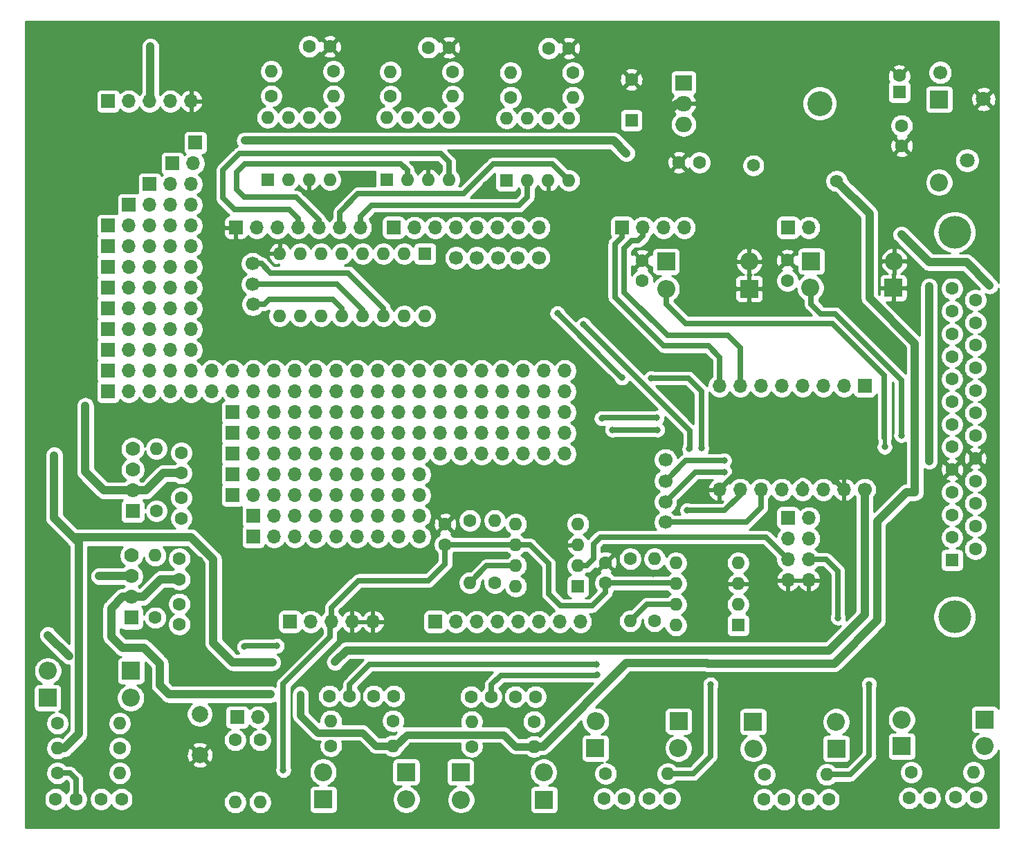
<source format=gbr>
%TF.GenerationSoftware,KiCad,Pcbnew,(5.1.6)-1*%
%TF.CreationDate,2022-12-04T09:56:09-08:00*%
%TF.ProjectId,DP1600i,44503136-3030-4692-9e6b-696361645f70,rev?*%
%TF.SameCoordinates,Original*%
%TF.FileFunction,Copper,L2,Bot*%
%TF.FilePolarity,Positive*%
%FSLAX46Y46*%
G04 Gerber Fmt 4.6, Leading zero omitted, Abs format (unit mm)*
G04 Created by KiCad (PCBNEW (5.1.6)-1) date 2022-12-04 09:56:09*
%MOMM*%
%LPD*%
G01*
G04 APERTURE LIST*
%TA.AperFunction,ComponentPad*%
%ADD10O,2.200000X2.200000*%
%TD*%
%TA.AperFunction,ComponentPad*%
%ADD11R,2.200000X2.200000*%
%TD*%
%TA.AperFunction,ComponentPad*%
%ADD12O,1.700000X1.700000*%
%TD*%
%TA.AperFunction,ComponentPad*%
%ADD13R,1.700000X1.700000*%
%TD*%
%TA.AperFunction,ComponentPad*%
%ADD14O,1.600000X1.600000*%
%TD*%
%TA.AperFunction,ComponentPad*%
%ADD15C,1.600000*%
%TD*%
%TA.AperFunction,ComponentPad*%
%ADD16C,4.000000*%
%TD*%
%TA.AperFunction,ComponentPad*%
%ADD17R,1.600000X1.600000*%
%TD*%
%TA.AperFunction,ComponentPad*%
%ADD18C,1.800000*%
%TD*%
%TA.AperFunction,ComponentPad*%
%ADD19C,1.560000*%
%TD*%
%TA.AperFunction,ComponentPad*%
%ADD20C,1.700000*%
%TD*%
%TA.AperFunction,ComponentPad*%
%ADD21C,1.778000*%
%TD*%
%TA.AperFunction,ComponentPad*%
%ADD22R,1.778000X1.778000*%
%TD*%
%TA.AperFunction,ComponentPad*%
%ADD23O,2.000000X1.905000*%
%TD*%
%TA.AperFunction,ComponentPad*%
%ADD24R,2.000000X1.905000*%
%TD*%
%TA.AperFunction,ComponentPad*%
%ADD25C,3.048000*%
%TD*%
%TA.AperFunction,ComponentPad*%
%ADD26C,2.000000*%
%TD*%
%TA.AperFunction,ViaPad*%
%ADD27C,0.800000*%
%TD*%
%TA.AperFunction,Conductor*%
%ADD28C,0.635000*%
%TD*%
%TA.AperFunction,Conductor*%
%ADD29C,1.016000*%
%TD*%
%TA.AperFunction,Conductor*%
%ADD30C,0.889000*%
%TD*%
%TA.AperFunction,Conductor*%
%ADD31C,0.508000*%
%TD*%
%TA.AperFunction,Conductor*%
%ADD32C,0.254000*%
%TD*%
G04 APERTURE END LIST*
D10*
%TO.P,D18,2*%
%TO.N,Clamp-19*%
X185318400Y-71120000D03*
D11*
%TO.P,D18,1*%
%TO.N,GND*%
X195478400Y-71120000D03*
%TD*%
D10*
%TO.P,D12,2*%
%TO.N,Clamp-18*%
X167690800Y-71221600D03*
D11*
%TO.P,D12,1*%
%TO.N,GND*%
X177850800Y-71221600D03*
%TD*%
D10*
%TO.P,D16,2*%
%TO.N,ADC-Clamp-6*%
X178333400Y-127533400D03*
D11*
%TO.P,D16,1*%
%TO.N,SigRtn*%
X188493400Y-127533400D03*
%TD*%
D10*
%TO.P,D10,2*%
%TO.N,ADC-Clamp-4*%
X152679400Y-130429000D03*
D11*
%TO.P,D10,1*%
%TO.N,SigRtn*%
X142519400Y-130429000D03*
%TD*%
D10*
%TO.P,D8,2*%
%TO.N,ADC-Clamp-7*%
X196494400Y-123977400D03*
D11*
%TO.P,D8,1*%
%TO.N,SigRtn*%
X206654400Y-123977400D03*
%TD*%
D10*
%TO.P,D6,2*%
%TO.N,ADC-Clamp-2*%
X92024200Y-118033800D03*
D11*
%TO.P,D6,1*%
%TO.N,SigRtn*%
X102184200Y-118033800D03*
%TD*%
D10*
%TO.P,D4,2*%
%TO.N,ADC-Clamp-5*%
X159054800Y-124180600D03*
D11*
%TO.P,D4,1*%
%TO.N,SigRtn*%
X169214800Y-124180600D03*
%TD*%
D10*
%TO.P,D2,2*%
%TO.N,ADC-Clamp-3*%
X135890000Y-133781800D03*
D11*
%TO.P,D2,1*%
%TO.N,SigRtn*%
X125730000Y-133781800D03*
%TD*%
D12*
%TO.P,J31,4*%
%TO.N,Net-(J31-Pad4)*%
X109550200Y-60960000D03*
%TO.P,J31,3*%
%TO.N,Net-(J31-Pad3)*%
X107010200Y-60960000D03*
%TO.P,J31,2*%
%TO.N,Net-(J31-Pad2)*%
X104470200Y-60960000D03*
D13*
%TO.P,J31,1*%
%TO.N,Net-(J31-Pad1)*%
X101930200Y-60960000D03*
%TD*%
D12*
%TO.P,J30,3*%
%TO.N,Net-(J30-Pad3)*%
X109550200Y-58420000D03*
%TO.P,J30,2*%
%TO.N,Net-(J30-Pad2)*%
X107010200Y-58420000D03*
D13*
%TO.P,J30,1*%
%TO.N,Net-(J30-Pad1)*%
X104470200Y-58420000D03*
%TD*%
D12*
%TO.P,J29,2*%
%TO.N,Net-(J29-Pad2)*%
X109804200Y-55880000D03*
D13*
%TO.P,J29,1*%
%TO.N,Net-(J29-Pad1)*%
X107264200Y-55880000D03*
%TD*%
%TO.P,J28,1*%
%TO.N,Net-(J28-Pad1)*%
X110058200Y-53340000D03*
%TD*%
D12*
%TO.P,J27,9*%
%TO.N,Net-(J27-Pad9)*%
X137490200Y-101600000D03*
%TO.P,J27,8*%
%TO.N,Net-(J27-Pad8)*%
X134950200Y-101600000D03*
%TO.P,J27,7*%
%TO.N,Net-(J27-Pad7)*%
X132410200Y-101600000D03*
%TO.P,J27,6*%
%TO.N,Net-(J27-Pad6)*%
X129870200Y-101600000D03*
%TO.P,J27,5*%
%TO.N,Net-(J27-Pad5)*%
X127330200Y-101600000D03*
%TO.P,J27,4*%
%TO.N,Net-(J27-Pad4)*%
X124790200Y-101600000D03*
%TO.P,J27,3*%
%TO.N,Net-(J27-Pad3)*%
X122250200Y-101600000D03*
%TO.P,J27,2*%
%TO.N,Net-(J27-Pad2)*%
X119710200Y-101600000D03*
D13*
%TO.P,J27,1*%
%TO.N,Net-(J27-Pad1)*%
X117170200Y-101600000D03*
%TD*%
D12*
%TO.P,J26,9*%
%TO.N,Net-(J26-Pad9)*%
X137490200Y-99060000D03*
%TO.P,J26,8*%
%TO.N,Net-(J26-Pad8)*%
X134950200Y-99060000D03*
%TO.P,J26,7*%
%TO.N,Net-(J26-Pad7)*%
X132410200Y-99060000D03*
%TO.P,J26,6*%
%TO.N,Net-(J26-Pad6)*%
X129870200Y-99060000D03*
%TO.P,J26,5*%
%TO.N,Net-(J26-Pad5)*%
X127330200Y-99060000D03*
%TO.P,J26,4*%
%TO.N,Net-(J26-Pad4)*%
X124790200Y-99060000D03*
%TO.P,J26,3*%
%TO.N,Net-(J26-Pad3)*%
X122250200Y-99060000D03*
%TO.P,J26,2*%
%TO.N,Net-(J26-Pad2)*%
X119710200Y-99060000D03*
D13*
%TO.P,J26,1*%
%TO.N,Net-(J26-Pad1)*%
X117170200Y-99060000D03*
%TD*%
D12*
%TO.P,J25,10*%
%TO.N,Net-(J25-Pad10)*%
X137490200Y-96520000D03*
%TO.P,J25,9*%
%TO.N,Net-(J25-Pad9)*%
X134950200Y-96520000D03*
%TO.P,J25,8*%
%TO.N,Net-(J25-Pad8)*%
X132410200Y-96520000D03*
%TO.P,J25,7*%
%TO.N,Net-(J25-Pad7)*%
X129870200Y-96520000D03*
%TO.P,J25,6*%
%TO.N,Net-(J25-Pad6)*%
X127330200Y-96520000D03*
%TO.P,J25,5*%
%TO.N,Net-(J25-Pad5)*%
X124790200Y-96520000D03*
%TO.P,J25,4*%
%TO.N,Net-(J25-Pad4)*%
X122250200Y-96520000D03*
%TO.P,J25,3*%
%TO.N,Net-(J25-Pad3)*%
X119710200Y-96520000D03*
%TO.P,J25,2*%
%TO.N,Net-(J25-Pad2)*%
X117170200Y-96520000D03*
D13*
%TO.P,J25,1*%
%TO.N,Net-(J25-Pad1)*%
X114630200Y-96520000D03*
%TD*%
D12*
%TO.P,J24,10*%
%TO.N,Net-(J24-Pad10)*%
X137490200Y-93980000D03*
%TO.P,J24,9*%
%TO.N,Net-(J24-Pad9)*%
X134950200Y-93980000D03*
%TO.P,J24,8*%
%TO.N,Net-(J24-Pad8)*%
X132410200Y-93980000D03*
%TO.P,J24,7*%
%TO.N,Net-(J24-Pad7)*%
X129870200Y-93980000D03*
%TO.P,J24,6*%
%TO.N,Net-(J24-Pad6)*%
X127330200Y-93980000D03*
%TO.P,J24,5*%
%TO.N,Net-(J24-Pad5)*%
X124790200Y-93980000D03*
%TO.P,J24,4*%
%TO.N,Net-(J24-Pad4)*%
X122250200Y-93980000D03*
%TO.P,J24,3*%
%TO.N,Net-(J24-Pad3)*%
X119710200Y-93980000D03*
%TO.P,J24,2*%
%TO.N,Net-(J24-Pad2)*%
X117170200Y-93980000D03*
D13*
%TO.P,J24,1*%
%TO.N,Net-(J24-Pad1)*%
X114630200Y-93980000D03*
%TD*%
D12*
%TO.P,J23,17*%
%TO.N,Net-(J23-Pad17)*%
X155270200Y-91440000D03*
%TO.P,J23,16*%
%TO.N,Net-(J23-Pad16)*%
X152730200Y-91440000D03*
%TO.P,J23,15*%
%TO.N,Net-(J23-Pad15)*%
X150190200Y-91440000D03*
%TO.P,J23,14*%
%TO.N,Net-(J23-Pad14)*%
X147650200Y-91440000D03*
%TO.P,J23,13*%
%TO.N,Net-(J23-Pad13)*%
X145110200Y-91440000D03*
%TO.P,J23,12*%
%TO.N,Net-(J23-Pad12)*%
X142570200Y-91440000D03*
%TO.P,J23,11*%
%TO.N,Net-(J23-Pad11)*%
X140030200Y-91440000D03*
%TO.P,J23,10*%
%TO.N,Net-(J23-Pad10)*%
X137490200Y-91440000D03*
%TO.P,J23,9*%
%TO.N,Net-(J23-Pad9)*%
X134950200Y-91440000D03*
%TO.P,J23,8*%
%TO.N,Net-(J23-Pad8)*%
X132410200Y-91440000D03*
%TO.P,J23,7*%
%TO.N,Net-(J23-Pad7)*%
X129870200Y-91440000D03*
%TO.P,J23,6*%
%TO.N,Net-(J23-Pad6)*%
X127330200Y-91440000D03*
%TO.P,J23,5*%
%TO.N,Net-(J23-Pad5)*%
X124790200Y-91440000D03*
%TO.P,J23,4*%
%TO.N,Net-(J23-Pad4)*%
X122250200Y-91440000D03*
%TO.P,J23,3*%
%TO.N,Net-(J23-Pad3)*%
X119710200Y-91440000D03*
%TO.P,J23,2*%
%TO.N,Net-(J23-Pad2)*%
X117170200Y-91440000D03*
D13*
%TO.P,J23,1*%
%TO.N,Net-(J23-Pad1)*%
X114630200Y-91440000D03*
%TD*%
D12*
%TO.P,J22,17*%
%TO.N,Net-(J22-Pad17)*%
X155270200Y-88900000D03*
%TO.P,J22,16*%
%TO.N,Net-(J22-Pad16)*%
X152730200Y-88900000D03*
%TO.P,J22,15*%
%TO.N,Net-(J22-Pad15)*%
X150190200Y-88900000D03*
%TO.P,J22,14*%
%TO.N,Net-(J22-Pad14)*%
X147650200Y-88900000D03*
%TO.P,J22,13*%
%TO.N,Net-(J22-Pad13)*%
X145110200Y-88900000D03*
%TO.P,J22,12*%
%TO.N,Net-(J22-Pad12)*%
X142570200Y-88900000D03*
%TO.P,J22,11*%
%TO.N,Net-(J22-Pad11)*%
X140030200Y-88900000D03*
%TO.P,J22,10*%
%TO.N,Net-(J22-Pad10)*%
X137490200Y-88900000D03*
%TO.P,J22,9*%
%TO.N,Net-(J22-Pad9)*%
X134950200Y-88900000D03*
%TO.P,J22,8*%
%TO.N,Net-(J22-Pad8)*%
X132410200Y-88900000D03*
%TO.P,J22,7*%
%TO.N,Net-(J22-Pad7)*%
X129870200Y-88900000D03*
%TO.P,J22,6*%
%TO.N,Net-(J22-Pad6)*%
X127330200Y-88900000D03*
%TO.P,J22,5*%
%TO.N,Net-(J22-Pad5)*%
X124790200Y-88900000D03*
%TO.P,J22,4*%
%TO.N,Net-(J22-Pad4)*%
X122250200Y-88900000D03*
%TO.P,J22,3*%
%TO.N,Net-(J22-Pad3)*%
X119710200Y-88900000D03*
%TO.P,J22,2*%
%TO.N,Net-(J22-Pad2)*%
X117170200Y-88900000D03*
D13*
%TO.P,J22,1*%
%TO.N,Net-(J22-Pad1)*%
X114630200Y-88900000D03*
%TD*%
D12*
%TO.P,J21,17*%
%TO.N,Net-(J21-Pad17)*%
X155270200Y-86360000D03*
%TO.P,J21,16*%
%TO.N,Net-(J21-Pad16)*%
X152730200Y-86360000D03*
%TO.P,J21,15*%
%TO.N,Net-(J21-Pad15)*%
X150190200Y-86360000D03*
%TO.P,J21,14*%
%TO.N,Net-(J21-Pad14)*%
X147650200Y-86360000D03*
%TO.P,J21,13*%
%TO.N,Net-(J21-Pad13)*%
X145110200Y-86360000D03*
%TO.P,J21,12*%
%TO.N,Net-(J21-Pad12)*%
X142570200Y-86360000D03*
%TO.P,J21,11*%
%TO.N,Net-(J21-Pad11)*%
X140030200Y-86360000D03*
%TO.P,J21,10*%
%TO.N,Net-(J21-Pad10)*%
X137490200Y-86360000D03*
%TO.P,J21,9*%
%TO.N,Net-(J21-Pad9)*%
X134950200Y-86360000D03*
%TO.P,J21,8*%
%TO.N,Net-(J21-Pad8)*%
X132410200Y-86360000D03*
%TO.P,J21,7*%
%TO.N,Net-(J21-Pad7)*%
X129870200Y-86360000D03*
%TO.P,J21,6*%
%TO.N,Net-(J21-Pad6)*%
X127330200Y-86360000D03*
%TO.P,J21,5*%
%TO.N,Net-(J21-Pad5)*%
X124790200Y-86360000D03*
%TO.P,J21,4*%
%TO.N,Net-(J21-Pad4)*%
X122250200Y-86360000D03*
%TO.P,J21,3*%
%TO.N,Net-(J21-Pad3)*%
X119710200Y-86360000D03*
%TO.P,J21,2*%
%TO.N,Net-(J21-Pad2)*%
X117170200Y-86360000D03*
D13*
%TO.P,J21,1*%
%TO.N,Net-(J21-Pad1)*%
X114630200Y-86360000D03*
%TD*%
D12*
%TO.P,J20,23*%
%TO.N,Net-(J20-Pad23)*%
X155270200Y-83820000D03*
%TO.P,J20,22*%
%TO.N,Net-(J20-Pad22)*%
X152730200Y-83820000D03*
%TO.P,J20,21*%
%TO.N,Net-(J20-Pad21)*%
X150190200Y-83820000D03*
%TO.P,J20,20*%
%TO.N,Net-(J20-Pad20)*%
X147650200Y-83820000D03*
%TO.P,J20,19*%
%TO.N,Net-(J20-Pad19)*%
X145110200Y-83820000D03*
%TO.P,J20,18*%
%TO.N,Net-(J20-Pad18)*%
X142570200Y-83820000D03*
%TO.P,J20,17*%
%TO.N,Net-(J20-Pad17)*%
X140030200Y-83820000D03*
%TO.P,J20,16*%
%TO.N,Net-(J20-Pad16)*%
X137490200Y-83820000D03*
%TO.P,J20,15*%
%TO.N,Net-(J20-Pad15)*%
X134950200Y-83820000D03*
%TO.P,J20,14*%
%TO.N,Net-(J20-Pad14)*%
X132410200Y-83820000D03*
%TO.P,J20,13*%
%TO.N,Net-(J20-Pad13)*%
X129870200Y-83820000D03*
%TO.P,J20,12*%
%TO.N,Net-(J20-Pad12)*%
X127330200Y-83820000D03*
%TO.P,J20,11*%
%TO.N,Net-(J20-Pad11)*%
X124790200Y-83820000D03*
%TO.P,J20,10*%
%TO.N,Net-(J20-Pad10)*%
X122250200Y-83820000D03*
%TO.P,J20,9*%
%TO.N,Net-(J20-Pad9)*%
X119710200Y-83820000D03*
%TO.P,J20,8*%
%TO.N,Net-(J20-Pad8)*%
X117170200Y-83820000D03*
%TO.P,J20,7*%
%TO.N,Net-(J20-Pad7)*%
X114630200Y-83820000D03*
%TO.P,J20,6*%
%TO.N,Net-(J20-Pad6)*%
X112090200Y-83820000D03*
%TO.P,J20,5*%
%TO.N,Net-(J20-Pad5)*%
X109550200Y-83820000D03*
%TO.P,J20,4*%
%TO.N,Net-(J20-Pad4)*%
X107010200Y-83820000D03*
%TO.P,J20,3*%
%TO.N,Net-(J20-Pad3)*%
X104470200Y-83820000D03*
%TO.P,J20,2*%
%TO.N,Net-(J20-Pad2)*%
X101930200Y-83820000D03*
D13*
%TO.P,J20,1*%
%TO.N,Net-(J20-Pad1)*%
X99390200Y-83820000D03*
%TD*%
D12*
%TO.P,J19,23*%
%TO.N,Net-(J19-Pad23)*%
X155270200Y-81280000D03*
%TO.P,J19,22*%
%TO.N,Net-(J19-Pad22)*%
X152730200Y-81280000D03*
%TO.P,J19,21*%
%TO.N,Net-(J19-Pad21)*%
X150190200Y-81280000D03*
%TO.P,J19,20*%
%TO.N,Net-(J19-Pad20)*%
X147650200Y-81280000D03*
%TO.P,J19,19*%
%TO.N,Net-(J19-Pad19)*%
X145110200Y-81280000D03*
%TO.P,J19,18*%
%TO.N,Net-(J19-Pad18)*%
X142570200Y-81280000D03*
%TO.P,J19,17*%
%TO.N,Net-(J19-Pad17)*%
X140030200Y-81280000D03*
%TO.P,J19,16*%
%TO.N,Net-(J19-Pad16)*%
X137490200Y-81280000D03*
%TO.P,J19,15*%
%TO.N,Net-(J19-Pad15)*%
X134950200Y-81280000D03*
%TO.P,J19,14*%
%TO.N,Net-(J19-Pad14)*%
X132410200Y-81280000D03*
%TO.P,J19,13*%
%TO.N,Net-(J19-Pad13)*%
X129870200Y-81280000D03*
%TO.P,J19,12*%
%TO.N,Net-(J19-Pad12)*%
X127330200Y-81280000D03*
%TO.P,J19,11*%
%TO.N,Net-(J19-Pad11)*%
X124790200Y-81280000D03*
%TO.P,J19,10*%
%TO.N,Net-(J19-Pad10)*%
X122250200Y-81280000D03*
%TO.P,J19,9*%
%TO.N,Net-(J19-Pad9)*%
X119710200Y-81280000D03*
%TO.P,J19,8*%
%TO.N,Net-(J19-Pad8)*%
X117170200Y-81280000D03*
%TO.P,J19,7*%
%TO.N,Net-(J19-Pad7)*%
X114630200Y-81280000D03*
%TO.P,J19,6*%
%TO.N,Net-(J19-Pad6)*%
X112090200Y-81280000D03*
%TO.P,J19,5*%
%TO.N,Net-(J19-Pad5)*%
X109550200Y-81280000D03*
%TO.P,J19,4*%
%TO.N,Net-(J19-Pad4)*%
X107010200Y-81280000D03*
%TO.P,J19,3*%
%TO.N,Net-(J19-Pad3)*%
X104470200Y-81280000D03*
%TO.P,J19,2*%
%TO.N,Net-(J19-Pad2)*%
X101930200Y-81280000D03*
D13*
%TO.P,J19,1*%
%TO.N,Net-(J19-Pad1)*%
X99390200Y-81280000D03*
%TD*%
D12*
%TO.P,J18,5*%
%TO.N,Net-(J18-Pad5)*%
X109550200Y-78740000D03*
%TO.P,J18,4*%
%TO.N,Net-(J18-Pad4)*%
X107010200Y-78740000D03*
%TO.P,J18,3*%
%TO.N,Net-(J18-Pad3)*%
X104470200Y-78740000D03*
%TO.P,J18,2*%
%TO.N,Net-(J18-Pad2)*%
X101930200Y-78740000D03*
D13*
%TO.P,J18,1*%
%TO.N,Net-(J18-Pad1)*%
X99390200Y-78740000D03*
%TD*%
D12*
%TO.P,J17,5*%
%TO.N,Net-(J17-Pad5)*%
X109550200Y-76200000D03*
%TO.P,J17,4*%
%TO.N,Net-(J17-Pad4)*%
X107010200Y-76200000D03*
%TO.P,J17,3*%
%TO.N,Net-(J17-Pad3)*%
X104470200Y-76200000D03*
%TO.P,J17,2*%
%TO.N,Net-(J17-Pad2)*%
X101930200Y-76200000D03*
D13*
%TO.P,J17,1*%
%TO.N,Net-(J17-Pad1)*%
X99390200Y-76200000D03*
%TD*%
D12*
%TO.P,J16,5*%
%TO.N,Net-(J16-Pad5)*%
X109550200Y-73660000D03*
%TO.P,J16,4*%
%TO.N,Net-(J16-Pad4)*%
X107010200Y-73660000D03*
%TO.P,J16,3*%
%TO.N,Net-(J16-Pad3)*%
X104470200Y-73660000D03*
%TO.P,J16,2*%
%TO.N,Net-(J16-Pad2)*%
X101930200Y-73660000D03*
D13*
%TO.P,J16,1*%
%TO.N,Net-(J16-Pad1)*%
X99390200Y-73660000D03*
%TD*%
D12*
%TO.P,J15,5*%
%TO.N,Net-(J15-Pad5)*%
X109550200Y-71120000D03*
%TO.P,J15,4*%
%TO.N,Net-(J15-Pad4)*%
X107010200Y-71120000D03*
%TO.P,J15,3*%
%TO.N,Net-(J15-Pad3)*%
X104470200Y-71120000D03*
%TO.P,J15,2*%
%TO.N,Net-(J15-Pad2)*%
X101930200Y-71120000D03*
D13*
%TO.P,J15,1*%
%TO.N,Net-(J15-Pad1)*%
X99390200Y-71120000D03*
%TD*%
D12*
%TO.P,J14,5*%
%TO.N,Net-(J14-Pad5)*%
X109550200Y-68580000D03*
%TO.P,J14,4*%
%TO.N,Net-(J14-Pad4)*%
X107010200Y-68580000D03*
%TO.P,J14,3*%
%TO.N,Net-(J14-Pad3)*%
X104470200Y-68580000D03*
%TO.P,J14,2*%
%TO.N,Net-(J14-Pad2)*%
X101930200Y-68580000D03*
D13*
%TO.P,J14,1*%
%TO.N,Net-(J14-Pad1)*%
X99390200Y-68580000D03*
%TD*%
D12*
%TO.P,J13,5*%
%TO.N,Net-(J13-Pad5)*%
X109550200Y-66040000D03*
%TO.P,J13,4*%
%TO.N,Net-(J13-Pad4)*%
X107010200Y-66040000D03*
%TO.P,J13,3*%
%TO.N,Net-(J13-Pad3)*%
X104470200Y-66040000D03*
%TO.P,J13,2*%
%TO.N,Net-(J13-Pad2)*%
X101930200Y-66040000D03*
D13*
%TO.P,J13,1*%
%TO.N,Net-(J13-Pad1)*%
X99390200Y-66040000D03*
%TD*%
D12*
%TO.P,J12,5*%
%TO.N,Net-(J12-Pad5)*%
X109550200Y-63500000D03*
%TO.P,J12,4*%
%TO.N,Net-(J12-Pad4)*%
X107010200Y-63500000D03*
%TO.P,J12,3*%
%TO.N,Net-(J12-Pad3)*%
X104470200Y-63500000D03*
%TO.P,J12,2*%
%TO.N,Net-(J12-Pad2)*%
X101930200Y-63500000D03*
D13*
%TO.P,J12,1*%
%TO.N,Net-(J12-Pad1)*%
X99390200Y-63500000D03*
%TD*%
D12*
%TO.P,J11,5*%
%TO.N,GND*%
X109550200Y-48260000D03*
%TO.P,J11,4*%
%TO.N,VDDA*%
X107010200Y-48260000D03*
%TO.P,J11,3*%
%TO.N,VDD*%
X104470200Y-48260000D03*
%TO.P,J11,2*%
%TO.N,12V*%
X101930200Y-48260000D03*
D13*
%TO.P,J11,1*%
%TO.N,SigRtn*%
X99390200Y-48260000D03*
%TD*%
D14*
%TO.P,R5,2*%
%TO.N,Net-(R5-Pad2)*%
X105318560Y-90805000D03*
D15*
%TO.P,R5,1*%
%TO.N,MCU-A1*%
X105318560Y-98425000D03*
%TD*%
D12*
%TO.P,J4,8*%
%TO.N,MCU-D0*%
X152120600Y-63728600D03*
%TO.P,J4,7*%
%TO.N,MCU-D1*%
X149580600Y-63728600D03*
%TO.P,J4,6*%
%TO.N,MCU-D2*%
X147040600Y-63728600D03*
%TO.P,J4,5*%
%TO.N,MCU-D3*%
X144500600Y-63728600D03*
%TO.P,J4,4*%
%TO.N,MCU-D4*%
X141960600Y-63728600D03*
%TO.P,J4,3*%
%TO.N,MCU-D5*%
X139420600Y-63728600D03*
%TO.P,J4,2*%
%TO.N,MCU-D6*%
X136880600Y-63728600D03*
D13*
%TO.P,J4,1*%
%TO.N,MCU-D7*%
X134340600Y-63728600D03*
%TD*%
D16*
%TO.P,J1,0*%
%TO.N,N/C*%
X202976760Y-64284960D03*
X202976760Y-111384960D03*
D15*
%TO.P,J1,25*%
%TO.N,D8-control*%
X205516760Y-72599960D03*
%TO.P,J1,24*%
%TO.N,D10-control*%
X205516760Y-75369960D03*
%TO.P,J1,23*%
%TO.N,D12-control*%
X205516760Y-78139960D03*
%TO.P,J1,22*%
%TO.N,D48-control*%
X205516760Y-80909960D03*
%TO.P,J1,21*%
%TO.N,D50-control*%
X205516760Y-83679960D03*
%TO.P,J1,20*%
%TO.N,D52-control*%
X205516760Y-86449960D03*
%TO.P,J1,19*%
%TO.N,Clamp-19*%
X205516760Y-89219960D03*
%TO.P,J1,18*%
%TO.N,GND*%
X205516760Y-91989960D03*
%TO.P,J1,17*%
%TO.N,VDD*%
X205516760Y-94759960D03*
%TO.P,J1,16*%
%TO.N,SigRtn*%
X205516760Y-97529960D03*
%TO.P,J1,15*%
%TO.N,CLT_Sensor*%
X205516760Y-100299960D03*
%TO.P,J1,14*%
%TO.N,O2_Sensor*%
X205516760Y-103069960D03*
%TO.P,J1,13*%
%TO.N,12V-Raw*%
X202676760Y-71214960D03*
%TO.P,J1,12*%
%TO.N,D9-control*%
X202676760Y-73984960D03*
%TO.P,J1,11*%
%TO.N,D11-control*%
X202676760Y-76754960D03*
%TO.P,J1,10*%
%TO.N,D13-control*%
X202676760Y-79524960D03*
%TO.P,J1,9*%
%TO.N,D49-control*%
X202676760Y-82294960D03*
%TO.P,J1,8*%
%TO.N,D51-control*%
X202676760Y-85064960D03*
%TO.P,J1,7*%
%TO.N,D53-control*%
X202676760Y-87834960D03*
%TO.P,J1,6*%
%TO.N,Clamp-18*%
X202676760Y-90604960D03*
%TO.P,J1,5*%
%TO.N,GND*%
X202676760Y-93374960D03*
%TO.P,J1,4*%
%TO.N,VDDA*%
X202676760Y-96144960D03*
%TO.P,J1,3*%
%TO.N,IAT_Sensor*%
X202676760Y-98914960D03*
%TO.P,J1,2*%
%TO.N,TPS_Sensor*%
X202676760Y-101684960D03*
D17*
%TO.P,J1,1*%
%TO.N,Spare-ADC*%
X202676760Y-104454960D03*
%TD*%
D18*
%TO.P,RV1,2*%
%TO.N,GND*%
X206515720Y-48014240D03*
%TO.P,RV1,1*%
%TO.N,12V-Raw*%
X204515720Y-55514240D03*
%TD*%
D19*
%TO.P,F1,1*%
%TO.N,VDDA*%
X188549280Y-58039000D03*
%TO.P,F1,2*%
%TO.N,VDD*%
X178349280Y-56139000D03*
%TD*%
D10*
%TO.P,D13,2*%
%TO.N,12V-Raw*%
X201086720Y-58191400D03*
D11*
%TO.P,D13,1*%
%TO.N,12V*%
X201086720Y-48031400D03*
%TD*%
D12*
%TO.P,J9,8*%
%TO.N,ADC-Clamp-7*%
X157200600Y-111988600D03*
%TO.P,J9,7*%
%TO.N,ADC-Clamp-6*%
X154660600Y-111988600D03*
%TO.P,J9,6*%
%TO.N,ADC-Clamp-5*%
X152120600Y-111988600D03*
%TO.P,J9,5*%
%TO.N,ADC-Clamp-4*%
X149580600Y-111988600D03*
%TO.P,J9,4*%
%TO.N,ADC-Clamp-3*%
X147040600Y-111988600D03*
%TO.P,J9,3*%
%TO.N,ADC-Clamp-2*%
X144500600Y-111988600D03*
%TO.P,J9,2*%
%TO.N,MCU-A1*%
X141960600Y-111988600D03*
D13*
%TO.P,J9,1*%
%TO.N,MCU-A0*%
X139420600Y-111988600D03*
%TD*%
D12*
%TO.P,J8,5*%
%TO.N,GND*%
X131800600Y-111988600D03*
%TO.P,J8,4*%
X129260600Y-111988600D03*
%TO.P,J8,3*%
%TO.N,VDD*%
X126720600Y-111988600D03*
%TO.P,J8,2*%
%TO.N,Net-(J8-Pad2)*%
X124180600Y-111988600D03*
D13*
%TO.P,J8,1*%
%TO.N,RESET*%
X121640600Y-111988600D03*
%TD*%
D12*
%TO.P,J7,8*%
%TO.N,GND*%
X185140600Y-106908600D03*
%TO.P,J7,7*%
X182600600Y-106908600D03*
%TO.P,J7,6*%
%TO.N,MCU-D53*%
X185140600Y-104368600D03*
%TO.P,J7,5*%
%TO.N,MCU-D52*%
X182600600Y-104368600D03*
%TO.P,J7,4*%
%TO.N,MCU-D51*%
X185140600Y-101828600D03*
%TO.P,J7,3*%
%TO.N,MCU-D50*%
X182600600Y-101828600D03*
%TO.P,J7,2*%
%TO.N,MCU-D49*%
X185140600Y-99288600D03*
D13*
%TO.P,J7,1*%
%TO.N,MCU-D48*%
X182600600Y-99288600D03*
%TD*%
D12*
%TO.P,J6,2*%
%TO.N,VDD*%
X185140600Y-63728600D03*
D13*
%TO.P,J6,1*%
X182600600Y-63728600D03*
%TD*%
D12*
%TO.P,J5,4*%
%TO.N,Clamp-19*%
X169900600Y-63728600D03*
%TO.P,J5,3*%
%TO.N,Clamp-18*%
X167360600Y-63728600D03*
%TO.P,J5,2*%
%TO.N,MCU-D17*%
X164820600Y-63728600D03*
D13*
%TO.P,J5,1*%
%TO.N,MCU-D16*%
X162280600Y-63728600D03*
%TD*%
D12*
%TO.P,J3,7*%
%TO.N,MCU-D8*%
X130276600Y-63728600D03*
%TO.P,J3,6*%
%TO.N,MCU-D9*%
X127736600Y-63728600D03*
%TO.P,J3,5*%
%TO.N,MCU-D10*%
X125196600Y-63728600D03*
%TO.P,J3,4*%
%TO.N,MCU-D11*%
X122656600Y-63728600D03*
%TO.P,J3,3*%
%TO.N,MCU-D12*%
X120116600Y-63728600D03*
%TO.P,J3,2*%
%TO.N,MCU-D13*%
X117576600Y-63728600D03*
D13*
%TO.P,J3,1*%
%TO.N,GND*%
X115036600Y-63728600D03*
%TD*%
D12*
%TO.P,U10,15*%
%TO.N,GND*%
X189445900Y-95821500D03*
%TO.P,U10,13*%
%TO.N,Net-(J96-Pad1)*%
X184365900Y-95821500D03*
D20*
%TO.P,U10,16*%
%TO.N,12V*%
X191985900Y-95821500D03*
D12*
%TO.P,U10,14*%
%TO.N,Net-(J95-Pad1)*%
X186905900Y-95821500D03*
%TO.P,U10,12*%
%TO.N,Net-(J97-Pad1)*%
X181825900Y-95821500D03*
%TO.P,U10,9*%
%TO.N,GND*%
X174205900Y-95821500D03*
%TO.P,U10,11*%
%TO.N,Net-(J98-Pad1)*%
X179285900Y-95821500D03*
%TO.P,U10,10*%
%TO.N,VDD*%
X176745900Y-95821500D03*
%TO.P,U10,8*%
%TO.N,MCU-D16*%
X174205900Y-83121500D03*
%TO.P,U10,7*%
%TO.N,MCU-D17*%
X176745900Y-83121500D03*
%TO.P,U10,6*%
%TO.N,Net-(U10-Pad5)*%
X179285900Y-83121500D03*
%TO.P,U10,5*%
X181825900Y-83121500D03*
%TO.P,U10,4*%
%TO.N,Net-(U10-Pad4)*%
X184365900Y-83121500D03*
%TO.P,U10,3*%
%TO.N,Net-(U10-Pad3)*%
X186905900Y-83121500D03*
%TO.P,U10,2*%
%TO.N,Net-(U10-Pad2)*%
X189445900Y-83121500D03*
D13*
%TO.P,U10,1*%
%TO.N,Net-(U10-Pad1)*%
X191985900Y-83121500D03*
%TD*%
D20*
%TO.P,J98,1*%
%TO.N,Net-(J98-Pad1)*%
X167612060Y-99832160D03*
%TD*%
%TO.P,J97,1*%
%TO.N,Net-(J97-Pad1)*%
X167612060Y-97342960D03*
%TD*%
%TO.P,J96,1*%
%TO.N,Net-(J96-Pad1)*%
X167612060Y-94767400D03*
%TD*%
%TO.P,J95,1*%
%TO.N,Net-(J95-Pad1)*%
X167601900Y-92176600D03*
%TD*%
%TO.P,J94,1*%
%TO.N,Net-(J94-Pad1)*%
X117121940Y-73121520D03*
%TD*%
%TO.P,J93,1*%
%TO.N,Net-(J93-Pad1)*%
X117071140Y-70688200D03*
%TD*%
%TO.P,J92,1*%
%TO.N,Net-(J92-Pad1)*%
X117071140Y-68148200D03*
%TD*%
%TO.P,J91,1*%
%TO.N,MCU-D0*%
X152105360Y-67421760D03*
%TD*%
%TO.P,J90,1*%
%TO.N,MCU-D1*%
X149529800Y-67452240D03*
%TD*%
%TO.P,J89,1*%
%TO.N,MCU-D2*%
X147091400Y-67452240D03*
%TD*%
%TO.P,J88,1*%
%TO.N,MCU-D3*%
X144515840Y-67452240D03*
%TD*%
%TO.P,J87,1*%
%TO.N,MCU-D4*%
X141975840Y-67452240D03*
%TD*%
%TO.P,J2,1*%
%TO.N,12V*%
X201223880Y-44749720D03*
%TD*%
D21*
%TO.P,U2,4*%
%TO.N,Net-(R6-Pad2)*%
X102252780Y-103896160D03*
%TO.P,U2,3*%
%TO.N,SigRtn*%
X102252780Y-106436160D03*
%TO.P,U2,2*%
%TO.N,VDDA*%
X102252780Y-108976160D03*
D22*
%TO.P,U2,1*%
%TO.N,Net-(U2-Pad1)*%
X102252780Y-111516160D03*
%TD*%
D21*
%TO.P,U1,4*%
%TO.N,Net-(R5-Pad2)*%
X102397560Y-90855800D03*
%TO.P,U1,3*%
%TO.N,SigRtn*%
X102397560Y-93395800D03*
%TO.P,U1,2*%
%TO.N,VDDA*%
X102397560Y-95935800D03*
D22*
%TO.P,U1,1*%
%TO.N,Net-(U1-Pad1)*%
X102397560Y-98475800D03*
%TD*%
D14*
%TO.P,U9,16*%
%TO.N,Net-(U9-Pad16)*%
X138170920Y-74559160D03*
%TO.P,U9,8*%
%TO.N,GND*%
X120390920Y-66939160D03*
%TO.P,U9,15*%
%TO.N,Net-(U9-Pad15)*%
X135630920Y-74559160D03*
%TO.P,U9,7*%
%TO.N,MCU-D49*%
X122930920Y-66939160D03*
%TO.P,U9,14*%
%TO.N,Net-(J92-Pad1)*%
X133090920Y-74559160D03*
%TO.P,U9,6*%
%TO.N,MCU-D48*%
X125470920Y-66939160D03*
%TO.P,U9,13*%
%TO.N,Net-(J93-Pad1)*%
X130550920Y-74559160D03*
%TO.P,U9,5*%
%TO.N,MCU-D5*%
X128010920Y-66939160D03*
%TO.P,U9,12*%
%TO.N,Net-(J94-Pad1)*%
X128010920Y-74559160D03*
%TO.P,U9,4*%
%TO.N,MCU-D6*%
X130550920Y-66939160D03*
%TO.P,U9,11*%
%TO.N,D48-control*%
X125470920Y-74559160D03*
%TO.P,U9,3*%
%TO.N,MCU-D7*%
X133090920Y-66939160D03*
%TO.P,U9,10*%
%TO.N,D49-control*%
X122930920Y-74559160D03*
%TO.P,U9,2*%
%TO.N,Net-(U9-Pad2)*%
X135630920Y-66939160D03*
%TO.P,U9,9*%
%TO.N,12V*%
X120390920Y-74559160D03*
D17*
%TO.P,U9,1*%
%TO.N,Net-(U9-Pad1)*%
X138170920Y-66939160D03*
%TD*%
D14*
%TO.P,U8,8*%
%TO.N,Net-(U8-Pad8)*%
X118912640Y-50256440D03*
%TO.P,U8,4*%
%TO.N,MCU-D13*%
X126532640Y-57876440D03*
%TO.P,U8,7*%
%TO.N,Net-(R23-Pad2)*%
X121452640Y-50256440D03*
%TO.P,U8,3*%
%TO.N,GND*%
X123992640Y-57876440D03*
%TO.P,U8,6*%
%TO.N,VDD*%
X123992640Y-50256440D03*
%TO.P,U8,2*%
%TO.N,MCU-D12*%
X121452640Y-57876440D03*
%TO.P,U8,5*%
%TO.N,Net-(R24-Pad2)*%
X126532640Y-50256440D03*
D17*
%TO.P,U8,1*%
%TO.N,Net-(U8-Pad1)*%
X118912640Y-57876440D03*
%TD*%
D14*
%TO.P,U7,8*%
%TO.N,Net-(U7-Pad8)*%
X149283420Y-107678220D03*
%TO.P,U7,4*%
%TO.N,MCU-D53*%
X156903420Y-100058220D03*
%TO.P,U7,7*%
%TO.N,Net-(R20-Pad2)*%
X149283420Y-105138220D03*
%TO.P,U7,3*%
%TO.N,GND*%
X156903420Y-102598220D03*
%TO.P,U7,6*%
%TO.N,VDD*%
X149283420Y-102598220D03*
%TO.P,U7,2*%
%TO.N,MCU-D52*%
X156903420Y-105138220D03*
%TO.P,U7,5*%
%TO.N,Net-(R22-Pad2)*%
X149283420Y-100058220D03*
D17*
%TO.P,U7,1*%
%TO.N,Net-(U7-Pad1)*%
X156903420Y-107678220D03*
%TD*%
D14*
%TO.P,U6,8*%
%TO.N,Net-(U6-Pad8)*%
X133492240Y-50256440D03*
%TO.P,U6,4*%
%TO.N,MCU-D11*%
X141112240Y-57876440D03*
%TO.P,U6,7*%
%TO.N,Net-(R19-Pad2)*%
X136032240Y-50256440D03*
%TO.P,U6,3*%
%TO.N,GND*%
X138572240Y-57876440D03*
%TO.P,U6,6*%
%TO.N,VDD*%
X138572240Y-50256440D03*
%TO.P,U6,2*%
%TO.N,MCU-D10*%
X136032240Y-57876440D03*
%TO.P,U6,5*%
%TO.N,Net-(R21-Pad2)*%
X141112240Y-50256440D03*
D17*
%TO.P,U6,1*%
%TO.N,Net-(U6-Pad1)*%
X133492240Y-57876440D03*
%TD*%
D14*
%TO.P,U5,8*%
%TO.N,Net-(U5-Pad8)*%
X168866820Y-112435640D03*
%TO.P,U5,4*%
%TO.N,MCU-D51*%
X176486820Y-104815640D03*
%TO.P,U5,7*%
%TO.N,Net-(R16-Pad2)*%
X168866820Y-109895640D03*
%TO.P,U5,3*%
%TO.N,GND*%
X176486820Y-107355640D03*
%TO.P,U5,6*%
%TO.N,VDD*%
X168866820Y-107355640D03*
%TO.P,U5,2*%
%TO.N,MCU-D50*%
X176486820Y-109895640D03*
%TO.P,U5,5*%
%TO.N,Net-(R18-Pad2)*%
X168866820Y-104815640D03*
D17*
%TO.P,U5,1*%
%TO.N,Net-(U5-Pad1)*%
X176486820Y-112435640D03*
%TD*%
D14*
%TO.P,U4,8*%
%TO.N,Net-(U4-Pad8)*%
X148173440Y-50358040D03*
%TO.P,U4,4*%
%TO.N,MCU-D9*%
X155793440Y-57978040D03*
%TO.P,U4,7*%
%TO.N,Net-(R15-Pad2)*%
X150713440Y-50358040D03*
%TO.P,U4,3*%
%TO.N,GND*%
X153253440Y-57978040D03*
%TO.P,U4,6*%
%TO.N,VDD*%
X153253440Y-50358040D03*
%TO.P,U4,2*%
%TO.N,MCU-D8*%
X150713440Y-57978040D03*
%TO.P,U4,5*%
%TO.N,Net-(R17-Pad2)*%
X155793440Y-50358040D03*
D17*
%TO.P,U4,1*%
%TO.N,Net-(U4-Pad1)*%
X148173440Y-57978040D03*
%TD*%
D23*
%TO.P,U3,3*%
%TO.N,VDD*%
X169824400Y-51094640D03*
%TO.P,U3,2*%
%TO.N,GND*%
X169824400Y-48554640D03*
D24*
%TO.P,U3,1*%
%TO.N,12V*%
X169824400Y-46014640D03*
D25*
%TO.P,U3,*%
%TO.N,*%
X186484400Y-48554640D03*
%TD*%
D14*
%TO.P,R24,2*%
%TO.N,Net-(R24-Pad2)*%
X126989840Y-47614840D03*
D15*
%TO.P,R24,1*%
%TO.N,D13-control*%
X119369840Y-47614840D03*
%TD*%
D14*
%TO.P,R23,2*%
%TO.N,Net-(R23-Pad2)*%
X119369840Y-44617640D03*
D15*
%TO.P,R23,1*%
%TO.N,D12-control*%
X126989840Y-44617640D03*
%TD*%
D14*
%TO.P,R22,2*%
%TO.N,Net-(R22-Pad2)*%
X146692620Y-99601020D03*
D15*
%TO.P,R22,1*%
%TO.N,D53-control*%
X146692620Y-107221020D03*
%TD*%
D14*
%TO.P,R21,2*%
%TO.N,Net-(R21-Pad2)*%
X141569440Y-47665640D03*
D15*
%TO.P,R21,1*%
%TO.N,D11-control*%
X133949440Y-47665640D03*
%TD*%
D14*
%TO.P,R20,2*%
%TO.N,Net-(R20-Pad2)*%
X143644620Y-107221020D03*
D15*
%TO.P,R20,1*%
%TO.N,D52-control*%
X143644620Y-99601020D03*
%TD*%
D14*
%TO.P,R19,2*%
%TO.N,Net-(R19-Pad2)*%
X133949440Y-44668440D03*
D15*
%TO.P,R19,1*%
%TO.N,D10-control*%
X141569440Y-44668440D03*
%TD*%
D14*
%TO.P,R18,2*%
%TO.N,Net-(R18-Pad2)*%
X166276020Y-104307640D03*
D15*
%TO.P,R18,1*%
%TO.N,D51-control*%
X166276020Y-111927640D03*
%TD*%
D14*
%TO.P,R17,2*%
%TO.N,Net-(R17-Pad2)*%
X156250640Y-47767240D03*
D15*
%TO.P,R17,1*%
%TO.N,D9-control*%
X148630640Y-47767240D03*
%TD*%
D14*
%TO.P,R16,2*%
%TO.N,Net-(R16-Pad2)*%
X163278820Y-111927640D03*
D15*
%TO.P,R16,1*%
%TO.N,D50-control*%
X163278820Y-104307640D03*
%TD*%
D14*
%TO.P,R15,2*%
%TO.N,Net-(R15-Pad2)*%
X148630640Y-44770040D03*
D15*
%TO.P,R15,1*%
%TO.N,D8-control*%
X156250640Y-44770040D03*
%TD*%
D14*
%TO.P,R14,2*%
%TO.N,Spare-ADC*%
X187345320Y-130728720D03*
D15*
%TO.P,R14,1*%
%TO.N,ADC-Clamp-6*%
X179725320Y-130728720D03*
%TD*%
D14*
%TO.P,R13,2*%
%TO.N,VDD*%
X114935000Y-134112000D03*
D15*
%TO.P,R13,1*%
%TO.N,Net-(C20-Pad1)*%
X114935000Y-126492000D03*
%TD*%
D14*
%TO.P,R12,2*%
%TO.N,VDD*%
X117983000Y-134112000D03*
D15*
%TO.P,R12,1*%
%TO.N,RESET*%
X117983000Y-126492000D03*
%TD*%
D14*
%TO.P,R11,2*%
%TO.N,CLT_Sensor*%
X143880840Y-124226320D03*
D15*
%TO.P,R11,1*%
%TO.N,ADC-Clamp-4*%
X151500840Y-124226320D03*
%TD*%
D14*
%TO.P,R10,2*%
%TO.N,IAT_Sensor*%
X126664720Y-124139960D03*
D15*
%TO.P,R10,1*%
%TO.N,ADC-Clamp-3*%
X134284720Y-124139960D03*
%TD*%
D14*
%TO.P,R9,2*%
%TO.N,TPS_Sensor*%
X167909240Y-130622040D03*
D15*
%TO.P,R9,1*%
%TO.N,ADC-Clamp-5*%
X160289240Y-130622040D03*
%TD*%
D14*
%TO.P,R8,2*%
%TO.N,VDDA*%
X151500840Y-127274320D03*
D15*
%TO.P,R8,1*%
%TO.N,CLT_Sensor*%
X143880840Y-127274320D03*
%TD*%
D14*
%TO.P,R7,2*%
%TO.N,VDDA*%
X134284720Y-127187960D03*
D15*
%TO.P,R7,1*%
%TO.N,IAT_Sensor*%
X126664720Y-127187960D03*
%TD*%
D14*
%TO.P,R6,2*%
%TO.N,Net-(R6-Pad2)*%
X105173780Y-103896160D03*
D15*
%TO.P,R6,1*%
%TO.N,MCU-A0*%
X105173780Y-111516160D03*
%TD*%
D14*
%TO.P,R4,2*%
%TO.N,Net-(C6-Pad1)*%
X100817680Y-130545840D03*
D15*
%TO.P,R4,1*%
%TO.N,ADC-Clamp-2*%
X93197680Y-130545840D03*
%TD*%
D14*
%TO.P,R3,2*%
%TO.N,O2_Sensor*%
X205282800Y-130434080D03*
D15*
%TO.P,R3,1*%
%TO.N,ADC-Clamp-7*%
X197662800Y-130434080D03*
%TD*%
D14*
%TO.P,R2,2*%
%TO.N,12V*%
X93197680Y-127497840D03*
D15*
%TO.P,R2,1*%
%TO.N,Net-(C6-Pad1)*%
X100817680Y-127497840D03*
%TD*%
D14*
%TO.P,R1,2*%
%TO.N,Net-(C6-Pad1)*%
X100817680Y-124449840D03*
D15*
%TO.P,R1,1*%
%TO.N,SigRtn*%
X93197680Y-124449840D03*
%TD*%
D12*
%TO.P,JP1,2*%
%TO.N,RESET*%
X117729000Y-123698000D03*
D13*
%TO.P,JP1,1*%
%TO.N,Net-(C20-Pad1)*%
X115189000Y-123698000D03*
%TD*%
D10*
%TO.P,D17,2*%
%TO.N,GND*%
X195600320Y-67868800D03*
D11*
%TO.P,D17,1*%
%TO.N,Clamp-19*%
X185440320Y-67868800D03*
%TD*%
D10*
%TO.P,D15,2*%
%TO.N,SigRtn*%
X188488320Y-124251720D03*
D11*
%TO.P,D15,1*%
%TO.N,ADC-Clamp-6*%
X178328320Y-124251720D03*
%TD*%
D10*
%TO.P,D11,2*%
%TO.N,GND*%
X177840640Y-67884040D03*
D11*
%TO.P,D11,1*%
%TO.N,Clamp-18*%
X167680640Y-67884040D03*
%TD*%
D10*
%TO.P,D9,2*%
%TO.N,SigRtn*%
X142585440Y-133797040D03*
D11*
%TO.P,D9,1*%
%TO.N,ADC-Clamp-4*%
X152745440Y-133797040D03*
%TD*%
D10*
%TO.P,D7,2*%
%TO.N,SigRtn*%
X206679800Y-127259080D03*
D11*
%TO.P,D7,1*%
%TO.N,ADC-Clamp-7*%
X196519800Y-127259080D03*
%TD*%
D10*
%TO.P,D5,2*%
%TO.N,SigRtn*%
X102163880Y-121335800D03*
D11*
%TO.P,D5,1*%
%TO.N,ADC-Clamp-2*%
X92003880Y-121335800D03*
%TD*%
D10*
%TO.P,D3,2*%
%TO.N,SigRtn*%
X169184320Y-127497840D03*
D11*
%TO.P,D3,1*%
%TO.N,ADC-Clamp-5*%
X159024320Y-127497840D03*
%TD*%
D10*
%TO.P,D1,2*%
%TO.N,SigRtn*%
X125709680Y-130403600D03*
D11*
%TO.P,D1,1*%
%TO.N,ADC-Clamp-3*%
X135869680Y-130403600D03*
%TD*%
D15*
%TO.P,C30,2*%
%TO.N,VDD*%
X124032640Y-41569640D03*
%TO.P,C30,1*%
%TO.N,GND*%
X126532640Y-41569640D03*
%TD*%
%TO.P,C29,2*%
%TO.N,VDD*%
X140647420Y-102558220D03*
%TO.P,C29,1*%
%TO.N,GND*%
X140647420Y-100058220D03*
%TD*%
%TO.P,C28,2*%
%TO.N,VDD*%
X138612240Y-41671240D03*
%TO.P,C28,1*%
%TO.N,GND*%
X141112240Y-41671240D03*
%TD*%
%TO.P,C27,2*%
%TO.N,VDD*%
X160281620Y-107264840D03*
%TO.P,C27,1*%
%TO.N,GND*%
X160281620Y-104764840D03*
%TD*%
%TO.P,C26,2*%
%TO.N,VDD*%
X153293440Y-41772840D03*
%TO.P,C26,1*%
%TO.N,GND*%
X155793440Y-41772840D03*
%TD*%
%TO.P,C25,2*%
%TO.N,Clamp-18*%
X164759640Y-70257040D03*
%TO.P,C25,1*%
%TO.N,GND*%
X164759640Y-67757040D03*
%TD*%
%TO.P,C24,2*%
%TO.N,SigRtn*%
X179638320Y-133776720D03*
%TO.P,C24,1*%
%TO.N,ADC-Clamp-6*%
X182138320Y-133776720D03*
%TD*%
%TO.P,C23,2*%
%TO.N,SigRtn*%
X187559320Y-133776720D03*
%TO.P,C23,1*%
%TO.N,Spare-ADC*%
X185059320Y-133776720D03*
%TD*%
%TO.P,C22,2*%
%TO.N,GND*%
X163428680Y-45606960D03*
D17*
%TO.P,C22,1*%
%TO.N,VDD*%
X163428680Y-50606960D03*
%TD*%
D15*
%TO.P,C21,2*%
%TO.N,GND*%
X169249720Y-55758080D03*
%TO.P,C21,1*%
%TO.N,VDD*%
X171749720Y-55758080D03*
%TD*%
D26*
%TO.P,C20,2*%
%TO.N,GND*%
X110617000Y-128317000D03*
%TO.P,C20,1*%
%TO.N,Net-(C20-Pad1)*%
X110617000Y-123317000D03*
%TD*%
D15*
%TO.P,C19,2*%
%TO.N,GND*%
X196514720Y-53741960D03*
%TO.P,C19,1*%
%TO.N,12V*%
X196514720Y-51241960D03*
%TD*%
%TO.P,C18,2*%
%TO.N,GND*%
X196209920Y-45132240D03*
D17*
%TO.P,C18,1*%
%TO.N,12V*%
X196209920Y-47132240D03*
%TD*%
D15*
%TO.P,C17,2*%
%TO.N,Clamp-19*%
X182519320Y-70241800D03*
%TO.P,C17,1*%
%TO.N,GND*%
X182519320Y-67741800D03*
%TD*%
%TO.P,C16,2*%
%TO.N,SigRtn*%
X151714840Y-121178320D03*
%TO.P,C16,1*%
%TO.N,ADC-Clamp-4*%
X149214840Y-121178320D03*
%TD*%
%TO.P,C15,2*%
%TO.N,SigRtn*%
X134371720Y-121091960D03*
%TO.P,C15,1*%
%TO.N,ADC-Clamp-3*%
X131871720Y-121091960D03*
%TD*%
%TO.P,C14,2*%
%TO.N,SigRtn*%
X160075240Y-133670040D03*
%TO.P,C14,1*%
%TO.N,ADC-Clamp-5*%
X162575240Y-133670040D03*
%TD*%
%TO.P,C13,2*%
%TO.N,SigRtn*%
X143793840Y-121178320D03*
%TO.P,C13,1*%
%TO.N,CLT_Sensor*%
X146293840Y-121178320D03*
%TD*%
%TO.P,C12,2*%
%TO.N,SigRtn*%
X126450720Y-121091960D03*
%TO.P,C12,1*%
%TO.N,IAT_Sensor*%
X128950720Y-121091960D03*
%TD*%
%TO.P,C11,2*%
%TO.N,SigRtn*%
X168123240Y-133670040D03*
%TO.P,C11,1*%
%TO.N,TPS_Sensor*%
X165623240Y-133670040D03*
%TD*%
%TO.P,C10,2*%
%TO.N,SigRtn*%
X108120180Y-109828960D03*
%TO.P,C10,1*%
%TO.N,MCU-A0*%
X108120180Y-112328960D03*
%TD*%
%TO.P,C9,2*%
%TO.N,SigRtn*%
X108366560Y-96839400D03*
%TO.P,C9,1*%
%TO.N,MCU-A1*%
X108366560Y-99339400D03*
%TD*%
%TO.P,C8,2*%
%TO.N,SigRtn*%
X92983680Y-133720840D03*
%TO.P,C8,1*%
%TO.N,ADC-Clamp-2*%
X95483680Y-133720840D03*
%TD*%
%TO.P,C7,2*%
%TO.N,SigRtn*%
X197448800Y-133609080D03*
%TO.P,C7,1*%
%TO.N,ADC-Clamp-7*%
X199948800Y-133609080D03*
%TD*%
%TO.P,C6,2*%
%TO.N,SigRtn*%
X101031680Y-133720840D03*
%TO.P,C6,1*%
%TO.N,Net-(C6-Pad1)*%
X98531680Y-133720840D03*
%TD*%
%TO.P,C5,2*%
%TO.N,SigRtn*%
X205623800Y-133482080D03*
%TO.P,C5,1*%
%TO.N,O2_Sensor*%
X203123800Y-133482080D03*
%TD*%
%TO.P,C2,2*%
%TO.N,VDDA*%
X108120180Y-106802560D03*
%TO.P,C2,1*%
%TO.N,SigRtn*%
X108120180Y-104302560D03*
%TD*%
%TO.P,C1,2*%
%TO.N,VDDA*%
X108366560Y-93813000D03*
%TO.P,C1,1*%
%TO.N,SigRtn*%
X108366560Y-91313000D03*
%TD*%
D27*
%TO.N,VDD*%
X120827800Y-130175000D03*
X170268900Y-98348800D03*
X104559100Y-41579800D03*
X196469000Y-64592200D03*
X207264000Y-70840600D03*
%TO.N,SigRtn*%
X98313240Y-106436160D03*
X92036900Y-113639600D03*
X116128800Y-53060600D03*
X162814000Y-54635400D03*
X94602300Y-116205000D03*
%TO.N,TPS_Sensor*%
X173101000Y-119710200D03*
%TO.N,IAT_Sensor*%
X159194500Y-117246400D03*
%TO.N,CLT_Sensor*%
X159207200Y-118503700D03*
%TO.N,ADC-Clamp-2*%
X120015000Y-114960400D03*
X116065300Y-115062000D03*
%TO.N,Spare-ADC*%
X192532000Y-119672100D03*
%TO.N,VDDA*%
X198132700Y-96151700D03*
X96596200Y-85572600D03*
X122936000Y-120878600D03*
X119278400Y-120878600D03*
%TO.N,12V*%
X199872600Y-70942200D03*
X199872600Y-92303600D03*
X127152400Y-116928900D03*
X119507000Y-116979700D03*
X92798900Y-91643200D03*
%TO.N,D52-control*%
X166535100Y-87045800D03*
X159791400Y-87109300D03*
%TO.N,D53-control*%
X166611300Y-88493600D03*
X161099500Y-88493600D03*
%TO.N,MCU-D48*%
X170522900Y-90843100D03*
X157575280Y-75615800D03*
%TO.N,MCU-D49*%
X171996100Y-90728800D03*
X154381200Y-74244200D03*
X162280600Y-82105500D03*
X165874700Y-82169000D03*
%TO.N,MCU-D53*%
X188709300Y-111531400D03*
%TO.N,Net-(J96-Pad1)*%
X174777400Y-92252800D03*
%TO.N,Net-(J97-Pad1)*%
X174815500Y-93675200D03*
%TO.N,GND*%
X166903400Y-54762400D03*
X108546900Y-119367300D03*
X115112800Y-119456200D03*
X124180600Y-119456200D03*
X135547100Y-119100600D03*
X143002000Y-119100600D03*
X206756000Y-116408200D03*
X198399400Y-114808000D03*
X203200000Y-107797600D03*
X158610300Y-49999900D03*
X144233900Y-47777400D03*
X129311400Y-47777400D03*
X92900500Y-104533700D03*
X110655100Y-104482900D03*
X172821600Y-109372400D03*
X177888900Y-90982800D03*
X94234000Y-119672100D03*
X97599500Y-121361200D03*
X157556200Y-130860800D03*
X200444100Y-119672100D03*
X187299600Y-122783600D03*
X168808400Y-83489800D03*
X189445900Y-91808300D03*
X99364800Y-91160600D03*
X94437200Y-89941400D03*
X145643600Y-58483500D03*
X200482200Y-62509400D03*
X117094000Y-44627800D03*
X131394200Y-45161200D03*
X146659600Y-44907200D03*
X151638000Y-45516800D03*
X137693400Y-45516800D03*
X153593800Y-65506600D03*
X207873600Y-96545400D03*
X180949600Y-71856600D03*
X112572800Y-124866400D03*
X106705400Y-95732600D03*
X182829200Y-93878400D03*
X101828600Y-45288200D03*
X193014600Y-135686800D03*
X174269400Y-135686800D03*
X175260000Y-130632200D03*
X175260000Y-124409200D03*
X201726800Y-131699000D03*
X207568800Y-136499600D03*
X195224400Y-119253000D03*
X200914000Y-102997000D03*
X148259800Y-65532000D03*
X150825200Y-65532000D03*
X145770600Y-65633600D03*
X143281400Y-65633600D03*
X163880800Y-124383800D03*
X163880800Y-130683000D03*
X155803600Y-133985000D03*
X154736800Y-128549400D03*
X153847800Y-121361200D03*
X138480800Y-123317000D03*
X137871200Y-128016000D03*
X139014200Y-133705600D03*
X159359600Y-136626600D03*
X122529600Y-126771400D03*
X153593800Y-113995200D03*
X150850600Y-113995200D03*
X166116000Y-106172000D03*
X165862000Y-97459800D03*
X165862000Y-90246200D03*
X139649200Y-109702600D03*
X147650200Y-101346000D03*
X141071600Y-127736600D03*
%TO.N,Clamp-19*%
X196456300Y-89179400D03*
%TO.N,Clamp-18*%
X194421140Y-90604960D03*
%TD*%
D28*
%TO.N,VDD*%
X126568200Y-112141000D02*
X126720600Y-111988600D01*
X126568200Y-113880900D02*
X126568200Y-112141000D01*
X120827800Y-130175000D02*
X120827800Y-119621300D01*
X120827800Y-119621300D02*
X126568200Y-113880900D01*
X126720600Y-111988600D02*
X126720600Y-110274100D01*
X126720600Y-110274100D02*
X130035300Y-106959400D01*
X130035300Y-106959400D02*
X138620500Y-106959400D01*
X140647420Y-104932480D02*
X140647420Y-102558220D01*
X138620500Y-106959400D02*
X140647420Y-104932480D01*
X149243420Y-102558220D02*
X149283420Y-102598220D01*
X140647420Y-102558220D02*
X149243420Y-102558220D01*
X168776020Y-107264840D02*
X168866820Y-107355640D01*
X160281620Y-107264840D02*
X168776020Y-107264840D01*
X149283420Y-102598220D02*
X151010620Y-102598220D01*
X151010620Y-102598220D02*
X153301700Y-104889300D01*
X153301700Y-104889300D02*
X153301700Y-108585000D01*
X153301700Y-108585000D02*
X154774900Y-110058200D01*
X154774900Y-110058200D02*
X158623000Y-110058200D01*
X160281620Y-108399580D02*
X160281620Y-107264840D01*
X158623000Y-110058200D02*
X160281620Y-108399580D01*
X176745900Y-95821500D02*
X176745900Y-96456500D01*
X176745900Y-96456500D02*
X174853600Y-98348800D01*
X174853600Y-98348800D02*
X170268900Y-98348800D01*
D29*
X104559100Y-48171100D02*
X104470200Y-48260000D01*
X104559100Y-41579800D02*
X104559100Y-48171100D01*
X196469000Y-64592200D02*
X199872600Y-67995800D01*
X199872600Y-67995800D02*
X204419200Y-67995800D01*
X204419200Y-67995800D02*
X207264000Y-70840600D01*
%TO.N,SigRtn*%
X102252780Y-106436160D02*
X98313240Y-106436160D01*
X92036900Y-113639600D02*
X94602300Y-116205000D01*
X179531640Y-133670040D02*
X179638320Y-133776720D01*
X197281160Y-133776720D02*
X197448800Y-133609080D01*
X116128800Y-53060600D02*
X161239200Y-53060600D01*
X161239200Y-53060600D02*
X162814000Y-54635400D01*
X206679800Y-123957080D02*
X206679800Y-123774200D01*
D28*
%TO.N,TPS_Sensor*%
X173101000Y-119710200D02*
X173101000Y-128485900D01*
X170964860Y-130622040D02*
X167909240Y-130622040D01*
X173101000Y-128485900D02*
X170964860Y-130622040D01*
%TO.N,IAT_Sensor*%
X159194500Y-117246400D02*
X131406900Y-117246400D01*
X128950720Y-119702580D02*
X128950720Y-121091960D01*
X131406900Y-117246400D02*
X128950720Y-119702580D01*
%TO.N,CLT_Sensor*%
X146293840Y-119720360D02*
X146293840Y-121178320D01*
X147459700Y-118554500D02*
X146293840Y-119720360D01*
X147459700Y-118554500D02*
X159156400Y-118554500D01*
X159156400Y-118554500D02*
X159207200Y-118503700D01*
%TO.N,ADC-Clamp-2*%
X120015000Y-114960400D02*
X116166900Y-114960400D01*
X116166900Y-114960400D02*
X116065300Y-115062000D01*
X93197680Y-130545840D02*
X94731840Y-130545840D01*
X95483680Y-131297680D02*
X95483680Y-133720840D01*
X94731840Y-130545840D02*
X95483680Y-131297680D01*
%TO.N,Spare-ADC*%
X192532000Y-119672100D02*
X192532000Y-128409700D01*
X190212980Y-130728720D02*
X187345320Y-130728720D01*
X192532000Y-128409700D02*
X190212980Y-130728720D01*
D29*
%TO.N,VDDA*%
X198132700Y-96151700D02*
X198132700Y-96151700D01*
X102252780Y-108976160D02*
X103659940Y-108976160D01*
X105833540Y-106802560D02*
X108120180Y-106802560D01*
X103659940Y-108976160D02*
X105833540Y-106802560D01*
X102397560Y-95935800D02*
X104063800Y-95935800D01*
X106186600Y-93813000D02*
X108366560Y-93813000D01*
X104063800Y-95935800D02*
X106186600Y-93813000D01*
X102397560Y-95935800D02*
X98882200Y-95935800D01*
X98882200Y-95935800D02*
X96596200Y-93649800D01*
X96596200Y-93649800D02*
X96596200Y-85572600D01*
X188549280Y-58039000D02*
X192582800Y-62072520D01*
X192582800Y-62072520D02*
X192582800Y-72390000D01*
X198132700Y-77939900D02*
X198132700Y-96151700D01*
X192582800Y-72390000D02*
X198132700Y-77939900D01*
X152595580Y-127274320D02*
X151500840Y-127274320D01*
X172725398Y-117043200D02*
X162826700Y-117043200D01*
X197091300Y-96151700D02*
X193522600Y-99720400D01*
X162826700Y-117043200D02*
X152595580Y-127274320D01*
X198132700Y-96151700D02*
X197091300Y-96151700D01*
X193522600Y-99720400D02*
X193522600Y-111836200D01*
X172801598Y-117119400D02*
X172725398Y-117043200D01*
X193522600Y-111836200D02*
X188239400Y-117119400D01*
X188239400Y-117119400D02*
X172801598Y-117119400D01*
D30*
X151500840Y-127274320D02*
X149219920Y-127274320D01*
X147775419Y-125829819D02*
X135913619Y-125829819D01*
X149219920Y-127274320D02*
X147775419Y-125829819D01*
X134555478Y-127187960D02*
X134284720Y-127187960D01*
X135913619Y-125829819D02*
X134555478Y-127187960D01*
X134284720Y-127187960D02*
X132140960Y-127187960D01*
X130537461Y-125584461D02*
X125000261Y-125584461D01*
X132140960Y-127187960D02*
X130537461Y-125584461D01*
X125000261Y-125584461D02*
X122936000Y-123520200D01*
X122936000Y-123520200D02*
X122936000Y-120878600D01*
D29*
X102252780Y-108976160D02*
X101158040Y-108976160D01*
X101158040Y-108976160D02*
X99796600Y-110337600D01*
X99796600Y-110337600D02*
X99796600Y-113842800D01*
X99796600Y-113842800D02*
X101117400Y-115163600D01*
X101117400Y-115163600D02*
X103759000Y-115163600D01*
X103759000Y-115163600D02*
X105740200Y-117144800D01*
X105740200Y-117144800D02*
X105740200Y-119811800D01*
X106807000Y-120878600D02*
X119278400Y-120878600D01*
X105740200Y-119811800D02*
X106807000Y-120878600D01*
%TO.N,12V*%
X199872600Y-70942200D02*
X199872600Y-92303600D01*
X191985900Y-95821500D02*
X191985900Y-111163100D01*
X191985900Y-111163100D02*
X187642500Y-115506500D01*
X187642500Y-115506500D02*
X128574800Y-115506500D01*
X128574800Y-115506500D02*
X127152400Y-116928900D01*
X127152400Y-116928900D02*
X127152400Y-116928900D01*
X119507000Y-116979700D02*
X114642900Y-116979700D01*
X114642900Y-116979700D02*
X112255300Y-114592100D01*
X112255300Y-114592100D02*
X112255300Y-104355900D01*
X112255300Y-104355900D02*
X109575600Y-101676200D01*
X109575600Y-101676200D02*
X95161100Y-101676200D01*
X95161100Y-101676200D02*
X92798900Y-99314000D01*
X92798900Y-99314000D02*
X92798900Y-91643200D01*
X93197680Y-127497840D02*
X94040960Y-127497840D01*
X95818308Y-102333408D02*
X95161100Y-101676200D01*
X94040960Y-127497840D02*
X95818308Y-125720492D01*
X95818308Y-125720492D02*
X95818308Y-102333408D01*
D28*
%TO.N,D52-control*%
X166535100Y-87045800D02*
X159854900Y-87045800D01*
X159854900Y-87045800D02*
X159791400Y-87109300D01*
%TO.N,D53-control*%
X166611300Y-88493600D02*
X161099500Y-88493600D01*
%TO.N,MCU-D11*%
X122656600Y-63728600D02*
X122656600Y-62623700D01*
X122656600Y-62623700D02*
X121564400Y-61531500D01*
X121564400Y-61531500D02*
X114858800Y-61531500D01*
X114858800Y-61531500D02*
X113436400Y-60109100D01*
X113436400Y-60109100D02*
X113436400Y-56718200D01*
X113436400Y-56718200D02*
X115468400Y-54686200D01*
X115468400Y-54686200D02*
X140093700Y-54686200D01*
X141112240Y-55704740D02*
X141112240Y-57876440D01*
X140093700Y-54686200D02*
X141112240Y-55704740D01*
%TO.N,MCU-D10*%
X125196600Y-63728600D02*
X125196600Y-62788800D01*
X125196600Y-62788800D02*
X122415300Y-60007500D01*
X122415300Y-60007500D02*
X116078000Y-60007500D01*
X116078000Y-60007500D02*
X115112800Y-59042300D01*
X115112800Y-59042300D02*
X115112800Y-56908700D01*
X115112800Y-56908700D02*
X116128800Y-55892700D01*
X116128800Y-55892700D02*
X135204200Y-55892700D01*
X136032240Y-56720740D02*
X136032240Y-57876440D01*
X135204200Y-55892700D02*
X136032240Y-56720740D01*
%TO.N,MCU-D9*%
X127736600Y-63728600D02*
X127736600Y-61849000D01*
X127736600Y-61849000D02*
X129984500Y-59601100D01*
X129984500Y-59601100D02*
X142875000Y-59601100D01*
X142875000Y-59601100D02*
X146532600Y-55943500D01*
X153758900Y-55943500D02*
X155793440Y-57978040D01*
X146532600Y-55943500D02*
X153758900Y-55943500D01*
%TO.N,MCU-D8*%
X130276600Y-63728600D02*
X130276600Y-62407800D01*
X130276600Y-62407800D02*
X131660900Y-61023500D01*
X131660900Y-61023500D02*
X149669500Y-61023500D01*
X150713440Y-59979560D02*
X150713440Y-57978040D01*
X149669500Y-61023500D02*
X150713440Y-59979560D01*
%TO.N,MCU-D48*%
X157575280Y-75615800D02*
X170586400Y-88626920D01*
X170586400Y-90779600D02*
X170522900Y-90843100D01*
X170586400Y-88626920D02*
X170586400Y-90779600D01*
%TO.N,MCU-D49*%
X154381200Y-74244200D02*
X162242500Y-82105500D01*
X162242500Y-82105500D02*
X162280600Y-82105500D01*
X165874700Y-82169000D02*
X170395900Y-82169000D01*
X171996100Y-83769200D02*
X171996100Y-90728800D01*
X170395900Y-82169000D02*
X171996100Y-83769200D01*
%TO.N,MCU-D52*%
X182600600Y-104368600D02*
X179882800Y-101650800D01*
X179882800Y-101650800D02*
X159639000Y-101650800D01*
X159639000Y-101650800D02*
X158788100Y-102501700D01*
X158788100Y-102501700D02*
X158788100Y-104317800D01*
X157967680Y-105138220D02*
X156903420Y-105138220D01*
X158788100Y-104317800D02*
X157967680Y-105138220D01*
%TO.N,MCU-D53*%
X188709300Y-111531400D02*
X188709300Y-105829100D01*
X187248800Y-104368600D02*
X185140600Y-104368600D01*
X188709300Y-105829100D02*
X187248800Y-104368600D01*
%TO.N,Net-(R16-Pad2)*%
X165310820Y-109895640D02*
X163278820Y-111927640D01*
X168866820Y-109895640D02*
X165310820Y-109895640D01*
%TO.N,Net-(R20-Pad2)*%
X145727420Y-105138220D02*
X143644620Y-107221020D01*
X149283420Y-105138220D02*
X145727420Y-105138220D01*
%TO.N,MCU-D16*%
X162280600Y-63728600D02*
X162280600Y-64871600D01*
X162280600Y-64871600D02*
X161417000Y-65735200D01*
X161417000Y-65735200D02*
X161417000Y-72250300D01*
X161417000Y-72250300D02*
X167398700Y-78232000D01*
X167398700Y-78232000D02*
X172834300Y-78232000D01*
X174205900Y-79603600D02*
X174205900Y-83121500D01*
X172834300Y-78232000D02*
X174205900Y-79603600D01*
%TO.N,MCU-D17*%
X164820600Y-63728600D02*
X164820600Y-64770000D01*
X164820600Y-64770000D02*
X164261800Y-65328800D01*
X164261800Y-65328800D02*
X163474400Y-65328800D01*
X163474400Y-65328800D02*
X162547300Y-66255900D01*
X162547300Y-66255900D02*
X162547300Y-71640700D01*
X162547300Y-71640700D02*
X167855900Y-76949300D01*
X167855900Y-76949300D02*
X175221900Y-76949300D01*
X176745900Y-78473300D02*
X176745900Y-83121500D01*
X175221900Y-76949300D02*
X176745900Y-78473300D01*
%TO.N,Net-(J92-Pad1)*%
X117071140Y-68148200D02*
X118173500Y-68148200D01*
X118173500Y-68148200D02*
X119316500Y-69291200D01*
X119316500Y-69291200D02*
X128778000Y-69291200D01*
X133090920Y-73604120D02*
X133090920Y-74559160D01*
X128778000Y-69291200D02*
X133090920Y-73604120D01*
%TO.N,Net-(J93-Pad1)*%
X117071140Y-70688200D02*
X127406400Y-70688200D01*
X130550920Y-73832720D02*
X130550920Y-74559160D01*
X127406400Y-70688200D02*
X130550920Y-73832720D01*
%TO.N,Net-(J94-Pad1)*%
X117121940Y-73121520D02*
X118521480Y-73121520D01*
X118521480Y-73121520D02*
X119087900Y-72555100D01*
X119087900Y-72555100D02*
X126898400Y-72555100D01*
X128010920Y-73667620D02*
X128010920Y-74559160D01*
X126898400Y-72555100D02*
X128010920Y-73667620D01*
%TO.N,Net-(J96-Pad1)*%
X184365900Y-95173800D02*
X184365900Y-95821500D01*
X167612060Y-94767400D02*
X170088560Y-92290900D01*
X170088560Y-92290900D02*
X174739300Y-92290900D01*
X174739300Y-92290900D02*
X174777400Y-92252800D01*
%TO.N,Net-(J97-Pad1)*%
X167612060Y-97342960D02*
X171279820Y-93675200D01*
X171279820Y-93675200D02*
X174815500Y-93675200D01*
%TO.N,Net-(J98-Pad1)*%
X167612060Y-99832160D02*
X177497740Y-99832160D01*
X179285900Y-98044000D02*
X179285900Y-95821500D01*
X177497740Y-99832160D02*
X179285900Y-98044000D01*
D29*
%TO.N,GND*%
X195600320Y-71170800D02*
X195656200Y-71170800D01*
X195600320Y-71170800D02*
X195834000Y-71170800D01*
X169824400Y-48554640D02*
X168932860Y-48554640D01*
X168932860Y-48554640D02*
X166903400Y-50584100D01*
X166903400Y-50584100D02*
X166903400Y-54762400D01*
D28*
X174205900Y-95821500D02*
X176149000Y-93878400D01*
X187502800Y-93878400D02*
X189445900Y-95821500D01*
X176149000Y-93878400D02*
X182829200Y-93878400D01*
X182829200Y-93878400D02*
X187502800Y-93878400D01*
%TO.N,Clamp-19*%
X188252100Y-74345800D02*
X188201300Y-74295000D01*
X188201300Y-74295000D02*
X186626500Y-74295000D01*
X185440320Y-73108820D02*
X185440320Y-71170800D01*
X186626500Y-74295000D02*
X185440320Y-73108820D01*
X188353700Y-74295000D02*
X188201300Y-74295000D01*
X196456300Y-89179400D02*
X196456300Y-82397600D01*
X196456300Y-82397600D02*
X188353700Y-74295000D01*
%TO.N,Clamp-18*%
X167680640Y-73103740D02*
X167680640Y-71186040D01*
X170040300Y-75463400D02*
X167680640Y-73103740D01*
X170040300Y-75463400D02*
X187998100Y-75463400D01*
X187998100Y-75463400D02*
X194411600Y-81876900D01*
X194411600Y-81876900D02*
X194411600Y-89433400D01*
D31*
X194421140Y-89442940D02*
X194411600Y-89433400D01*
X194421140Y-90604960D02*
X194421140Y-89442940D01*
%TD*%
D32*
%TO.N,GND*%
G36*
X208356601Y-70504910D02*
G01*
X208325103Y-70401076D01*
X208218967Y-70202511D01*
X208111924Y-70072078D01*
X205267127Y-67227282D01*
X205231333Y-67183667D01*
X205057289Y-67040832D01*
X204858723Y-66934697D01*
X204643267Y-66869339D01*
X204475346Y-66852800D01*
X204475339Y-66852800D01*
X204419200Y-66847271D01*
X204363061Y-66852800D01*
X203573923Y-66852800D01*
X203745361Y-66818699D01*
X204224901Y-66620067D01*
X204656475Y-66331698D01*
X205023498Y-65964675D01*
X205311867Y-65533101D01*
X205510499Y-65053561D01*
X205611760Y-64544485D01*
X205611760Y-64025435D01*
X205510499Y-63516359D01*
X205311867Y-63036819D01*
X205023498Y-62605245D01*
X204656475Y-62238222D01*
X204224901Y-61949853D01*
X203745361Y-61751221D01*
X203236285Y-61649960D01*
X202717235Y-61649960D01*
X202208159Y-61751221D01*
X201728619Y-61949853D01*
X201297045Y-62238222D01*
X200930022Y-62605245D01*
X200641653Y-63036819D01*
X200443021Y-63516359D01*
X200341760Y-64025435D01*
X200341760Y-64544485D01*
X200443021Y-65053561D01*
X200641653Y-65533101D01*
X200930022Y-65964675D01*
X201297045Y-66331698D01*
X201728619Y-66620067D01*
X202208159Y-66818699D01*
X202379597Y-66852800D01*
X200346047Y-66852800D01*
X197237521Y-63744276D01*
X197107088Y-63637233D01*
X196908523Y-63531098D01*
X196693067Y-63465739D01*
X196469000Y-63443671D01*
X196244933Y-63465739D01*
X196029477Y-63531098D01*
X195830912Y-63637233D01*
X195656867Y-63780067D01*
X195514033Y-63954112D01*
X195407898Y-64152677D01*
X195342539Y-64368133D01*
X195320471Y-64592200D01*
X195342539Y-64816267D01*
X195407898Y-65031723D01*
X195514033Y-65230288D01*
X195621076Y-65360721D01*
X199024681Y-68764328D01*
X199060467Y-68807933D01*
X199104071Y-68843718D01*
X199104077Y-68843724D01*
X199180887Y-68906760D01*
X199234511Y-68950768D01*
X199433077Y-69056903D01*
X199558112Y-69094832D01*
X199648532Y-69122261D01*
X199671200Y-69124494D01*
X199816454Y-69138800D01*
X199816460Y-69138800D01*
X199872599Y-69144329D01*
X199928738Y-69138800D01*
X203945755Y-69138800D01*
X206091922Y-71284968D01*
X205935334Y-71220107D01*
X205658095Y-71164960D01*
X205375425Y-71164960D01*
X205098186Y-71220107D01*
X204837033Y-71328280D01*
X204602001Y-71485323D01*
X204402123Y-71685201D01*
X204245080Y-71920233D01*
X204136907Y-72181386D01*
X204081760Y-72458625D01*
X204081760Y-72741295D01*
X204136907Y-73018534D01*
X204245080Y-73279687D01*
X204402123Y-73514719D01*
X204602001Y-73714597D01*
X204837033Y-73871640D01*
X205098186Y-73979813D01*
X205124061Y-73984960D01*
X205098186Y-73990107D01*
X204837033Y-74098280D01*
X204602001Y-74255323D01*
X204402123Y-74455201D01*
X204245080Y-74690233D01*
X204136907Y-74951386D01*
X204081760Y-75228625D01*
X204081760Y-75511295D01*
X204136907Y-75788534D01*
X204245080Y-76049687D01*
X204402123Y-76284719D01*
X204602001Y-76484597D01*
X204837033Y-76641640D01*
X205098186Y-76749813D01*
X205124061Y-76754960D01*
X205098186Y-76760107D01*
X204837033Y-76868280D01*
X204602001Y-77025323D01*
X204402123Y-77225201D01*
X204245080Y-77460233D01*
X204136907Y-77721386D01*
X204081760Y-77998625D01*
X204081760Y-78281295D01*
X204136907Y-78558534D01*
X204245080Y-78819687D01*
X204402123Y-79054719D01*
X204602001Y-79254597D01*
X204837033Y-79411640D01*
X205098186Y-79519813D01*
X205124061Y-79524960D01*
X205098186Y-79530107D01*
X204837033Y-79638280D01*
X204602001Y-79795323D01*
X204402123Y-79995201D01*
X204245080Y-80230233D01*
X204136907Y-80491386D01*
X204081760Y-80768625D01*
X204081760Y-81051295D01*
X204136907Y-81328534D01*
X204245080Y-81589687D01*
X204402123Y-81824719D01*
X204602001Y-82024597D01*
X204837033Y-82181640D01*
X205098186Y-82289813D01*
X205124061Y-82294960D01*
X205098186Y-82300107D01*
X204837033Y-82408280D01*
X204602001Y-82565323D01*
X204402123Y-82765201D01*
X204245080Y-83000233D01*
X204136907Y-83261386D01*
X204081760Y-83538625D01*
X204081760Y-83821295D01*
X204136907Y-84098534D01*
X204245080Y-84359687D01*
X204402123Y-84594719D01*
X204602001Y-84794597D01*
X204837033Y-84951640D01*
X205098186Y-85059813D01*
X205124061Y-85064960D01*
X205098186Y-85070107D01*
X204837033Y-85178280D01*
X204602001Y-85335323D01*
X204402123Y-85535201D01*
X204245080Y-85770233D01*
X204136907Y-86031386D01*
X204081760Y-86308625D01*
X204081760Y-86591295D01*
X204136907Y-86868534D01*
X204245080Y-87129687D01*
X204402123Y-87364719D01*
X204602001Y-87564597D01*
X204837033Y-87721640D01*
X205098186Y-87829813D01*
X205124061Y-87834960D01*
X205098186Y-87840107D01*
X204837033Y-87948280D01*
X204602001Y-88105323D01*
X204402123Y-88305201D01*
X204245080Y-88540233D01*
X204136907Y-88801386D01*
X204081760Y-89078625D01*
X204081760Y-89361295D01*
X204136907Y-89638534D01*
X204245080Y-89899687D01*
X204402123Y-90134719D01*
X204602001Y-90334597D01*
X204837033Y-90491640D01*
X205098186Y-90599813D01*
X205126642Y-90605473D01*
X204900468Y-90686357D01*
X204775246Y-90753289D01*
X204703663Y-90997258D01*
X205516760Y-91810355D01*
X206329857Y-90997258D01*
X206258274Y-90753289D01*
X206002764Y-90632389D01*
X205900471Y-90606748D01*
X205935334Y-90599813D01*
X206196487Y-90491640D01*
X206431519Y-90334597D01*
X206631397Y-90134719D01*
X206788440Y-89899687D01*
X206896613Y-89638534D01*
X206951760Y-89361295D01*
X206951760Y-89078625D01*
X206896613Y-88801386D01*
X206788440Y-88540233D01*
X206631397Y-88305201D01*
X206431519Y-88105323D01*
X206196487Y-87948280D01*
X205935334Y-87840107D01*
X205909459Y-87834960D01*
X205935334Y-87829813D01*
X206196487Y-87721640D01*
X206431519Y-87564597D01*
X206631397Y-87364719D01*
X206788440Y-87129687D01*
X206896613Y-86868534D01*
X206951760Y-86591295D01*
X206951760Y-86308625D01*
X206896613Y-86031386D01*
X206788440Y-85770233D01*
X206631397Y-85535201D01*
X206431519Y-85335323D01*
X206196487Y-85178280D01*
X205935334Y-85070107D01*
X205909459Y-85064960D01*
X205935334Y-85059813D01*
X206196487Y-84951640D01*
X206431519Y-84794597D01*
X206631397Y-84594719D01*
X206788440Y-84359687D01*
X206896613Y-84098534D01*
X206951760Y-83821295D01*
X206951760Y-83538625D01*
X206896613Y-83261386D01*
X206788440Y-83000233D01*
X206631397Y-82765201D01*
X206431519Y-82565323D01*
X206196487Y-82408280D01*
X205935334Y-82300107D01*
X205909459Y-82294960D01*
X205935334Y-82289813D01*
X206196487Y-82181640D01*
X206431519Y-82024597D01*
X206631397Y-81824719D01*
X206788440Y-81589687D01*
X206896613Y-81328534D01*
X206951760Y-81051295D01*
X206951760Y-80768625D01*
X206896613Y-80491386D01*
X206788440Y-80230233D01*
X206631397Y-79995201D01*
X206431519Y-79795323D01*
X206196487Y-79638280D01*
X205935334Y-79530107D01*
X205909459Y-79524960D01*
X205935334Y-79519813D01*
X206196487Y-79411640D01*
X206431519Y-79254597D01*
X206631397Y-79054719D01*
X206788440Y-78819687D01*
X206896613Y-78558534D01*
X206951760Y-78281295D01*
X206951760Y-77998625D01*
X206896613Y-77721386D01*
X206788440Y-77460233D01*
X206631397Y-77225201D01*
X206431519Y-77025323D01*
X206196487Y-76868280D01*
X205935334Y-76760107D01*
X205909459Y-76754960D01*
X205935334Y-76749813D01*
X206196487Y-76641640D01*
X206431519Y-76484597D01*
X206631397Y-76284719D01*
X206788440Y-76049687D01*
X206896613Y-75788534D01*
X206951760Y-75511295D01*
X206951760Y-75228625D01*
X206896613Y-74951386D01*
X206788440Y-74690233D01*
X206631397Y-74455201D01*
X206431519Y-74255323D01*
X206196487Y-74098280D01*
X205935334Y-73990107D01*
X205909459Y-73984960D01*
X205935334Y-73979813D01*
X206196487Y-73871640D01*
X206431519Y-73714597D01*
X206631397Y-73514719D01*
X206788440Y-73279687D01*
X206896613Y-73018534D01*
X206951760Y-72741295D01*
X206951760Y-72458625D01*
X206896613Y-72181386D01*
X206788440Y-71920233D01*
X206749159Y-71861445D01*
X206824476Y-71901703D01*
X207039932Y-71967061D01*
X207264000Y-71989129D01*
X207488067Y-71967061D01*
X207703523Y-71901703D01*
X207902089Y-71795567D01*
X208076133Y-71652733D01*
X208218967Y-71478689D01*
X208325103Y-71280123D01*
X208356601Y-71176289D01*
X208356600Y-122675080D01*
X208343902Y-122633220D01*
X208284937Y-122522906D01*
X208205585Y-122426215D01*
X208108894Y-122346863D01*
X207998580Y-122287898D01*
X207878882Y-122251588D01*
X207754400Y-122239328D01*
X205554400Y-122239328D01*
X205429918Y-122251588D01*
X205310220Y-122287898D01*
X205199906Y-122346863D01*
X205103215Y-122426215D01*
X205023863Y-122522906D01*
X204964898Y-122633220D01*
X204928588Y-122752918D01*
X204916328Y-122877400D01*
X204916328Y-125077400D01*
X204928588Y-125201882D01*
X204964898Y-125321580D01*
X205023863Y-125431894D01*
X205103215Y-125528585D01*
X205199906Y-125607937D01*
X205310220Y-125666902D01*
X205429918Y-125703212D01*
X205554400Y-125715472D01*
X205872626Y-125715472D01*
X205857969Y-125721543D01*
X205573802Y-125911417D01*
X205332137Y-126153082D01*
X205142263Y-126437249D01*
X205011475Y-126752999D01*
X204944800Y-127088197D01*
X204944800Y-127429963D01*
X205011475Y-127765161D01*
X205142263Y-128080911D01*
X205332137Y-128365078D01*
X205573802Y-128606743D01*
X205857969Y-128796617D01*
X206173719Y-128927405D01*
X206508917Y-128994080D01*
X206850683Y-128994080D01*
X207185881Y-128927405D01*
X207501631Y-128796617D01*
X207785798Y-128606743D01*
X208027463Y-128365078D01*
X208217337Y-128080911D01*
X208348125Y-127765161D01*
X208356600Y-127722554D01*
X208356600Y-137236600D01*
X89280600Y-137236600D01*
X89280600Y-133579505D01*
X91548680Y-133579505D01*
X91548680Y-133862175D01*
X91603827Y-134139414D01*
X91712000Y-134400567D01*
X91869043Y-134635599D01*
X92068921Y-134835477D01*
X92303953Y-134992520D01*
X92565106Y-135100693D01*
X92842345Y-135155840D01*
X93125015Y-135155840D01*
X93402254Y-135100693D01*
X93663407Y-134992520D01*
X93898439Y-134835477D01*
X94098317Y-134635599D01*
X94233680Y-134433013D01*
X94369043Y-134635599D01*
X94568921Y-134835477D01*
X94803953Y-134992520D01*
X95065106Y-135100693D01*
X95342345Y-135155840D01*
X95625015Y-135155840D01*
X95902254Y-135100693D01*
X96163407Y-134992520D01*
X96398439Y-134835477D01*
X96598317Y-134635599D01*
X96755360Y-134400567D01*
X96863533Y-134139414D01*
X96918680Y-133862175D01*
X96918680Y-133579505D01*
X97096680Y-133579505D01*
X97096680Y-133862175D01*
X97151827Y-134139414D01*
X97260000Y-134400567D01*
X97417043Y-134635599D01*
X97616921Y-134835477D01*
X97851953Y-134992520D01*
X98113106Y-135100693D01*
X98390345Y-135155840D01*
X98673015Y-135155840D01*
X98950254Y-135100693D01*
X99211407Y-134992520D01*
X99446439Y-134835477D01*
X99646317Y-134635599D01*
X99781680Y-134433013D01*
X99917043Y-134635599D01*
X100116921Y-134835477D01*
X100351953Y-134992520D01*
X100613106Y-135100693D01*
X100890345Y-135155840D01*
X101173015Y-135155840D01*
X101450254Y-135100693D01*
X101711407Y-134992520D01*
X101946439Y-134835477D01*
X102146317Y-134635599D01*
X102303360Y-134400567D01*
X102411533Y-134139414D01*
X102445099Y-133970665D01*
X113500000Y-133970665D01*
X113500000Y-134253335D01*
X113555147Y-134530574D01*
X113663320Y-134791727D01*
X113820363Y-135026759D01*
X114020241Y-135226637D01*
X114255273Y-135383680D01*
X114516426Y-135491853D01*
X114793665Y-135547000D01*
X115076335Y-135547000D01*
X115353574Y-135491853D01*
X115614727Y-135383680D01*
X115849759Y-135226637D01*
X116049637Y-135026759D01*
X116206680Y-134791727D01*
X116314853Y-134530574D01*
X116370000Y-134253335D01*
X116370000Y-133970665D01*
X116548000Y-133970665D01*
X116548000Y-134253335D01*
X116603147Y-134530574D01*
X116711320Y-134791727D01*
X116868363Y-135026759D01*
X117068241Y-135226637D01*
X117303273Y-135383680D01*
X117564426Y-135491853D01*
X117841665Y-135547000D01*
X118124335Y-135547000D01*
X118401574Y-135491853D01*
X118662727Y-135383680D01*
X118897759Y-135226637D01*
X119097637Y-135026759D01*
X119254680Y-134791727D01*
X119362853Y-134530574D01*
X119418000Y-134253335D01*
X119418000Y-133970665D01*
X119362853Y-133693426D01*
X119254680Y-133432273D01*
X119097637Y-133197241D01*
X118897759Y-132997363D01*
X118662727Y-132840320D01*
X118401574Y-132732147D01*
X118124335Y-132677000D01*
X117841665Y-132677000D01*
X117564426Y-132732147D01*
X117303273Y-132840320D01*
X117068241Y-132997363D01*
X116868363Y-133197241D01*
X116711320Y-133432273D01*
X116603147Y-133693426D01*
X116548000Y-133970665D01*
X116370000Y-133970665D01*
X116314853Y-133693426D01*
X116206680Y-133432273D01*
X116049637Y-133197241D01*
X115849759Y-132997363D01*
X115614727Y-132840320D01*
X115353574Y-132732147D01*
X115076335Y-132677000D01*
X114793665Y-132677000D01*
X114516426Y-132732147D01*
X114255273Y-132840320D01*
X114020241Y-132997363D01*
X113820363Y-133197241D01*
X113663320Y-133432273D01*
X113555147Y-133693426D01*
X113500000Y-133970665D01*
X102445099Y-133970665D01*
X102466680Y-133862175D01*
X102466680Y-133579505D01*
X102411533Y-133302266D01*
X102303360Y-133041113D01*
X102146317Y-132806081D01*
X101946439Y-132606203D01*
X101711407Y-132449160D01*
X101450254Y-132340987D01*
X101173015Y-132285840D01*
X100890345Y-132285840D01*
X100613106Y-132340987D01*
X100351953Y-132449160D01*
X100116921Y-132606203D01*
X99917043Y-132806081D01*
X99781680Y-133008667D01*
X99646317Y-132806081D01*
X99446439Y-132606203D01*
X99211407Y-132449160D01*
X98950254Y-132340987D01*
X98673015Y-132285840D01*
X98390345Y-132285840D01*
X98113106Y-132340987D01*
X97851953Y-132449160D01*
X97616921Y-132606203D01*
X97417043Y-132806081D01*
X97260000Y-133041113D01*
X97151827Y-133302266D01*
X97096680Y-133579505D01*
X96918680Y-133579505D01*
X96863533Y-133302266D01*
X96755360Y-133041113D01*
X96598317Y-132806081D01*
X96436180Y-132643944D01*
X96436180Y-131344464D01*
X96440788Y-131297679D01*
X96422397Y-131110957D01*
X96406712Y-131059252D01*
X96367932Y-130931411D01*
X96279486Y-130765939D01*
X96160458Y-130620902D01*
X96124111Y-130591073D01*
X95937543Y-130404505D01*
X99382680Y-130404505D01*
X99382680Y-130687175D01*
X99437827Y-130964414D01*
X99546000Y-131225567D01*
X99703043Y-131460599D01*
X99902921Y-131660477D01*
X100137953Y-131817520D01*
X100399106Y-131925693D01*
X100676345Y-131980840D01*
X100959015Y-131980840D01*
X101236254Y-131925693D01*
X101497407Y-131817520D01*
X101732439Y-131660477D01*
X101932317Y-131460599D01*
X102089360Y-131225567D01*
X102197533Y-130964414D01*
X102252680Y-130687175D01*
X102252680Y-130404505D01*
X102197533Y-130127266D01*
X102089360Y-129866113D01*
X101932317Y-129631081D01*
X101753649Y-129452413D01*
X109661192Y-129452413D01*
X109756956Y-129716814D01*
X110046571Y-129857704D01*
X110358108Y-129939384D01*
X110679595Y-129958718D01*
X110998675Y-129914961D01*
X111303088Y-129809795D01*
X111477044Y-129716814D01*
X111572808Y-129452413D01*
X110617000Y-128496605D01*
X109661192Y-129452413D01*
X101753649Y-129452413D01*
X101732439Y-129431203D01*
X101497407Y-129274160D01*
X101236254Y-129165987D01*
X100959015Y-129110840D01*
X100676345Y-129110840D01*
X100399106Y-129165987D01*
X100137953Y-129274160D01*
X99902921Y-129431203D01*
X99703043Y-129631081D01*
X99546000Y-129866113D01*
X99437827Y-130127266D01*
X99382680Y-130404505D01*
X95937543Y-130404505D01*
X95438447Y-129905409D01*
X95408618Y-129869062D01*
X95263581Y-129750034D01*
X95098109Y-129661588D01*
X94918563Y-129607123D01*
X94778625Y-129593340D01*
X94731840Y-129588732D01*
X94685055Y-129593340D01*
X94274576Y-129593340D01*
X94112439Y-129431203D01*
X93877407Y-129274160D01*
X93616254Y-129165987D01*
X93339015Y-129110840D01*
X93056345Y-129110840D01*
X92779106Y-129165987D01*
X92517953Y-129274160D01*
X92282921Y-129431203D01*
X92083043Y-129631081D01*
X91926000Y-129866113D01*
X91817827Y-130127266D01*
X91762680Y-130404505D01*
X91762680Y-130687175D01*
X91817827Y-130964414D01*
X91926000Y-131225567D01*
X92083043Y-131460599D01*
X92282921Y-131660477D01*
X92517953Y-131817520D01*
X92779106Y-131925693D01*
X93056345Y-131980840D01*
X93339015Y-131980840D01*
X93616254Y-131925693D01*
X93877407Y-131817520D01*
X94112439Y-131660477D01*
X94274576Y-131498340D01*
X94337302Y-131498340D01*
X94531180Y-131692218D01*
X94531181Y-132643943D01*
X94369043Y-132806081D01*
X94233680Y-133008667D01*
X94098317Y-132806081D01*
X93898439Y-132606203D01*
X93663407Y-132449160D01*
X93402254Y-132340987D01*
X93125015Y-132285840D01*
X92842345Y-132285840D01*
X92565106Y-132340987D01*
X92303953Y-132449160D01*
X92068921Y-132606203D01*
X91869043Y-132806081D01*
X91712000Y-133041113D01*
X91603827Y-133302266D01*
X91548680Y-133579505D01*
X89280600Y-133579505D01*
X89280600Y-120235800D01*
X90265808Y-120235800D01*
X90265808Y-122435800D01*
X90278068Y-122560282D01*
X90314378Y-122679980D01*
X90373343Y-122790294D01*
X90452695Y-122886985D01*
X90549386Y-122966337D01*
X90659700Y-123025302D01*
X90779398Y-123061612D01*
X90903880Y-123073872D01*
X92769727Y-123073872D01*
X92517953Y-123178160D01*
X92282921Y-123335203D01*
X92083043Y-123535081D01*
X91926000Y-123770113D01*
X91817827Y-124031266D01*
X91762680Y-124308505D01*
X91762680Y-124591175D01*
X91817827Y-124868414D01*
X91926000Y-125129567D01*
X92083043Y-125364599D01*
X92282921Y-125564477D01*
X92517953Y-125721520D01*
X92779106Y-125829693D01*
X93056345Y-125884840D01*
X93339015Y-125884840D01*
X93616254Y-125829693D01*
X93877407Y-125721520D01*
X94112439Y-125564477D01*
X94312317Y-125364599D01*
X94469360Y-125129567D01*
X94577533Y-124868414D01*
X94632680Y-124591175D01*
X94632680Y-124308505D01*
X94577533Y-124031266D01*
X94469360Y-123770113D01*
X94312317Y-123535081D01*
X94112439Y-123335203D01*
X93877407Y-123178160D01*
X93616254Y-123069987D01*
X93359871Y-123018989D01*
X93458374Y-122966337D01*
X93555065Y-122886985D01*
X93634417Y-122790294D01*
X93693382Y-122679980D01*
X93729692Y-122560282D01*
X93741952Y-122435800D01*
X93741952Y-120235800D01*
X93729692Y-120111318D01*
X93693382Y-119991620D01*
X93634417Y-119881306D01*
X93555065Y-119784615D01*
X93458374Y-119705263D01*
X93348060Y-119646298D01*
X93228362Y-119609988D01*
X93103880Y-119597728D01*
X92782318Y-119597728D01*
X92846031Y-119571337D01*
X93130198Y-119381463D01*
X93371863Y-119139798D01*
X93561737Y-118855631D01*
X93692525Y-118539881D01*
X93759200Y-118204683D01*
X93759200Y-117862917D01*
X93692525Y-117527719D01*
X93561737Y-117211969D01*
X93371863Y-116927802D01*
X93130198Y-116686137D01*
X92846031Y-116496263D01*
X92530281Y-116365475D01*
X92195083Y-116298800D01*
X91853317Y-116298800D01*
X91518119Y-116365475D01*
X91202369Y-116496263D01*
X90918202Y-116686137D01*
X90676537Y-116927802D01*
X90486663Y-117211969D01*
X90355875Y-117527719D01*
X90289200Y-117862917D01*
X90289200Y-118204683D01*
X90355875Y-118539881D01*
X90486663Y-118855631D01*
X90676537Y-119139798D01*
X90918202Y-119381463D01*
X91202369Y-119571337D01*
X91266082Y-119597728D01*
X90903880Y-119597728D01*
X90779398Y-119609988D01*
X90659700Y-119646298D01*
X90549386Y-119705263D01*
X90452695Y-119784615D01*
X90373343Y-119881306D01*
X90314378Y-119991620D01*
X90278068Y-120111318D01*
X90265808Y-120235800D01*
X89280600Y-120235800D01*
X89280600Y-113639600D01*
X90888371Y-113639600D01*
X90910439Y-113863667D01*
X90975798Y-114079123D01*
X91081933Y-114277688D01*
X91188976Y-114408121D01*
X93833777Y-117052923D01*
X93964210Y-117159967D01*
X94162776Y-117266102D01*
X94378232Y-117331461D01*
X94602299Y-117353529D01*
X94675308Y-117346338D01*
X94675308Y-125247046D01*
X93749271Y-126173084D01*
X93616254Y-126117987D01*
X93339015Y-126062840D01*
X93056345Y-126062840D01*
X92779106Y-126117987D01*
X92517953Y-126226160D01*
X92282921Y-126383203D01*
X92083043Y-126583081D01*
X91926000Y-126818113D01*
X91817827Y-127079266D01*
X91762680Y-127356505D01*
X91762680Y-127639175D01*
X91817827Y-127916414D01*
X91926000Y-128177567D01*
X92083043Y-128412599D01*
X92282921Y-128612477D01*
X92517953Y-128769520D01*
X92779106Y-128877693D01*
X93056345Y-128932840D01*
X93339015Y-128932840D01*
X93616254Y-128877693D01*
X93877407Y-128769520D01*
X94065304Y-128643971D01*
X94097099Y-128640840D01*
X94097106Y-128640840D01*
X94265027Y-128624301D01*
X94480483Y-128558943D01*
X94679049Y-128452808D01*
X94853093Y-128309973D01*
X94888887Y-128266358D01*
X95798740Y-127356505D01*
X99382680Y-127356505D01*
X99382680Y-127639175D01*
X99437827Y-127916414D01*
X99546000Y-128177567D01*
X99703043Y-128412599D01*
X99902921Y-128612477D01*
X100137953Y-128769520D01*
X100399106Y-128877693D01*
X100676345Y-128932840D01*
X100959015Y-128932840D01*
X101236254Y-128877693D01*
X101497407Y-128769520D01*
X101732439Y-128612477D01*
X101932317Y-128412599D01*
X101954369Y-128379595D01*
X108975282Y-128379595D01*
X109019039Y-128698675D01*
X109124205Y-129003088D01*
X109217186Y-129177044D01*
X109481587Y-129272808D01*
X110437395Y-128317000D01*
X110796605Y-128317000D01*
X111752413Y-129272808D01*
X112016814Y-129177044D01*
X112157704Y-128887429D01*
X112239384Y-128575892D01*
X112258718Y-128254405D01*
X112214961Y-127935325D01*
X112109795Y-127630912D01*
X112016814Y-127456956D01*
X111752413Y-127361192D01*
X110796605Y-128317000D01*
X110437395Y-128317000D01*
X109481587Y-127361192D01*
X109217186Y-127456956D01*
X109076296Y-127746571D01*
X108994616Y-128058108D01*
X108975282Y-128379595D01*
X101954369Y-128379595D01*
X102089360Y-128177567D01*
X102197533Y-127916414D01*
X102252680Y-127639175D01*
X102252680Y-127356505D01*
X102217887Y-127181587D01*
X109661192Y-127181587D01*
X110617000Y-128137395D01*
X111572808Y-127181587D01*
X111477044Y-126917186D01*
X111187429Y-126776296D01*
X110875892Y-126694616D01*
X110554405Y-126675282D01*
X110235325Y-126719039D01*
X109930912Y-126824205D01*
X109756956Y-126917186D01*
X109661192Y-127181587D01*
X102217887Y-127181587D01*
X102197533Y-127079266D01*
X102089360Y-126818113D01*
X101932317Y-126583081D01*
X101732439Y-126383203D01*
X101683743Y-126350665D01*
X113500000Y-126350665D01*
X113500000Y-126633335D01*
X113555147Y-126910574D01*
X113663320Y-127171727D01*
X113820363Y-127406759D01*
X114020241Y-127606637D01*
X114255273Y-127763680D01*
X114516426Y-127871853D01*
X114793665Y-127927000D01*
X115076335Y-127927000D01*
X115353574Y-127871853D01*
X115614727Y-127763680D01*
X115849759Y-127606637D01*
X116049637Y-127406759D01*
X116206680Y-127171727D01*
X116314853Y-126910574D01*
X116370000Y-126633335D01*
X116370000Y-126350665D01*
X116314853Y-126073426D01*
X116206680Y-125812273D01*
X116049637Y-125577241D01*
X115849759Y-125377363D01*
X115614727Y-125220320D01*
X115532045Y-125186072D01*
X116039000Y-125186072D01*
X116163482Y-125173812D01*
X116283180Y-125137502D01*
X116393494Y-125078537D01*
X116490185Y-124999185D01*
X116569537Y-124902494D01*
X116628502Y-124792180D01*
X116650513Y-124719620D01*
X116782368Y-124851475D01*
X117025589Y-125013990D01*
X117295842Y-125125932D01*
X117454807Y-125157552D01*
X117303273Y-125220320D01*
X117068241Y-125377363D01*
X116868363Y-125577241D01*
X116711320Y-125812273D01*
X116603147Y-126073426D01*
X116548000Y-126350665D01*
X116548000Y-126633335D01*
X116603147Y-126910574D01*
X116711320Y-127171727D01*
X116868363Y-127406759D01*
X117068241Y-127606637D01*
X117303273Y-127763680D01*
X117564426Y-127871853D01*
X117841665Y-127927000D01*
X118124335Y-127927000D01*
X118401574Y-127871853D01*
X118662727Y-127763680D01*
X118897759Y-127606637D01*
X119097637Y-127406759D01*
X119254680Y-127171727D01*
X119362853Y-126910574D01*
X119418000Y-126633335D01*
X119418000Y-126350665D01*
X119362853Y-126073426D01*
X119254680Y-125812273D01*
X119097637Y-125577241D01*
X118897759Y-125377363D01*
X118662727Y-125220320D01*
X118401574Y-125112147D01*
X118262314Y-125084446D01*
X118432411Y-125013990D01*
X118675632Y-124851475D01*
X118882475Y-124644632D01*
X119044990Y-124401411D01*
X119156932Y-124131158D01*
X119214000Y-123844260D01*
X119214000Y-123551740D01*
X119156932Y-123264842D01*
X119044990Y-122994589D01*
X118882475Y-122751368D01*
X118675632Y-122544525D01*
X118432411Y-122382010D01*
X118162158Y-122270068D01*
X117875260Y-122213000D01*
X117582740Y-122213000D01*
X117295842Y-122270068D01*
X117025589Y-122382010D01*
X116782368Y-122544525D01*
X116650513Y-122676380D01*
X116628502Y-122603820D01*
X116569537Y-122493506D01*
X116490185Y-122396815D01*
X116393494Y-122317463D01*
X116283180Y-122258498D01*
X116163482Y-122222188D01*
X116039000Y-122209928D01*
X114339000Y-122209928D01*
X114214518Y-122222188D01*
X114094820Y-122258498D01*
X113984506Y-122317463D01*
X113887815Y-122396815D01*
X113808463Y-122493506D01*
X113749498Y-122603820D01*
X113713188Y-122723518D01*
X113700928Y-122848000D01*
X113700928Y-124548000D01*
X113713188Y-124672482D01*
X113749498Y-124792180D01*
X113808463Y-124902494D01*
X113887815Y-124999185D01*
X113984506Y-125078537D01*
X114094820Y-125137502D01*
X114214518Y-125173812D01*
X114338156Y-125185989D01*
X114255273Y-125220320D01*
X114020241Y-125377363D01*
X113820363Y-125577241D01*
X113663320Y-125812273D01*
X113555147Y-126073426D01*
X113500000Y-126350665D01*
X101683743Y-126350665D01*
X101497407Y-126226160D01*
X101236254Y-126117987D01*
X100959015Y-126062840D01*
X100676345Y-126062840D01*
X100399106Y-126117987D01*
X100137953Y-126226160D01*
X99902921Y-126383203D01*
X99703043Y-126583081D01*
X99546000Y-126818113D01*
X99437827Y-127079266D01*
X99382680Y-127356505D01*
X95798740Y-127356505D01*
X96586832Y-126568414D01*
X96630441Y-126532625D01*
X96773276Y-126358581D01*
X96850974Y-126213217D01*
X96879411Y-126160016D01*
X96944769Y-125944560D01*
X96952378Y-125867303D01*
X96961308Y-125776638D01*
X96961308Y-125776631D01*
X96966837Y-125720492D01*
X96961308Y-125664353D01*
X96961308Y-124308505D01*
X99382680Y-124308505D01*
X99382680Y-124591175D01*
X99437827Y-124868414D01*
X99546000Y-125129567D01*
X99703043Y-125364599D01*
X99902921Y-125564477D01*
X100137953Y-125721520D01*
X100399106Y-125829693D01*
X100676345Y-125884840D01*
X100959015Y-125884840D01*
X101236254Y-125829693D01*
X101497407Y-125721520D01*
X101732439Y-125564477D01*
X101932317Y-125364599D01*
X102089360Y-125129567D01*
X102197533Y-124868414D01*
X102252680Y-124591175D01*
X102252680Y-124308505D01*
X102197533Y-124031266D01*
X102089360Y-123770113D01*
X101932317Y-123535081D01*
X101732439Y-123335203D01*
X101497407Y-123178160D01*
X101236254Y-123069987D01*
X100959015Y-123014840D01*
X100676345Y-123014840D01*
X100399106Y-123069987D01*
X100137953Y-123178160D01*
X99902921Y-123335203D01*
X99703043Y-123535081D01*
X99546000Y-123770113D01*
X99437827Y-124031266D01*
X99382680Y-124308505D01*
X96961308Y-124308505D01*
X96961308Y-102819200D01*
X101174479Y-102819200D01*
X101069012Y-102924667D01*
X100902229Y-103174275D01*
X100787346Y-103451626D01*
X100728780Y-103746059D01*
X100728780Y-104046261D01*
X100787346Y-104340694D01*
X100902229Y-104618045D01*
X101069012Y-104867653D01*
X101281287Y-105079928D01*
X101410342Y-105166160D01*
X101281287Y-105252392D01*
X101240519Y-105293160D01*
X98257094Y-105293160D01*
X98089173Y-105309699D01*
X97873717Y-105375057D01*
X97675151Y-105481192D01*
X97501107Y-105624027D01*
X97358272Y-105798071D01*
X97252137Y-105996637D01*
X97186779Y-106212093D01*
X97164710Y-106436160D01*
X97186779Y-106660227D01*
X97252137Y-106875683D01*
X97358272Y-107074249D01*
X97501107Y-107248293D01*
X97675151Y-107391128D01*
X97873717Y-107497263D01*
X98089173Y-107562621D01*
X98257094Y-107579160D01*
X101240519Y-107579160D01*
X101281287Y-107619928D01*
X101410342Y-107706160D01*
X101281287Y-107792392D01*
X101240519Y-107833160D01*
X101214179Y-107833160D01*
X101158040Y-107827631D01*
X101101901Y-107833160D01*
X101101894Y-107833160D01*
X100954557Y-107847672D01*
X100933972Y-107849699D01*
X100887940Y-107863663D01*
X100718517Y-107915057D01*
X100519951Y-108021192D01*
X100345907Y-108164027D01*
X100310117Y-108207637D01*
X99028082Y-109489673D01*
X98984467Y-109525467D01*
X98841632Y-109699512D01*
X98735497Y-109898078D01*
X98700159Y-110014571D01*
X98678074Y-110087377D01*
X98670139Y-110113534D01*
X98653600Y-110281455D01*
X98653600Y-110281461D01*
X98648071Y-110337600D01*
X98653600Y-110393739D01*
X98653601Y-113786652D01*
X98648071Y-113842800D01*
X98670139Y-114066867D01*
X98699785Y-114164594D01*
X98735498Y-114282323D01*
X98841633Y-114480889D01*
X98984468Y-114654933D01*
X99028077Y-114690722D01*
X100269481Y-115932128D01*
X100305267Y-115975733D01*
X100348871Y-116011518D01*
X100348877Y-116011524D01*
X100442348Y-116088233D01*
X100479311Y-116118568D01*
X100677877Y-116224703D01*
X100824320Y-116269126D01*
X100893332Y-116290061D01*
X100916000Y-116292294D01*
X101017534Y-116302294D01*
X100959718Y-116307988D01*
X100840020Y-116344298D01*
X100729706Y-116403263D01*
X100633015Y-116482615D01*
X100553663Y-116579306D01*
X100494698Y-116689620D01*
X100458388Y-116809318D01*
X100446128Y-116933800D01*
X100446128Y-119133800D01*
X100458388Y-119258282D01*
X100494698Y-119377980D01*
X100553663Y-119488294D01*
X100633015Y-119584985D01*
X100729706Y-119664337D01*
X100840020Y-119723302D01*
X100959718Y-119759612D01*
X101084200Y-119771872D01*
X101405762Y-119771872D01*
X101342049Y-119798263D01*
X101057882Y-119988137D01*
X100816217Y-120229802D01*
X100626343Y-120513969D01*
X100495555Y-120829719D01*
X100428880Y-121164917D01*
X100428880Y-121506683D01*
X100495555Y-121841881D01*
X100626343Y-122157631D01*
X100816217Y-122441798D01*
X101057882Y-122683463D01*
X101342049Y-122873337D01*
X101657799Y-123004125D01*
X101992997Y-123070800D01*
X102334763Y-123070800D01*
X102669961Y-123004125D01*
X102985711Y-122873337D01*
X103269878Y-122683463D01*
X103511543Y-122441798D01*
X103701417Y-122157631D01*
X103832205Y-121841881D01*
X103898880Y-121506683D01*
X103898880Y-121164917D01*
X103832205Y-120829719D01*
X103701417Y-120513969D01*
X103511543Y-120229802D01*
X103269878Y-119988137D01*
X102985711Y-119798263D01*
X102921998Y-119771872D01*
X103284200Y-119771872D01*
X103408682Y-119759612D01*
X103528380Y-119723302D01*
X103638694Y-119664337D01*
X103735385Y-119584985D01*
X103814737Y-119488294D01*
X103873702Y-119377980D01*
X103910012Y-119258282D01*
X103922272Y-119133800D01*
X103922272Y-116943317D01*
X104597200Y-117618246D01*
X104597201Y-119755652D01*
X104591671Y-119811800D01*
X104613739Y-120035867D01*
X104669240Y-120218826D01*
X104679098Y-120251323D01*
X104785233Y-120449889D01*
X104928068Y-120623933D01*
X104971678Y-120659723D01*
X105959077Y-121647123D01*
X105994867Y-121690733D01*
X106168911Y-121833568D01*
X106367477Y-121939703D01*
X106487831Y-121976212D01*
X106582932Y-122005061D01*
X106605600Y-122007294D01*
X106750854Y-122021600D01*
X106750860Y-122021600D01*
X106806999Y-122027129D01*
X106863138Y-122021600D01*
X109612781Y-122021600D01*
X109574748Y-122047013D01*
X109347013Y-122274748D01*
X109168082Y-122542537D01*
X109044832Y-122840088D01*
X108982000Y-123155967D01*
X108982000Y-123478033D01*
X109044832Y-123793912D01*
X109168082Y-124091463D01*
X109347013Y-124359252D01*
X109574748Y-124586987D01*
X109842537Y-124765918D01*
X110140088Y-124889168D01*
X110455967Y-124952000D01*
X110778033Y-124952000D01*
X111093912Y-124889168D01*
X111391463Y-124765918D01*
X111659252Y-124586987D01*
X111886987Y-124359252D01*
X112065918Y-124091463D01*
X112189168Y-123793912D01*
X112252000Y-123478033D01*
X112252000Y-123155967D01*
X112189168Y-122840088D01*
X112065918Y-122542537D01*
X111886987Y-122274748D01*
X111659252Y-122047013D01*
X111621219Y-122021600D01*
X119334546Y-122021600D01*
X119502467Y-122005061D01*
X119717923Y-121939703D01*
X119875301Y-121855583D01*
X119875300Y-129769953D01*
X119832574Y-129873102D01*
X119792800Y-130073061D01*
X119792800Y-130276939D01*
X119832574Y-130476898D01*
X119910595Y-130665256D01*
X120023863Y-130834774D01*
X120168026Y-130978937D01*
X120337544Y-131092205D01*
X120525902Y-131170226D01*
X120725861Y-131210000D01*
X120929739Y-131210000D01*
X121129698Y-131170226D01*
X121318056Y-131092205D01*
X121487574Y-130978937D01*
X121631737Y-130834774D01*
X121745005Y-130665256D01*
X121823026Y-130476898D01*
X121862800Y-130276939D01*
X121862800Y-130232717D01*
X123974680Y-130232717D01*
X123974680Y-130574483D01*
X124041355Y-130909681D01*
X124172143Y-131225431D01*
X124362017Y-131509598D01*
X124603682Y-131751263D01*
X124887849Y-131941137D01*
X125135525Y-132043728D01*
X124630000Y-132043728D01*
X124505518Y-132055988D01*
X124385820Y-132092298D01*
X124275506Y-132151263D01*
X124178815Y-132230615D01*
X124099463Y-132327306D01*
X124040498Y-132437620D01*
X124004188Y-132557318D01*
X123991928Y-132681800D01*
X123991928Y-134881800D01*
X124004188Y-135006282D01*
X124040498Y-135125980D01*
X124099463Y-135236294D01*
X124178815Y-135332985D01*
X124275506Y-135412337D01*
X124385820Y-135471302D01*
X124505518Y-135507612D01*
X124630000Y-135519872D01*
X126830000Y-135519872D01*
X126954482Y-135507612D01*
X127074180Y-135471302D01*
X127184494Y-135412337D01*
X127281185Y-135332985D01*
X127360537Y-135236294D01*
X127419502Y-135125980D01*
X127455812Y-135006282D01*
X127468072Y-134881800D01*
X127468072Y-132681800D01*
X127455812Y-132557318D01*
X127419502Y-132437620D01*
X127360537Y-132327306D01*
X127281185Y-132230615D01*
X127184494Y-132151263D01*
X127074180Y-132092298D01*
X126954482Y-132055988D01*
X126830000Y-132043728D01*
X126283835Y-132043728D01*
X126531511Y-131941137D01*
X126815678Y-131751263D01*
X127057343Y-131509598D01*
X127247217Y-131225431D01*
X127378005Y-130909681D01*
X127444680Y-130574483D01*
X127444680Y-130232717D01*
X127378005Y-129897519D01*
X127247217Y-129581769D01*
X127061351Y-129303600D01*
X134131608Y-129303600D01*
X134131608Y-131503600D01*
X134143868Y-131628082D01*
X134180178Y-131747780D01*
X134239143Y-131858094D01*
X134318495Y-131954785D01*
X134415186Y-132034137D01*
X134525500Y-132093102D01*
X134645198Y-132129412D01*
X134769680Y-132141672D01*
X135315845Y-132141672D01*
X135068169Y-132244263D01*
X134784002Y-132434137D01*
X134542337Y-132675802D01*
X134352463Y-132959969D01*
X134221675Y-133275719D01*
X134155000Y-133610917D01*
X134155000Y-133952683D01*
X134221675Y-134287881D01*
X134352463Y-134603631D01*
X134542337Y-134887798D01*
X134784002Y-135129463D01*
X135068169Y-135319337D01*
X135383919Y-135450125D01*
X135719117Y-135516800D01*
X136060883Y-135516800D01*
X136396081Y-135450125D01*
X136711831Y-135319337D01*
X136995998Y-135129463D01*
X137237663Y-134887798D01*
X137427537Y-134603631D01*
X137558325Y-134287881D01*
X137625000Y-133952683D01*
X137625000Y-133610917D01*
X137558325Y-133275719D01*
X137427537Y-132959969D01*
X137237663Y-132675802D01*
X136995998Y-132434137D01*
X136711831Y-132244263D01*
X136464155Y-132141672D01*
X136969680Y-132141672D01*
X137094162Y-132129412D01*
X137213860Y-132093102D01*
X137324174Y-132034137D01*
X137420865Y-131954785D01*
X137500217Y-131858094D01*
X137559182Y-131747780D01*
X137595492Y-131628082D01*
X137607752Y-131503600D01*
X137607752Y-129303600D01*
X137595492Y-129179118D01*
X137559182Y-129059420D01*
X137500217Y-128949106D01*
X137420865Y-128852415D01*
X137324174Y-128773063D01*
X137213860Y-128714098D01*
X137094162Y-128677788D01*
X136969680Y-128665528D01*
X134769680Y-128665528D01*
X134645198Y-128677788D01*
X134525500Y-128714098D01*
X134415186Y-128773063D01*
X134318495Y-128852415D01*
X134239143Y-128949106D01*
X134180178Y-129059420D01*
X134143868Y-129179118D01*
X134131608Y-129303600D01*
X127061351Y-129303600D01*
X127057343Y-129297602D01*
X126815678Y-129055937D01*
X126531511Y-128866063D01*
X126215761Y-128735275D01*
X125880563Y-128668600D01*
X125538797Y-128668600D01*
X125203599Y-128735275D01*
X124887849Y-128866063D01*
X124603682Y-129055937D01*
X124362017Y-129297602D01*
X124172143Y-129581769D01*
X124041355Y-129897519D01*
X123974680Y-130232717D01*
X121862800Y-130232717D01*
X121862800Y-130073061D01*
X121823026Y-129873102D01*
X121780300Y-129769953D01*
X121780300Y-120015838D01*
X127208631Y-114587507D01*
X127244978Y-114557678D01*
X127364006Y-114412641D01*
X127452452Y-114247169D01*
X127506917Y-114067623D01*
X127520700Y-113927685D01*
X127520700Y-113927684D01*
X127525308Y-113880900D01*
X127520700Y-113834115D01*
X127520700Y-113239985D01*
X127667232Y-113142075D01*
X127874075Y-112935232D01*
X127995795Y-112753066D01*
X128065422Y-112869955D01*
X128260331Y-113086188D01*
X128493680Y-113260241D01*
X128756501Y-113385425D01*
X128903710Y-113430076D01*
X129133600Y-113308755D01*
X129133600Y-112115600D01*
X129387600Y-112115600D01*
X129387600Y-113308755D01*
X129617490Y-113430076D01*
X129764699Y-113385425D01*
X130027520Y-113260241D01*
X130260869Y-113086188D01*
X130455778Y-112869955D01*
X130530600Y-112744345D01*
X130605422Y-112869955D01*
X130800331Y-113086188D01*
X131033680Y-113260241D01*
X131296501Y-113385425D01*
X131443710Y-113430076D01*
X131673600Y-113308755D01*
X131673600Y-112115600D01*
X131927600Y-112115600D01*
X131927600Y-113308755D01*
X132157490Y-113430076D01*
X132304699Y-113385425D01*
X132567520Y-113260241D01*
X132800869Y-113086188D01*
X132995778Y-112869955D01*
X133144757Y-112619852D01*
X133242081Y-112345491D01*
X133121414Y-112115600D01*
X131927600Y-112115600D01*
X131673600Y-112115600D01*
X129387600Y-112115600D01*
X129133600Y-112115600D01*
X129113600Y-112115600D01*
X129113600Y-111861600D01*
X129133600Y-111861600D01*
X129133600Y-110668445D01*
X129387600Y-110668445D01*
X129387600Y-111861600D01*
X131673600Y-111861600D01*
X131673600Y-110668445D01*
X131927600Y-110668445D01*
X131927600Y-111861600D01*
X133121414Y-111861600D01*
X133242081Y-111631709D01*
X133144757Y-111357348D01*
X132995778Y-111107245D01*
X132800869Y-110891012D01*
X132567520Y-110716959D01*
X132304699Y-110591775D01*
X132157490Y-110547124D01*
X131927600Y-110668445D01*
X131673600Y-110668445D01*
X131443710Y-110547124D01*
X131296501Y-110591775D01*
X131033680Y-110716959D01*
X130800331Y-110891012D01*
X130605422Y-111107245D01*
X130530600Y-111232855D01*
X130455778Y-111107245D01*
X130260869Y-110891012D01*
X130027520Y-110716959D01*
X129764699Y-110591775D01*
X129617490Y-110547124D01*
X129387600Y-110668445D01*
X129133600Y-110668445D01*
X128903710Y-110547124D01*
X128756501Y-110591775D01*
X128493680Y-110716959D01*
X128260331Y-110891012D01*
X128065422Y-111107245D01*
X127995795Y-111224134D01*
X127874075Y-111041968D01*
X127673100Y-110840993D01*
X127673100Y-110668638D01*
X130429839Y-107911900D01*
X138573715Y-107911900D01*
X138620500Y-107916508D01*
X138667285Y-107911900D01*
X138807223Y-107898117D01*
X138986769Y-107843652D01*
X139152241Y-107755206D01*
X139297278Y-107636178D01*
X139327107Y-107599831D01*
X141287856Y-105639083D01*
X141324198Y-105609258D01*
X141443226Y-105464221D01*
X141514348Y-105331160D01*
X141531672Y-105298750D01*
X141586137Y-105119202D01*
X141598185Y-104996885D01*
X141599920Y-104979265D01*
X141599920Y-104979264D01*
X141604528Y-104932480D01*
X141599920Y-104885695D01*
X141599920Y-103635116D01*
X141724316Y-103510720D01*
X148167274Y-103510720D01*
X148168783Y-103512979D01*
X148368661Y-103712857D01*
X148601179Y-103868220D01*
X148368661Y-104023583D01*
X148206524Y-104185720D01*
X145774204Y-104185720D01*
X145727419Y-104181112D01*
X145540697Y-104199503D01*
X145361151Y-104253968D01*
X145195679Y-104342414D01*
X145050642Y-104461442D01*
X145020818Y-104497783D01*
X143732582Y-105786020D01*
X143503285Y-105786020D01*
X143226046Y-105841167D01*
X142964893Y-105949340D01*
X142729861Y-106106383D01*
X142529983Y-106306261D01*
X142372940Y-106541293D01*
X142264767Y-106802446D01*
X142209620Y-107079685D01*
X142209620Y-107362355D01*
X142264767Y-107639594D01*
X142372940Y-107900747D01*
X142529983Y-108135779D01*
X142729861Y-108335657D01*
X142964893Y-108492700D01*
X143226046Y-108600873D01*
X143503285Y-108656020D01*
X143785955Y-108656020D01*
X144063194Y-108600873D01*
X144324347Y-108492700D01*
X144559379Y-108335657D01*
X144759257Y-108135779D01*
X144916300Y-107900747D01*
X145024473Y-107639594D01*
X145079620Y-107362355D01*
X145079620Y-107133058D01*
X145288566Y-106924113D01*
X145257620Y-107079685D01*
X145257620Y-107362355D01*
X145312767Y-107639594D01*
X145420940Y-107900747D01*
X145577983Y-108135779D01*
X145777861Y-108335657D01*
X146012893Y-108492700D01*
X146274046Y-108600873D01*
X146551285Y-108656020D01*
X146833955Y-108656020D01*
X147111194Y-108600873D01*
X147372347Y-108492700D01*
X147607379Y-108335657D01*
X147807257Y-108135779D01*
X147887449Y-108015763D01*
X147903567Y-108096794D01*
X148011740Y-108357947D01*
X148168783Y-108592979D01*
X148368661Y-108792857D01*
X148603693Y-108949900D01*
X148864846Y-109058073D01*
X149142085Y-109113220D01*
X149424755Y-109113220D01*
X149701994Y-109058073D01*
X149963147Y-108949900D01*
X150198179Y-108792857D01*
X150398057Y-108592979D01*
X150555100Y-108357947D01*
X150663273Y-108096794D01*
X150718420Y-107819555D01*
X150718420Y-107536885D01*
X150663273Y-107259646D01*
X150555100Y-106998493D01*
X150398057Y-106763461D01*
X150198179Y-106563583D01*
X149965661Y-106408220D01*
X150198179Y-106252857D01*
X150398057Y-106052979D01*
X150555100Y-105817947D01*
X150663273Y-105556794D01*
X150718420Y-105279555D01*
X150718420Y-104996885D01*
X150663273Y-104719646D01*
X150555100Y-104458493D01*
X150398057Y-104223461D01*
X150198179Y-104023583D01*
X149965661Y-103868220D01*
X150198179Y-103712857D01*
X150360316Y-103550720D01*
X150616082Y-103550720D01*
X152349200Y-105283838D01*
X152349201Y-108538206D01*
X152344592Y-108585000D01*
X152362983Y-108771722D01*
X152417449Y-108951269D01*
X152499994Y-109105700D01*
X152505895Y-109116741D01*
X152624923Y-109261778D01*
X152661265Y-109291603D01*
X154017352Y-110647690D01*
X153957189Y-110672610D01*
X153713968Y-110835125D01*
X153507125Y-111041968D01*
X153390600Y-111216360D01*
X153274075Y-111041968D01*
X153067232Y-110835125D01*
X152824011Y-110672610D01*
X152553758Y-110560668D01*
X152266860Y-110503600D01*
X151974340Y-110503600D01*
X151687442Y-110560668D01*
X151417189Y-110672610D01*
X151173968Y-110835125D01*
X150967125Y-111041968D01*
X150850600Y-111216360D01*
X150734075Y-111041968D01*
X150527232Y-110835125D01*
X150284011Y-110672610D01*
X150013758Y-110560668D01*
X149726860Y-110503600D01*
X149434340Y-110503600D01*
X149147442Y-110560668D01*
X148877189Y-110672610D01*
X148633968Y-110835125D01*
X148427125Y-111041968D01*
X148310600Y-111216360D01*
X148194075Y-111041968D01*
X147987232Y-110835125D01*
X147744011Y-110672610D01*
X147473758Y-110560668D01*
X147186860Y-110503600D01*
X146894340Y-110503600D01*
X146607442Y-110560668D01*
X146337189Y-110672610D01*
X146093968Y-110835125D01*
X145887125Y-111041968D01*
X145770600Y-111216360D01*
X145654075Y-111041968D01*
X145447232Y-110835125D01*
X145204011Y-110672610D01*
X144933758Y-110560668D01*
X144646860Y-110503600D01*
X144354340Y-110503600D01*
X144067442Y-110560668D01*
X143797189Y-110672610D01*
X143553968Y-110835125D01*
X143347125Y-111041968D01*
X143230600Y-111216360D01*
X143114075Y-111041968D01*
X142907232Y-110835125D01*
X142664011Y-110672610D01*
X142393758Y-110560668D01*
X142106860Y-110503600D01*
X141814340Y-110503600D01*
X141527442Y-110560668D01*
X141257189Y-110672610D01*
X141013968Y-110835125D01*
X140882113Y-110966980D01*
X140860102Y-110894420D01*
X140801137Y-110784106D01*
X140721785Y-110687415D01*
X140625094Y-110608063D01*
X140514780Y-110549098D01*
X140395082Y-110512788D01*
X140270600Y-110500528D01*
X138570600Y-110500528D01*
X138446118Y-110512788D01*
X138326420Y-110549098D01*
X138216106Y-110608063D01*
X138119415Y-110687415D01*
X138040063Y-110784106D01*
X137981098Y-110894420D01*
X137944788Y-111014118D01*
X137932528Y-111138600D01*
X137932528Y-112838600D01*
X137944788Y-112963082D01*
X137981098Y-113082780D01*
X138040063Y-113193094D01*
X138119415Y-113289785D01*
X138216106Y-113369137D01*
X138326420Y-113428102D01*
X138446118Y-113464412D01*
X138570600Y-113476672D01*
X140270600Y-113476672D01*
X140395082Y-113464412D01*
X140514780Y-113428102D01*
X140625094Y-113369137D01*
X140721785Y-113289785D01*
X140801137Y-113193094D01*
X140860102Y-113082780D01*
X140882113Y-113010220D01*
X141013968Y-113142075D01*
X141257189Y-113304590D01*
X141527442Y-113416532D01*
X141814340Y-113473600D01*
X142106860Y-113473600D01*
X142393758Y-113416532D01*
X142664011Y-113304590D01*
X142907232Y-113142075D01*
X143114075Y-112935232D01*
X143230600Y-112760840D01*
X143347125Y-112935232D01*
X143553968Y-113142075D01*
X143797189Y-113304590D01*
X144067442Y-113416532D01*
X144354340Y-113473600D01*
X144646860Y-113473600D01*
X144933758Y-113416532D01*
X145204011Y-113304590D01*
X145447232Y-113142075D01*
X145654075Y-112935232D01*
X145770600Y-112760840D01*
X145887125Y-112935232D01*
X146093968Y-113142075D01*
X146337189Y-113304590D01*
X146607442Y-113416532D01*
X146894340Y-113473600D01*
X147186860Y-113473600D01*
X147473758Y-113416532D01*
X147744011Y-113304590D01*
X147987232Y-113142075D01*
X148194075Y-112935232D01*
X148310600Y-112760840D01*
X148427125Y-112935232D01*
X148633968Y-113142075D01*
X148877189Y-113304590D01*
X149147442Y-113416532D01*
X149434340Y-113473600D01*
X149726860Y-113473600D01*
X150013758Y-113416532D01*
X150284011Y-113304590D01*
X150527232Y-113142075D01*
X150734075Y-112935232D01*
X150850600Y-112760840D01*
X150967125Y-112935232D01*
X151173968Y-113142075D01*
X151417189Y-113304590D01*
X151687442Y-113416532D01*
X151974340Y-113473600D01*
X152266860Y-113473600D01*
X152553758Y-113416532D01*
X152824011Y-113304590D01*
X153067232Y-113142075D01*
X153274075Y-112935232D01*
X153390600Y-112760840D01*
X153507125Y-112935232D01*
X153713968Y-113142075D01*
X153957189Y-113304590D01*
X154227442Y-113416532D01*
X154514340Y-113473600D01*
X154806860Y-113473600D01*
X155093758Y-113416532D01*
X155364011Y-113304590D01*
X155607232Y-113142075D01*
X155814075Y-112935232D01*
X155930600Y-112760840D01*
X156047125Y-112935232D01*
X156253968Y-113142075D01*
X156497189Y-113304590D01*
X156767442Y-113416532D01*
X157054340Y-113473600D01*
X157346860Y-113473600D01*
X157633758Y-113416532D01*
X157904011Y-113304590D01*
X158147232Y-113142075D01*
X158354075Y-112935232D01*
X158516590Y-112692011D01*
X158628532Y-112421758D01*
X158685600Y-112134860D01*
X158685600Y-111842340D01*
X158628532Y-111555442D01*
X158516590Y-111285189D01*
X158354075Y-111041968D01*
X158322807Y-111010700D01*
X158576215Y-111010700D01*
X158623000Y-111015308D01*
X158669785Y-111010700D01*
X158809723Y-110996917D01*
X158989269Y-110942452D01*
X159154741Y-110854006D01*
X159299778Y-110734978D01*
X159329607Y-110698631D01*
X160922056Y-109106183D01*
X160958398Y-109076358D01*
X161077426Y-108931321D01*
X161165872Y-108765849D01*
X161220337Y-108586303D01*
X161234120Y-108446365D01*
X161234120Y-108446364D01*
X161238728Y-108399580D01*
X161234120Y-108352795D01*
X161234120Y-108341736D01*
X161358516Y-108217340D01*
X167716730Y-108217340D01*
X167752183Y-108270399D01*
X167952061Y-108470277D01*
X168184579Y-108625640D01*
X167952061Y-108781003D01*
X167789924Y-108943140D01*
X165357605Y-108943140D01*
X165310820Y-108938532D01*
X165264035Y-108943140D01*
X165124097Y-108956923D01*
X164944551Y-109011388D01*
X164779079Y-109099834D01*
X164634042Y-109218862D01*
X164604217Y-109255204D01*
X163366782Y-110492640D01*
X163137485Y-110492640D01*
X162860246Y-110547787D01*
X162599093Y-110655960D01*
X162364061Y-110813003D01*
X162164183Y-111012881D01*
X162007140Y-111247913D01*
X161898967Y-111509066D01*
X161843820Y-111786305D01*
X161843820Y-112068975D01*
X161898967Y-112346214D01*
X162007140Y-112607367D01*
X162164183Y-112842399D01*
X162364061Y-113042277D01*
X162599093Y-113199320D01*
X162860246Y-113307493D01*
X163137485Y-113362640D01*
X163420155Y-113362640D01*
X163697394Y-113307493D01*
X163958547Y-113199320D01*
X164193579Y-113042277D01*
X164393457Y-112842399D01*
X164550500Y-112607367D01*
X164658673Y-112346214D01*
X164713820Y-112068975D01*
X164713820Y-111839678D01*
X164859352Y-111694147D01*
X164841020Y-111786305D01*
X164841020Y-112068975D01*
X164896167Y-112346214D01*
X165004340Y-112607367D01*
X165161383Y-112842399D01*
X165361261Y-113042277D01*
X165596293Y-113199320D01*
X165857446Y-113307493D01*
X166134685Y-113362640D01*
X166417355Y-113362640D01*
X166694594Y-113307493D01*
X166955747Y-113199320D01*
X167190779Y-113042277D01*
X167390657Y-112842399D01*
X167463062Y-112734037D01*
X167486967Y-112854214D01*
X167595140Y-113115367D01*
X167752183Y-113350399D01*
X167952061Y-113550277D01*
X168187093Y-113707320D01*
X168448246Y-113815493D01*
X168725485Y-113870640D01*
X169008155Y-113870640D01*
X169285394Y-113815493D01*
X169546547Y-113707320D01*
X169781579Y-113550277D01*
X169981457Y-113350399D01*
X170138500Y-113115367D01*
X170246673Y-112854214D01*
X170301820Y-112576975D01*
X170301820Y-112294305D01*
X170246673Y-112017066D01*
X170138500Y-111755913D01*
X170058137Y-111635640D01*
X175048748Y-111635640D01*
X175048748Y-113235640D01*
X175061008Y-113360122D01*
X175097318Y-113479820D01*
X175156283Y-113590134D01*
X175235635Y-113686825D01*
X175332326Y-113766177D01*
X175442640Y-113825142D01*
X175562338Y-113861452D01*
X175686820Y-113873712D01*
X177286820Y-113873712D01*
X177411302Y-113861452D01*
X177531000Y-113825142D01*
X177641314Y-113766177D01*
X177738005Y-113686825D01*
X177817357Y-113590134D01*
X177876322Y-113479820D01*
X177912632Y-113360122D01*
X177924892Y-113235640D01*
X177924892Y-111635640D01*
X177912632Y-111511158D01*
X177876322Y-111391460D01*
X177817357Y-111281146D01*
X177738005Y-111184455D01*
X177641314Y-111105103D01*
X177531000Y-111046138D01*
X177411302Y-111009828D01*
X177402859Y-111008997D01*
X177601457Y-110810399D01*
X177758500Y-110575367D01*
X177866673Y-110314214D01*
X177921820Y-110036975D01*
X177921820Y-109754305D01*
X177866673Y-109477066D01*
X177758500Y-109215913D01*
X177601457Y-108980881D01*
X177401579Y-108781003D01*
X177166547Y-108623960D01*
X177155955Y-108619573D01*
X177341951Y-108508025D01*
X177550339Y-108319054D01*
X177717857Y-108093060D01*
X177838066Y-107838727D01*
X177878724Y-107704679D01*
X177756735Y-107482640D01*
X176613820Y-107482640D01*
X176613820Y-107502640D01*
X176359820Y-107502640D01*
X176359820Y-107482640D01*
X175216905Y-107482640D01*
X175094916Y-107704679D01*
X175135574Y-107838727D01*
X175255783Y-108093060D01*
X175423301Y-108319054D01*
X175631689Y-108508025D01*
X175817685Y-108619573D01*
X175807093Y-108623960D01*
X175572061Y-108781003D01*
X175372183Y-108980881D01*
X175215140Y-109215913D01*
X175106967Y-109477066D01*
X175051820Y-109754305D01*
X175051820Y-110036975D01*
X175106967Y-110314214D01*
X175215140Y-110575367D01*
X175372183Y-110810399D01*
X175570781Y-111008997D01*
X175562338Y-111009828D01*
X175442640Y-111046138D01*
X175332326Y-111105103D01*
X175235635Y-111184455D01*
X175156283Y-111281146D01*
X175097318Y-111391460D01*
X175061008Y-111511158D01*
X175048748Y-111635640D01*
X170058137Y-111635640D01*
X169981457Y-111520881D01*
X169781579Y-111321003D01*
X169549061Y-111165640D01*
X169781579Y-111010277D01*
X169981457Y-110810399D01*
X170138500Y-110575367D01*
X170246673Y-110314214D01*
X170301820Y-110036975D01*
X170301820Y-109754305D01*
X170246673Y-109477066D01*
X170138500Y-109215913D01*
X169981457Y-108980881D01*
X169781579Y-108781003D01*
X169549061Y-108625640D01*
X169781579Y-108470277D01*
X169981457Y-108270399D01*
X170138500Y-108035367D01*
X170246673Y-107774214D01*
X170301820Y-107496975D01*
X170301820Y-107265490D01*
X181159124Y-107265490D01*
X181203775Y-107412699D01*
X181328959Y-107675520D01*
X181503012Y-107908869D01*
X181719245Y-108103778D01*
X181969348Y-108252757D01*
X182243709Y-108350081D01*
X182473600Y-108229414D01*
X182473600Y-107035600D01*
X182727600Y-107035600D01*
X182727600Y-108229414D01*
X182957491Y-108350081D01*
X183231852Y-108252757D01*
X183481955Y-108103778D01*
X183698188Y-107908869D01*
X183870600Y-107677720D01*
X184043012Y-107908869D01*
X184259245Y-108103778D01*
X184509348Y-108252757D01*
X184783709Y-108350081D01*
X185013600Y-108229414D01*
X185013600Y-107035600D01*
X185267600Y-107035600D01*
X185267600Y-108229414D01*
X185497491Y-108350081D01*
X185771852Y-108252757D01*
X186021955Y-108103778D01*
X186238188Y-107908869D01*
X186412241Y-107675520D01*
X186537425Y-107412699D01*
X186582076Y-107265490D01*
X186460755Y-107035600D01*
X185267600Y-107035600D01*
X185013600Y-107035600D01*
X182727600Y-107035600D01*
X182473600Y-107035600D01*
X181280445Y-107035600D01*
X181159124Y-107265490D01*
X170301820Y-107265490D01*
X170301820Y-107214305D01*
X170246673Y-106937066D01*
X170138500Y-106675913D01*
X169981457Y-106440881D01*
X169781579Y-106241003D01*
X169549061Y-106085640D01*
X169781579Y-105930277D01*
X169981457Y-105730399D01*
X170138500Y-105495367D01*
X170246673Y-105234214D01*
X170301820Y-104956975D01*
X170301820Y-104674305D01*
X175051820Y-104674305D01*
X175051820Y-104956975D01*
X175106967Y-105234214D01*
X175215140Y-105495367D01*
X175372183Y-105730399D01*
X175572061Y-105930277D01*
X175807093Y-106087320D01*
X175817685Y-106091707D01*
X175631689Y-106203255D01*
X175423301Y-106392226D01*
X175255783Y-106618220D01*
X175135574Y-106872553D01*
X175094916Y-107006601D01*
X175216905Y-107228640D01*
X176359820Y-107228640D01*
X176359820Y-107208640D01*
X176613820Y-107208640D01*
X176613820Y-107228640D01*
X177756735Y-107228640D01*
X177878724Y-107006601D01*
X177838066Y-106872553D01*
X177717857Y-106618220D01*
X177550339Y-106392226D01*
X177341951Y-106203255D01*
X177155955Y-106091707D01*
X177166547Y-106087320D01*
X177401579Y-105930277D01*
X177601457Y-105730399D01*
X177758500Y-105495367D01*
X177866673Y-105234214D01*
X177921820Y-104956975D01*
X177921820Y-104674305D01*
X177866673Y-104397066D01*
X177758500Y-104135913D01*
X177601457Y-103900881D01*
X177401579Y-103701003D01*
X177166547Y-103543960D01*
X176905394Y-103435787D01*
X176628155Y-103380640D01*
X176345485Y-103380640D01*
X176068246Y-103435787D01*
X175807093Y-103543960D01*
X175572061Y-103701003D01*
X175372183Y-103900881D01*
X175215140Y-104135913D01*
X175106967Y-104397066D01*
X175051820Y-104674305D01*
X170301820Y-104674305D01*
X170246673Y-104397066D01*
X170138500Y-104135913D01*
X169981457Y-103900881D01*
X169781579Y-103701003D01*
X169546547Y-103543960D01*
X169285394Y-103435787D01*
X169008155Y-103380640D01*
X168725485Y-103380640D01*
X168448246Y-103435787D01*
X168187093Y-103543960D01*
X167952061Y-103701003D01*
X167752183Y-103900881D01*
X167679778Y-104009243D01*
X167655873Y-103889066D01*
X167547700Y-103627913D01*
X167390657Y-103392881D01*
X167190779Y-103193003D01*
X166955747Y-103035960D01*
X166694594Y-102927787D01*
X166417355Y-102872640D01*
X166134685Y-102872640D01*
X165857446Y-102927787D01*
X165596293Y-103035960D01*
X165361261Y-103193003D01*
X165161383Y-103392881D01*
X165004340Y-103627913D01*
X164896167Y-103889066D01*
X164841020Y-104166305D01*
X164841020Y-104448975D01*
X164896167Y-104726214D01*
X165004340Y-104987367D01*
X165161383Y-105222399D01*
X165361261Y-105422277D01*
X165596293Y-105579320D01*
X165857446Y-105687493D01*
X166134685Y-105742640D01*
X166417355Y-105742640D01*
X166694594Y-105687493D01*
X166955747Y-105579320D01*
X167190779Y-105422277D01*
X167390657Y-105222399D01*
X167463062Y-105114037D01*
X167486967Y-105234214D01*
X167595140Y-105495367D01*
X167752183Y-105730399D01*
X167952061Y-105930277D01*
X168184579Y-106085640D01*
X167952061Y-106241003D01*
X167880724Y-106312340D01*
X161358516Y-106312340D01*
X161196379Y-106150203D01*
X160995751Y-106016148D01*
X161023134Y-106001511D01*
X161094717Y-105757542D01*
X160281620Y-104944445D01*
X159468523Y-105757542D01*
X159540106Y-106001511D01*
X159568961Y-106015164D01*
X159366861Y-106150203D01*
X159166983Y-106350081D01*
X159009940Y-106585113D01*
X158901767Y-106846266D01*
X158846620Y-107123505D01*
X158846620Y-107406175D01*
X158901767Y-107683414D01*
X159009940Y-107944567D01*
X159162008Y-108172153D01*
X158228462Y-109105700D01*
X157810966Y-109105700D01*
X157827902Y-109104032D01*
X157947600Y-109067722D01*
X158057914Y-109008757D01*
X158154605Y-108929405D01*
X158233957Y-108832714D01*
X158292922Y-108722400D01*
X158329232Y-108602702D01*
X158341492Y-108478220D01*
X158341492Y-106878220D01*
X158329232Y-106753738D01*
X158292922Y-106634040D01*
X158233957Y-106523726D01*
X158154605Y-106427035D01*
X158057914Y-106347683D01*
X157947600Y-106288718D01*
X157827902Y-106252408D01*
X157819459Y-106251577D01*
X157976585Y-106094451D01*
X158014465Y-106090720D01*
X158154403Y-106076937D01*
X158333949Y-106022472D01*
X158499421Y-105934026D01*
X158644458Y-105814998D01*
X158674287Y-105778651D01*
X159010686Y-105442252D01*
X159044949Y-105506354D01*
X159288918Y-105577937D01*
X160102015Y-104764840D01*
X160461225Y-104764840D01*
X161274322Y-105577937D01*
X161518291Y-105506354D01*
X161639191Y-105250844D01*
X161707920Y-104976656D01*
X161721837Y-104694328D01*
X161680407Y-104414710D01*
X161591574Y-104166305D01*
X161843820Y-104166305D01*
X161843820Y-104448975D01*
X161898967Y-104726214D01*
X162007140Y-104987367D01*
X162164183Y-105222399D01*
X162364061Y-105422277D01*
X162599093Y-105579320D01*
X162860246Y-105687493D01*
X163137485Y-105742640D01*
X163420155Y-105742640D01*
X163697394Y-105687493D01*
X163958547Y-105579320D01*
X164193579Y-105422277D01*
X164393457Y-105222399D01*
X164550500Y-104987367D01*
X164658673Y-104726214D01*
X164713820Y-104448975D01*
X164713820Y-104166305D01*
X164658673Y-103889066D01*
X164550500Y-103627913D01*
X164393457Y-103392881D01*
X164193579Y-103193003D01*
X163958547Y-103035960D01*
X163697394Y-102927787D01*
X163420155Y-102872640D01*
X163137485Y-102872640D01*
X162860246Y-102927787D01*
X162599093Y-103035960D01*
X162364061Y-103193003D01*
X162164183Y-103392881D01*
X162007140Y-103627913D01*
X161898967Y-103889066D01*
X161843820Y-104166305D01*
X161591574Y-104166305D01*
X161585223Y-104148548D01*
X161518291Y-104023326D01*
X161274322Y-103951743D01*
X160461225Y-104764840D01*
X160102015Y-104764840D01*
X160087873Y-104750698D01*
X160267478Y-104571093D01*
X160281620Y-104585235D01*
X161094717Y-103772138D01*
X161023134Y-103528169D01*
X160767624Y-103407269D01*
X160493436Y-103338540D01*
X160211108Y-103324623D01*
X159931490Y-103366053D01*
X159740600Y-103434318D01*
X159740600Y-102896238D01*
X160033538Y-102603300D01*
X179488262Y-102603300D01*
X181115600Y-104230638D01*
X181115600Y-104514860D01*
X181172668Y-104801758D01*
X181284610Y-105072011D01*
X181447125Y-105315232D01*
X181653968Y-105522075D01*
X181836134Y-105643795D01*
X181719245Y-105713422D01*
X181503012Y-105908331D01*
X181328959Y-106141680D01*
X181203775Y-106404501D01*
X181159124Y-106551710D01*
X181280445Y-106781600D01*
X182473600Y-106781600D01*
X182473600Y-106761600D01*
X182727600Y-106761600D01*
X182727600Y-106781600D01*
X185013600Y-106781600D01*
X185013600Y-106761600D01*
X185267600Y-106761600D01*
X185267600Y-106781600D01*
X186460755Y-106781600D01*
X186582076Y-106551710D01*
X186537425Y-106404501D01*
X186412241Y-106141680D01*
X186238188Y-105908331D01*
X186021955Y-105713422D01*
X185905066Y-105643795D01*
X186087232Y-105522075D01*
X186288207Y-105321100D01*
X186854262Y-105321100D01*
X187756801Y-106223640D01*
X187756800Y-111126353D01*
X187714074Y-111229502D01*
X187674300Y-111429461D01*
X187674300Y-111633339D01*
X187714074Y-111833298D01*
X187792095Y-112021656D01*
X187905363Y-112191174D01*
X188049526Y-112335337D01*
X188219044Y-112448605D01*
X188407402Y-112526626D01*
X188607361Y-112566400D01*
X188811239Y-112566400D01*
X189004620Y-112527934D01*
X187169055Y-114363500D01*
X128630938Y-114363500D01*
X128574799Y-114357971D01*
X128518660Y-114363500D01*
X128518654Y-114363500D01*
X128373400Y-114377806D01*
X128350732Y-114380039D01*
X128301159Y-114395077D01*
X128135277Y-114445397D01*
X127936711Y-114551532D01*
X127936709Y-114551533D01*
X127936710Y-114551533D01*
X127806277Y-114658576D01*
X127806271Y-114658582D01*
X127762667Y-114694367D01*
X127726881Y-114737972D01*
X126383882Y-116080973D01*
X126340267Y-116116767D01*
X126197432Y-116290811D01*
X126091297Y-116489377D01*
X126025939Y-116704833D01*
X126003870Y-116928900D01*
X126025939Y-117152967D01*
X126091297Y-117368423D01*
X126197432Y-117566989D01*
X126340267Y-117741033D01*
X126514311Y-117883868D01*
X126712877Y-117990003D01*
X126928333Y-118055361D01*
X127096254Y-118071900D01*
X127096261Y-118071900D01*
X127152400Y-118077429D01*
X127208539Y-118071900D01*
X127208546Y-118071900D01*
X127376467Y-118055361D01*
X127591923Y-117990003D01*
X127790489Y-117883868D01*
X127964533Y-117741033D01*
X128000327Y-117697418D01*
X129048247Y-116649500D01*
X130656761Y-116649500D01*
X128310289Y-118995973D01*
X128273942Y-119025802D01*
X128154914Y-119170839D01*
X128066468Y-119336312D01*
X128018871Y-119493217D01*
X128012003Y-119515858D01*
X127993612Y-119702580D01*
X127998220Y-119749365D01*
X127998220Y-120015064D01*
X127836083Y-120177201D01*
X127700720Y-120379787D01*
X127565357Y-120177201D01*
X127365479Y-119977323D01*
X127130447Y-119820280D01*
X126869294Y-119712107D01*
X126592055Y-119656960D01*
X126309385Y-119656960D01*
X126032146Y-119712107D01*
X125770993Y-119820280D01*
X125535961Y-119977323D01*
X125336083Y-120177201D01*
X125179040Y-120412233D01*
X125070867Y-120673386D01*
X125015720Y-120950625D01*
X125015720Y-121233295D01*
X125070867Y-121510534D01*
X125179040Y-121771687D01*
X125336083Y-122006719D01*
X125535961Y-122206597D01*
X125770993Y-122363640D01*
X126032146Y-122471813D01*
X126309385Y-122526960D01*
X126592055Y-122526960D01*
X126869294Y-122471813D01*
X127130447Y-122363640D01*
X127365479Y-122206597D01*
X127565357Y-122006719D01*
X127700720Y-121804133D01*
X127836083Y-122006719D01*
X128035961Y-122206597D01*
X128270993Y-122363640D01*
X128532146Y-122471813D01*
X128809385Y-122526960D01*
X129092055Y-122526960D01*
X129369294Y-122471813D01*
X129630447Y-122363640D01*
X129865479Y-122206597D01*
X130065357Y-122006719D01*
X130222400Y-121771687D01*
X130330573Y-121510534D01*
X130385720Y-121233295D01*
X130385720Y-120950625D01*
X130436720Y-120950625D01*
X130436720Y-121233295D01*
X130491867Y-121510534D01*
X130600040Y-121771687D01*
X130757083Y-122006719D01*
X130956961Y-122206597D01*
X131191993Y-122363640D01*
X131453146Y-122471813D01*
X131730385Y-122526960D01*
X132013055Y-122526960D01*
X132290294Y-122471813D01*
X132551447Y-122363640D01*
X132786479Y-122206597D01*
X132986357Y-122006719D01*
X133121720Y-121804133D01*
X133257083Y-122006719D01*
X133456961Y-122206597D01*
X133691993Y-122363640D01*
X133953146Y-122471813D01*
X134230385Y-122526960D01*
X134513055Y-122526960D01*
X134790294Y-122471813D01*
X135051447Y-122363640D01*
X135286479Y-122206597D01*
X135486357Y-122006719D01*
X135643400Y-121771687D01*
X135751573Y-121510534D01*
X135806720Y-121233295D01*
X135806720Y-120950625D01*
X135751573Y-120673386D01*
X135643400Y-120412233D01*
X135486357Y-120177201D01*
X135286479Y-119977323D01*
X135051447Y-119820280D01*
X134790294Y-119712107D01*
X134513055Y-119656960D01*
X134230385Y-119656960D01*
X133953146Y-119712107D01*
X133691993Y-119820280D01*
X133456961Y-119977323D01*
X133257083Y-120177201D01*
X133121720Y-120379787D01*
X132986357Y-120177201D01*
X132786479Y-119977323D01*
X132551447Y-119820280D01*
X132290294Y-119712107D01*
X132013055Y-119656960D01*
X131730385Y-119656960D01*
X131453146Y-119712107D01*
X131191993Y-119820280D01*
X130956961Y-119977323D01*
X130757083Y-120177201D01*
X130600040Y-120412233D01*
X130491867Y-120673386D01*
X130436720Y-120950625D01*
X130385720Y-120950625D01*
X130330573Y-120673386D01*
X130222400Y-120412233D01*
X130065357Y-120177201D01*
X129944247Y-120056091D01*
X131801439Y-118198900D01*
X146468261Y-118198900D01*
X145653409Y-119013753D01*
X145617062Y-119043582D01*
X145498034Y-119188619D01*
X145409588Y-119354092D01*
X145385173Y-119434577D01*
X145355123Y-119533638D01*
X145336732Y-119720360D01*
X145341340Y-119767145D01*
X145341340Y-120101424D01*
X145179203Y-120263561D01*
X145043840Y-120466147D01*
X144908477Y-120263561D01*
X144708599Y-120063683D01*
X144473567Y-119906640D01*
X144212414Y-119798467D01*
X143935175Y-119743320D01*
X143652505Y-119743320D01*
X143375266Y-119798467D01*
X143114113Y-119906640D01*
X142879081Y-120063683D01*
X142679203Y-120263561D01*
X142522160Y-120498593D01*
X142413987Y-120759746D01*
X142358840Y-121036985D01*
X142358840Y-121319655D01*
X142413987Y-121596894D01*
X142522160Y-121858047D01*
X142679203Y-122093079D01*
X142879081Y-122292957D01*
X143114113Y-122450000D01*
X143375266Y-122558173D01*
X143652505Y-122613320D01*
X143935175Y-122613320D01*
X144212414Y-122558173D01*
X144473567Y-122450000D01*
X144708599Y-122292957D01*
X144908477Y-122093079D01*
X145043840Y-121890493D01*
X145179203Y-122093079D01*
X145379081Y-122292957D01*
X145614113Y-122450000D01*
X145875266Y-122558173D01*
X146152505Y-122613320D01*
X146435175Y-122613320D01*
X146712414Y-122558173D01*
X146973567Y-122450000D01*
X147208599Y-122292957D01*
X147408477Y-122093079D01*
X147565520Y-121858047D01*
X147673693Y-121596894D01*
X147728840Y-121319655D01*
X147728840Y-121036985D01*
X147779840Y-121036985D01*
X147779840Y-121319655D01*
X147834987Y-121596894D01*
X147943160Y-121858047D01*
X148100203Y-122093079D01*
X148300081Y-122292957D01*
X148535113Y-122450000D01*
X148796266Y-122558173D01*
X149073505Y-122613320D01*
X149356175Y-122613320D01*
X149633414Y-122558173D01*
X149894567Y-122450000D01*
X150129599Y-122292957D01*
X150329477Y-122093079D01*
X150464840Y-121890493D01*
X150600203Y-122093079D01*
X150800081Y-122292957D01*
X151035113Y-122450000D01*
X151296266Y-122558173D01*
X151573505Y-122613320D01*
X151856175Y-122613320D01*
X152133414Y-122558173D01*
X152394567Y-122450000D01*
X152629599Y-122292957D01*
X152829477Y-122093079D01*
X152986520Y-121858047D01*
X153094693Y-121596894D01*
X153149840Y-121319655D01*
X153149840Y-121036985D01*
X153094693Y-120759746D01*
X152986520Y-120498593D01*
X152829477Y-120263561D01*
X152629599Y-120063683D01*
X152394567Y-119906640D01*
X152133414Y-119798467D01*
X151856175Y-119743320D01*
X151573505Y-119743320D01*
X151296266Y-119798467D01*
X151035113Y-119906640D01*
X150800081Y-120063683D01*
X150600203Y-120263561D01*
X150464840Y-120466147D01*
X150329477Y-120263561D01*
X150129599Y-120063683D01*
X149894567Y-119906640D01*
X149633414Y-119798467D01*
X149356175Y-119743320D01*
X149073505Y-119743320D01*
X148796266Y-119798467D01*
X148535113Y-119906640D01*
X148300081Y-120063683D01*
X148100203Y-120263561D01*
X147943160Y-120498593D01*
X147834987Y-120759746D01*
X147779840Y-121036985D01*
X147728840Y-121036985D01*
X147673693Y-120759746D01*
X147565520Y-120498593D01*
X147408477Y-120263561D01*
X147253077Y-120108161D01*
X147854239Y-119507000D01*
X158746454Y-119507000D01*
X152222678Y-126030777D01*
X152180567Y-126002640D01*
X151919414Y-125894467D01*
X151642175Y-125839320D01*
X151359505Y-125839320D01*
X151082266Y-125894467D01*
X150821113Y-126002640D01*
X150586081Y-126159683D01*
X150550944Y-126194820D01*
X149667064Y-126194820D01*
X148576245Y-125104003D01*
X148542434Y-125062804D01*
X148378059Y-124927905D01*
X148190525Y-124827666D01*
X147987038Y-124765939D01*
X147828448Y-124750319D01*
X147775419Y-124745096D01*
X147722390Y-124750319D01*
X145217025Y-124750319D01*
X145260693Y-124644894D01*
X145315840Y-124367655D01*
X145315840Y-124084985D01*
X150065840Y-124084985D01*
X150065840Y-124367655D01*
X150120987Y-124644894D01*
X150229160Y-124906047D01*
X150386203Y-125141079D01*
X150586081Y-125340957D01*
X150821113Y-125498000D01*
X151082266Y-125606173D01*
X151359505Y-125661320D01*
X151642175Y-125661320D01*
X151919414Y-125606173D01*
X152180567Y-125498000D01*
X152415599Y-125340957D01*
X152615477Y-125141079D01*
X152772520Y-124906047D01*
X152880693Y-124644894D01*
X152935840Y-124367655D01*
X152935840Y-124084985D01*
X152880693Y-123807746D01*
X152772520Y-123546593D01*
X152615477Y-123311561D01*
X152415599Y-123111683D01*
X152180567Y-122954640D01*
X151919414Y-122846467D01*
X151642175Y-122791320D01*
X151359505Y-122791320D01*
X151082266Y-122846467D01*
X150821113Y-122954640D01*
X150586081Y-123111683D01*
X150386203Y-123311561D01*
X150229160Y-123546593D01*
X150120987Y-123807746D01*
X150065840Y-124084985D01*
X145315840Y-124084985D01*
X145260693Y-123807746D01*
X145152520Y-123546593D01*
X144995477Y-123311561D01*
X144795599Y-123111683D01*
X144560567Y-122954640D01*
X144299414Y-122846467D01*
X144022175Y-122791320D01*
X143739505Y-122791320D01*
X143462266Y-122846467D01*
X143201113Y-122954640D01*
X142966081Y-123111683D01*
X142766203Y-123311561D01*
X142609160Y-123546593D01*
X142500987Y-123807746D01*
X142445840Y-124084985D01*
X142445840Y-124367655D01*
X142500987Y-124644894D01*
X142544655Y-124750319D01*
X135966640Y-124750319D01*
X135913618Y-124745097D01*
X135860597Y-124750319D01*
X135860590Y-124750319D01*
X135702000Y-124765939D01*
X135560939Y-124808729D01*
X135664573Y-124558534D01*
X135719720Y-124281295D01*
X135719720Y-123998625D01*
X135664573Y-123721386D01*
X135556400Y-123460233D01*
X135399357Y-123225201D01*
X135199479Y-123025323D01*
X134964447Y-122868280D01*
X134703294Y-122760107D01*
X134426055Y-122704960D01*
X134143385Y-122704960D01*
X133866146Y-122760107D01*
X133604993Y-122868280D01*
X133369961Y-123025323D01*
X133170083Y-123225201D01*
X133013040Y-123460233D01*
X132904867Y-123721386D01*
X132849720Y-123998625D01*
X132849720Y-124281295D01*
X132904867Y-124558534D01*
X133013040Y-124819687D01*
X133170083Y-125054719D01*
X133369961Y-125254597D01*
X133604993Y-125411640D01*
X133866146Y-125519813D01*
X134143385Y-125574960D01*
X134426055Y-125574960D01*
X134695415Y-125521380D01*
X134457567Y-125759228D01*
X134426055Y-125752960D01*
X134143385Y-125752960D01*
X133866146Y-125808107D01*
X133604993Y-125916280D01*
X133369961Y-126073323D01*
X133334824Y-126108460D01*
X132588103Y-126108460D01*
X131338288Y-124858645D01*
X131304476Y-124817446D01*
X131140101Y-124682547D01*
X130952567Y-124582308D01*
X130749080Y-124520581D01*
X130590490Y-124504961D01*
X130537461Y-124499738D01*
X130484432Y-124504961D01*
X128055229Y-124504961D01*
X128099720Y-124281295D01*
X128099720Y-123998625D01*
X128044573Y-123721386D01*
X127936400Y-123460233D01*
X127779357Y-123225201D01*
X127579479Y-123025323D01*
X127344447Y-122868280D01*
X127083294Y-122760107D01*
X126806055Y-122704960D01*
X126523385Y-122704960D01*
X126246146Y-122760107D01*
X125984993Y-122868280D01*
X125749961Y-123025323D01*
X125550083Y-123225201D01*
X125393040Y-123460233D01*
X125284867Y-123721386D01*
X125229720Y-123998625D01*
X125229720Y-124281295D01*
X125231205Y-124288762D01*
X124015500Y-123073058D01*
X124015500Y-120825571D01*
X123999880Y-120666981D01*
X123938153Y-120463494D01*
X123837914Y-120275960D01*
X123703015Y-120111585D01*
X123538640Y-119976686D01*
X123351106Y-119876447D01*
X123147619Y-119814720D01*
X122936000Y-119793877D01*
X122724382Y-119814720D01*
X122520895Y-119876447D01*
X122333361Y-119976686D01*
X122168986Y-120111585D01*
X122034087Y-120275960D01*
X121933848Y-120463494D01*
X121872121Y-120666981D01*
X121856501Y-120825571D01*
X121856500Y-123467171D01*
X121851277Y-123520200D01*
X121856500Y-123573228D01*
X121872120Y-123731818D01*
X121933847Y-123935305D01*
X122034086Y-124122840D01*
X122168985Y-124287215D01*
X122210184Y-124321026D01*
X124199441Y-126310285D01*
X124233246Y-126351476D01*
X124274435Y-126385279D01*
X124274436Y-126385280D01*
X124317894Y-126420945D01*
X124397621Y-126486375D01*
X124585155Y-126586614D01*
X124739174Y-126633335D01*
X124788642Y-126648341D01*
X125000261Y-126669184D01*
X125053290Y-126663961D01*
X125328535Y-126663961D01*
X125284867Y-126769386D01*
X125229720Y-127046625D01*
X125229720Y-127329295D01*
X125284867Y-127606534D01*
X125393040Y-127867687D01*
X125550083Y-128102719D01*
X125749961Y-128302597D01*
X125984993Y-128459640D01*
X126246146Y-128567813D01*
X126523385Y-128622960D01*
X126806055Y-128622960D01*
X127083294Y-128567813D01*
X127344447Y-128459640D01*
X127579479Y-128302597D01*
X127779357Y-128102719D01*
X127936400Y-127867687D01*
X128044573Y-127606534D01*
X128099720Y-127329295D01*
X128099720Y-127046625D01*
X128044573Y-126769386D01*
X128000905Y-126663961D01*
X130090319Y-126663961D01*
X131340138Y-127913781D01*
X131373945Y-127954975D01*
X131538320Y-128089874D01*
X131725854Y-128190113D01*
X131929341Y-128251840D01*
X132087931Y-128267460D01*
X132087938Y-128267460D01*
X132140959Y-128272682D01*
X132193981Y-128267460D01*
X133334824Y-128267460D01*
X133369961Y-128302597D01*
X133604993Y-128459640D01*
X133866146Y-128567813D01*
X134143385Y-128622960D01*
X134426055Y-128622960D01*
X134703294Y-128567813D01*
X134964447Y-128459640D01*
X135199479Y-128302597D01*
X135399357Y-128102719D01*
X135556400Y-127867687D01*
X135664573Y-127606534D01*
X135664828Y-127605252D01*
X136360762Y-126909319D01*
X142490331Y-126909319D01*
X142445840Y-127132985D01*
X142445840Y-127415655D01*
X142500987Y-127692894D01*
X142609160Y-127954047D01*
X142766203Y-128189079D01*
X142966081Y-128388957D01*
X143201113Y-128546000D01*
X143462266Y-128654173D01*
X143674153Y-128696321D01*
X143619400Y-128690928D01*
X141419400Y-128690928D01*
X141294918Y-128703188D01*
X141175220Y-128739498D01*
X141064906Y-128798463D01*
X140968215Y-128877815D01*
X140888863Y-128974506D01*
X140829898Y-129084820D01*
X140793588Y-129204518D01*
X140781328Y-129329000D01*
X140781328Y-131529000D01*
X140793588Y-131653482D01*
X140829898Y-131773180D01*
X140888863Y-131883494D01*
X140968215Y-131980185D01*
X141064906Y-132059537D01*
X141175220Y-132118502D01*
X141294918Y-132154812D01*
X141419400Y-132167072D01*
X141986757Y-132167072D01*
X141763609Y-132259503D01*
X141479442Y-132449377D01*
X141237777Y-132691042D01*
X141047903Y-132975209D01*
X140917115Y-133290959D01*
X140850440Y-133626157D01*
X140850440Y-133967923D01*
X140917115Y-134303121D01*
X141047903Y-134618871D01*
X141237777Y-134903038D01*
X141479442Y-135144703D01*
X141763609Y-135334577D01*
X142079359Y-135465365D01*
X142414557Y-135532040D01*
X142756323Y-135532040D01*
X143091521Y-135465365D01*
X143407271Y-135334577D01*
X143691438Y-135144703D01*
X143933103Y-134903038D01*
X144122977Y-134618871D01*
X144253765Y-134303121D01*
X144320440Y-133967923D01*
X144320440Y-133626157D01*
X144253765Y-133290959D01*
X144122977Y-132975209D01*
X143933103Y-132691042D01*
X143691438Y-132449377D01*
X143407271Y-132259503D01*
X143184123Y-132167072D01*
X143619400Y-132167072D01*
X143743882Y-132154812D01*
X143863580Y-132118502D01*
X143973894Y-132059537D01*
X144070585Y-131980185D01*
X144149937Y-131883494D01*
X144208902Y-131773180D01*
X144245212Y-131653482D01*
X144257472Y-131529000D01*
X144257472Y-130258117D01*
X150944400Y-130258117D01*
X150944400Y-130599883D01*
X151011075Y-130935081D01*
X151141863Y-131250831D01*
X151331737Y-131534998D01*
X151573402Y-131776663D01*
X151857569Y-131966537D01*
X152080717Y-132058968D01*
X151645440Y-132058968D01*
X151520958Y-132071228D01*
X151401260Y-132107538D01*
X151290946Y-132166503D01*
X151194255Y-132245855D01*
X151114903Y-132342546D01*
X151055938Y-132452860D01*
X151019628Y-132572558D01*
X151007368Y-132697040D01*
X151007368Y-134897040D01*
X151019628Y-135021522D01*
X151055938Y-135141220D01*
X151114903Y-135251534D01*
X151194255Y-135348225D01*
X151290946Y-135427577D01*
X151401260Y-135486542D01*
X151520958Y-135522852D01*
X151645440Y-135535112D01*
X153845440Y-135535112D01*
X153969922Y-135522852D01*
X154089620Y-135486542D01*
X154199934Y-135427577D01*
X154296625Y-135348225D01*
X154375977Y-135251534D01*
X154434942Y-135141220D01*
X154471252Y-135021522D01*
X154483512Y-134897040D01*
X154483512Y-133528705D01*
X158640240Y-133528705D01*
X158640240Y-133811375D01*
X158695387Y-134088614D01*
X158803560Y-134349767D01*
X158960603Y-134584799D01*
X159160481Y-134784677D01*
X159395513Y-134941720D01*
X159656666Y-135049893D01*
X159933905Y-135105040D01*
X160216575Y-135105040D01*
X160493814Y-135049893D01*
X160754967Y-134941720D01*
X160989999Y-134784677D01*
X161189877Y-134584799D01*
X161325240Y-134382213D01*
X161460603Y-134584799D01*
X161660481Y-134784677D01*
X161895513Y-134941720D01*
X162156666Y-135049893D01*
X162433905Y-135105040D01*
X162716575Y-135105040D01*
X162993814Y-135049893D01*
X163254967Y-134941720D01*
X163489999Y-134784677D01*
X163689877Y-134584799D01*
X163846920Y-134349767D01*
X163955093Y-134088614D01*
X164010240Y-133811375D01*
X164010240Y-133528705D01*
X164188240Y-133528705D01*
X164188240Y-133811375D01*
X164243387Y-134088614D01*
X164351560Y-134349767D01*
X164508603Y-134584799D01*
X164708481Y-134784677D01*
X164943513Y-134941720D01*
X165204666Y-135049893D01*
X165481905Y-135105040D01*
X165764575Y-135105040D01*
X166041814Y-135049893D01*
X166302967Y-134941720D01*
X166537999Y-134784677D01*
X166737877Y-134584799D01*
X166873240Y-134382213D01*
X167008603Y-134584799D01*
X167208481Y-134784677D01*
X167443513Y-134941720D01*
X167704666Y-135049893D01*
X167981905Y-135105040D01*
X168264575Y-135105040D01*
X168541814Y-135049893D01*
X168802967Y-134941720D01*
X169037999Y-134784677D01*
X169237877Y-134584799D01*
X169394920Y-134349767D01*
X169503093Y-134088614D01*
X169558240Y-133811375D01*
X169558240Y-133635385D01*
X178203320Y-133635385D01*
X178203320Y-133918055D01*
X178258467Y-134195294D01*
X178366640Y-134456447D01*
X178523683Y-134691479D01*
X178723561Y-134891357D01*
X178958593Y-135048400D01*
X179219746Y-135156573D01*
X179496985Y-135211720D01*
X179779655Y-135211720D01*
X180056894Y-135156573D01*
X180318047Y-135048400D01*
X180553079Y-134891357D01*
X180752957Y-134691479D01*
X180888320Y-134488893D01*
X181023683Y-134691479D01*
X181223561Y-134891357D01*
X181458593Y-135048400D01*
X181719746Y-135156573D01*
X181996985Y-135211720D01*
X182279655Y-135211720D01*
X182556894Y-135156573D01*
X182818047Y-135048400D01*
X183053079Y-134891357D01*
X183252957Y-134691479D01*
X183410000Y-134456447D01*
X183518173Y-134195294D01*
X183573320Y-133918055D01*
X183573320Y-133635385D01*
X183624320Y-133635385D01*
X183624320Y-133918055D01*
X183679467Y-134195294D01*
X183787640Y-134456447D01*
X183944683Y-134691479D01*
X184144561Y-134891357D01*
X184379593Y-135048400D01*
X184640746Y-135156573D01*
X184917985Y-135211720D01*
X185200655Y-135211720D01*
X185477894Y-135156573D01*
X185739047Y-135048400D01*
X185974079Y-134891357D01*
X186173957Y-134691479D01*
X186309320Y-134488893D01*
X186444683Y-134691479D01*
X186644561Y-134891357D01*
X186879593Y-135048400D01*
X187140746Y-135156573D01*
X187417985Y-135211720D01*
X187700655Y-135211720D01*
X187977894Y-135156573D01*
X188239047Y-135048400D01*
X188474079Y-134891357D01*
X188673957Y-134691479D01*
X188831000Y-134456447D01*
X188939173Y-134195294D01*
X188994320Y-133918055D01*
X188994320Y-133635385D01*
X188960974Y-133467745D01*
X196013800Y-133467745D01*
X196013800Y-133750415D01*
X196068947Y-134027654D01*
X196177120Y-134288807D01*
X196334163Y-134523839D01*
X196534041Y-134723717D01*
X196769073Y-134880760D01*
X197030226Y-134988933D01*
X197307465Y-135044080D01*
X197590135Y-135044080D01*
X197867374Y-134988933D01*
X198128527Y-134880760D01*
X198363559Y-134723717D01*
X198563437Y-134523839D01*
X198698800Y-134321253D01*
X198834163Y-134523839D01*
X199034041Y-134723717D01*
X199269073Y-134880760D01*
X199530226Y-134988933D01*
X199807465Y-135044080D01*
X200090135Y-135044080D01*
X200367374Y-134988933D01*
X200628527Y-134880760D01*
X200863559Y-134723717D01*
X201063437Y-134523839D01*
X201220480Y-134288807D01*
X201328653Y-134027654D01*
X201383800Y-133750415D01*
X201383800Y-133467745D01*
X201358538Y-133340745D01*
X201688800Y-133340745D01*
X201688800Y-133623415D01*
X201743947Y-133900654D01*
X201852120Y-134161807D01*
X202009163Y-134396839D01*
X202209041Y-134596717D01*
X202444073Y-134753760D01*
X202705226Y-134861933D01*
X202982465Y-134917080D01*
X203265135Y-134917080D01*
X203542374Y-134861933D01*
X203803527Y-134753760D01*
X204038559Y-134596717D01*
X204238437Y-134396839D01*
X204373800Y-134194253D01*
X204509163Y-134396839D01*
X204709041Y-134596717D01*
X204944073Y-134753760D01*
X205205226Y-134861933D01*
X205482465Y-134917080D01*
X205765135Y-134917080D01*
X206042374Y-134861933D01*
X206303527Y-134753760D01*
X206538559Y-134596717D01*
X206738437Y-134396839D01*
X206895480Y-134161807D01*
X207003653Y-133900654D01*
X207058800Y-133623415D01*
X207058800Y-133340745D01*
X207003653Y-133063506D01*
X206895480Y-132802353D01*
X206738437Y-132567321D01*
X206538559Y-132367443D01*
X206303527Y-132210400D01*
X206042374Y-132102227D01*
X205765135Y-132047080D01*
X205482465Y-132047080D01*
X205205226Y-132102227D01*
X204944073Y-132210400D01*
X204709041Y-132367443D01*
X204509163Y-132567321D01*
X204373800Y-132769907D01*
X204238437Y-132567321D01*
X204038559Y-132367443D01*
X203803527Y-132210400D01*
X203542374Y-132102227D01*
X203265135Y-132047080D01*
X202982465Y-132047080D01*
X202705226Y-132102227D01*
X202444073Y-132210400D01*
X202209041Y-132367443D01*
X202009163Y-132567321D01*
X201852120Y-132802353D01*
X201743947Y-133063506D01*
X201688800Y-133340745D01*
X201358538Y-133340745D01*
X201328653Y-133190506D01*
X201220480Y-132929353D01*
X201063437Y-132694321D01*
X200863559Y-132494443D01*
X200628527Y-132337400D01*
X200367374Y-132229227D01*
X200090135Y-132174080D01*
X199807465Y-132174080D01*
X199530226Y-132229227D01*
X199269073Y-132337400D01*
X199034041Y-132494443D01*
X198834163Y-132694321D01*
X198698800Y-132896907D01*
X198563437Y-132694321D01*
X198363559Y-132494443D01*
X198128527Y-132337400D01*
X197867374Y-132229227D01*
X197590135Y-132174080D01*
X197307465Y-132174080D01*
X197030226Y-132229227D01*
X196769073Y-132337400D01*
X196534041Y-132494443D01*
X196334163Y-132694321D01*
X196177120Y-132929353D01*
X196068947Y-133190506D01*
X196013800Y-133467745D01*
X188960974Y-133467745D01*
X188939173Y-133358146D01*
X188831000Y-133096993D01*
X188673957Y-132861961D01*
X188474079Y-132662083D01*
X188239047Y-132505040D01*
X187977894Y-132396867D01*
X187700655Y-132341720D01*
X187417985Y-132341720D01*
X187140746Y-132396867D01*
X186879593Y-132505040D01*
X186644561Y-132662083D01*
X186444683Y-132861961D01*
X186309320Y-133064547D01*
X186173957Y-132861961D01*
X185974079Y-132662083D01*
X185739047Y-132505040D01*
X185477894Y-132396867D01*
X185200655Y-132341720D01*
X184917985Y-132341720D01*
X184640746Y-132396867D01*
X184379593Y-132505040D01*
X184144561Y-132662083D01*
X183944683Y-132861961D01*
X183787640Y-133096993D01*
X183679467Y-133358146D01*
X183624320Y-133635385D01*
X183573320Y-133635385D01*
X183518173Y-133358146D01*
X183410000Y-133096993D01*
X183252957Y-132861961D01*
X183053079Y-132662083D01*
X182818047Y-132505040D01*
X182556894Y-132396867D01*
X182279655Y-132341720D01*
X181996985Y-132341720D01*
X181719746Y-132396867D01*
X181458593Y-132505040D01*
X181223561Y-132662083D01*
X181023683Y-132861961D01*
X180888320Y-133064547D01*
X180752957Y-132861961D01*
X180553079Y-132662083D01*
X180318047Y-132505040D01*
X180056894Y-132396867D01*
X179779655Y-132341720D01*
X179496985Y-132341720D01*
X179219746Y-132396867D01*
X178958593Y-132505040D01*
X178723561Y-132662083D01*
X178523683Y-132861961D01*
X178366640Y-133096993D01*
X178258467Y-133358146D01*
X178203320Y-133635385D01*
X169558240Y-133635385D01*
X169558240Y-133528705D01*
X169503093Y-133251466D01*
X169394920Y-132990313D01*
X169237877Y-132755281D01*
X169037999Y-132555403D01*
X168802967Y-132398360D01*
X168541814Y-132290187D01*
X168264575Y-132235040D01*
X167981905Y-132235040D01*
X167704666Y-132290187D01*
X167443513Y-132398360D01*
X167208481Y-132555403D01*
X167008603Y-132755281D01*
X166873240Y-132957867D01*
X166737877Y-132755281D01*
X166537999Y-132555403D01*
X166302967Y-132398360D01*
X166041814Y-132290187D01*
X165764575Y-132235040D01*
X165481905Y-132235040D01*
X165204666Y-132290187D01*
X164943513Y-132398360D01*
X164708481Y-132555403D01*
X164508603Y-132755281D01*
X164351560Y-132990313D01*
X164243387Y-133251466D01*
X164188240Y-133528705D01*
X164010240Y-133528705D01*
X163955093Y-133251466D01*
X163846920Y-132990313D01*
X163689877Y-132755281D01*
X163489999Y-132555403D01*
X163254967Y-132398360D01*
X162993814Y-132290187D01*
X162716575Y-132235040D01*
X162433905Y-132235040D01*
X162156666Y-132290187D01*
X161895513Y-132398360D01*
X161660481Y-132555403D01*
X161460603Y-132755281D01*
X161325240Y-132957867D01*
X161189877Y-132755281D01*
X160989999Y-132555403D01*
X160754967Y-132398360D01*
X160493814Y-132290187D01*
X160216575Y-132235040D01*
X159933905Y-132235040D01*
X159656666Y-132290187D01*
X159395513Y-132398360D01*
X159160481Y-132555403D01*
X158960603Y-132755281D01*
X158803560Y-132990313D01*
X158695387Y-133251466D01*
X158640240Y-133528705D01*
X154483512Y-133528705D01*
X154483512Y-132697040D01*
X154471252Y-132572558D01*
X154434942Y-132452860D01*
X154375977Y-132342546D01*
X154296625Y-132245855D01*
X154199934Y-132166503D01*
X154089620Y-132107538D01*
X153969922Y-132071228D01*
X153845440Y-132058968D01*
X153278083Y-132058968D01*
X153501231Y-131966537D01*
X153785398Y-131776663D01*
X154027063Y-131534998D01*
X154216937Y-131250831D01*
X154347725Y-130935081D01*
X154414400Y-130599883D01*
X154414400Y-130258117D01*
X154347725Y-129922919D01*
X154216937Y-129607169D01*
X154027063Y-129323002D01*
X153785398Y-129081337D01*
X153501231Y-128891463D01*
X153185481Y-128760675D01*
X152850283Y-128694000D01*
X152508517Y-128694000D01*
X152173319Y-128760675D01*
X151857569Y-128891463D01*
X151573402Y-129081337D01*
X151331737Y-129323002D01*
X151141863Y-129607169D01*
X151011075Y-129922919D01*
X150944400Y-130258117D01*
X144257472Y-130258117D01*
X144257472Y-129329000D01*
X144245212Y-129204518D01*
X144208902Y-129084820D01*
X144149937Y-128974506D01*
X144070585Y-128877815D01*
X143973894Y-128798463D01*
X143863580Y-128739498D01*
X143764096Y-128709320D01*
X144022175Y-128709320D01*
X144299414Y-128654173D01*
X144560567Y-128546000D01*
X144795599Y-128388957D01*
X144995477Y-128189079D01*
X145152520Y-127954047D01*
X145260693Y-127692894D01*
X145315840Y-127415655D01*
X145315840Y-127132985D01*
X145271349Y-126909319D01*
X147328277Y-126909319D01*
X148419102Y-128000146D01*
X148452905Y-128041335D01*
X148494094Y-128075138D01*
X148494095Y-128075139D01*
X148617280Y-128176234D01*
X148804814Y-128276473D01*
X148915249Y-128309973D01*
X149008301Y-128338200D01*
X149219920Y-128359043D01*
X149272949Y-128353820D01*
X150550944Y-128353820D01*
X150586081Y-128388957D01*
X150821113Y-128546000D01*
X151082266Y-128654173D01*
X151359505Y-128709320D01*
X151642175Y-128709320D01*
X151919414Y-128654173D01*
X152180567Y-128546000D01*
X152373151Y-128417320D01*
X152539441Y-128417320D01*
X152595580Y-128422849D01*
X152651719Y-128417320D01*
X152651726Y-128417320D01*
X152819647Y-128400781D01*
X153035103Y-128335423D01*
X153233669Y-128229288D01*
X153407713Y-128086453D01*
X153443508Y-128042837D01*
X157319800Y-124166545D01*
X157319800Y-124351483D01*
X157386475Y-124686681D01*
X157517263Y-125002431D01*
X157707137Y-125286598D01*
X157948802Y-125528263D01*
X158232969Y-125718137D01*
X158333475Y-125759768D01*
X157924320Y-125759768D01*
X157799838Y-125772028D01*
X157680140Y-125808338D01*
X157569826Y-125867303D01*
X157473135Y-125946655D01*
X157393783Y-126043346D01*
X157334818Y-126153660D01*
X157298508Y-126273358D01*
X157286248Y-126397840D01*
X157286248Y-128597840D01*
X157298508Y-128722322D01*
X157334818Y-128842020D01*
X157393783Y-128952334D01*
X157473135Y-129049025D01*
X157569826Y-129128377D01*
X157680140Y-129187342D01*
X157799838Y-129223652D01*
X157924320Y-129235912D01*
X159902212Y-129235912D01*
X159870666Y-129242187D01*
X159609513Y-129350360D01*
X159374481Y-129507403D01*
X159174603Y-129707281D01*
X159017560Y-129942313D01*
X158909387Y-130203466D01*
X158854240Y-130480705D01*
X158854240Y-130763375D01*
X158909387Y-131040614D01*
X159017560Y-131301767D01*
X159174603Y-131536799D01*
X159374481Y-131736677D01*
X159609513Y-131893720D01*
X159870666Y-132001893D01*
X160147905Y-132057040D01*
X160430575Y-132057040D01*
X160707814Y-132001893D01*
X160968967Y-131893720D01*
X161203999Y-131736677D01*
X161403877Y-131536799D01*
X161560920Y-131301767D01*
X161669093Y-131040614D01*
X161724240Y-130763375D01*
X161724240Y-130480705D01*
X166474240Y-130480705D01*
X166474240Y-130763375D01*
X166529387Y-131040614D01*
X166637560Y-131301767D01*
X166794603Y-131536799D01*
X166994481Y-131736677D01*
X167229513Y-131893720D01*
X167490666Y-132001893D01*
X167767905Y-132057040D01*
X168050575Y-132057040D01*
X168327814Y-132001893D01*
X168588967Y-131893720D01*
X168823999Y-131736677D01*
X168986136Y-131574540D01*
X170918075Y-131574540D01*
X170964860Y-131579148D01*
X171011645Y-131574540D01*
X171151583Y-131560757D01*
X171331129Y-131506292D01*
X171496601Y-131417846D01*
X171641638Y-131298818D01*
X171671467Y-131262471D01*
X172346553Y-130587385D01*
X178290320Y-130587385D01*
X178290320Y-130870055D01*
X178345467Y-131147294D01*
X178453640Y-131408447D01*
X178610683Y-131643479D01*
X178810561Y-131843357D01*
X179045593Y-132000400D01*
X179306746Y-132108573D01*
X179583985Y-132163720D01*
X179866655Y-132163720D01*
X180143894Y-132108573D01*
X180405047Y-132000400D01*
X180640079Y-131843357D01*
X180839957Y-131643479D01*
X180997000Y-131408447D01*
X181105173Y-131147294D01*
X181160320Y-130870055D01*
X181160320Y-130587385D01*
X185910320Y-130587385D01*
X185910320Y-130870055D01*
X185965467Y-131147294D01*
X186073640Y-131408447D01*
X186230683Y-131643479D01*
X186430561Y-131843357D01*
X186665593Y-132000400D01*
X186926746Y-132108573D01*
X187203985Y-132163720D01*
X187486655Y-132163720D01*
X187763894Y-132108573D01*
X188025047Y-132000400D01*
X188260079Y-131843357D01*
X188422216Y-131681220D01*
X190166195Y-131681220D01*
X190212980Y-131685828D01*
X190259765Y-131681220D01*
X190399703Y-131667437D01*
X190579249Y-131612972D01*
X190744721Y-131524526D01*
X190889758Y-131405498D01*
X190919587Y-131369151D01*
X191995993Y-130292745D01*
X196227800Y-130292745D01*
X196227800Y-130575415D01*
X196282947Y-130852654D01*
X196391120Y-131113807D01*
X196548163Y-131348839D01*
X196748041Y-131548717D01*
X196983073Y-131705760D01*
X197244226Y-131813933D01*
X197521465Y-131869080D01*
X197804135Y-131869080D01*
X198081374Y-131813933D01*
X198342527Y-131705760D01*
X198577559Y-131548717D01*
X198777437Y-131348839D01*
X198934480Y-131113807D01*
X199042653Y-130852654D01*
X199097800Y-130575415D01*
X199097800Y-130292745D01*
X203847800Y-130292745D01*
X203847800Y-130575415D01*
X203902947Y-130852654D01*
X204011120Y-131113807D01*
X204168163Y-131348839D01*
X204368041Y-131548717D01*
X204603073Y-131705760D01*
X204864226Y-131813933D01*
X205141465Y-131869080D01*
X205424135Y-131869080D01*
X205701374Y-131813933D01*
X205962527Y-131705760D01*
X206197559Y-131548717D01*
X206397437Y-131348839D01*
X206554480Y-131113807D01*
X206662653Y-130852654D01*
X206717800Y-130575415D01*
X206717800Y-130292745D01*
X206662653Y-130015506D01*
X206554480Y-129754353D01*
X206397437Y-129519321D01*
X206197559Y-129319443D01*
X205962527Y-129162400D01*
X205701374Y-129054227D01*
X205424135Y-128999080D01*
X205141465Y-128999080D01*
X204864226Y-129054227D01*
X204603073Y-129162400D01*
X204368041Y-129319443D01*
X204168163Y-129519321D01*
X204011120Y-129754353D01*
X203902947Y-130015506D01*
X203847800Y-130292745D01*
X199097800Y-130292745D01*
X199042653Y-130015506D01*
X198934480Y-129754353D01*
X198777437Y-129519321D01*
X198577559Y-129319443D01*
X198342527Y-129162400D01*
X198081374Y-129054227D01*
X197804135Y-128999080D01*
X197521465Y-128999080D01*
X197244226Y-129054227D01*
X196983073Y-129162400D01*
X196748041Y-129319443D01*
X196548163Y-129519321D01*
X196391120Y-129754353D01*
X196282947Y-130015506D01*
X196227800Y-130292745D01*
X191995993Y-130292745D01*
X193172431Y-129116307D01*
X193208778Y-129086478D01*
X193327806Y-128941441D01*
X193416252Y-128775969D01*
X193470717Y-128596423D01*
X193484500Y-128456485D01*
X193489108Y-128409700D01*
X193484500Y-128362915D01*
X193484500Y-123806517D01*
X194759400Y-123806517D01*
X194759400Y-124148283D01*
X194826075Y-124483481D01*
X194956863Y-124799231D01*
X195146737Y-125083398D01*
X195388402Y-125325063D01*
X195672569Y-125514937D01*
X195687226Y-125521008D01*
X195419800Y-125521008D01*
X195295318Y-125533268D01*
X195175620Y-125569578D01*
X195065306Y-125628543D01*
X194968615Y-125707895D01*
X194889263Y-125804586D01*
X194830298Y-125914900D01*
X194793988Y-126034598D01*
X194781728Y-126159080D01*
X194781728Y-128359080D01*
X194793988Y-128483562D01*
X194830298Y-128603260D01*
X194889263Y-128713574D01*
X194968615Y-128810265D01*
X195065306Y-128889617D01*
X195175620Y-128948582D01*
X195295318Y-128984892D01*
X195419800Y-128997152D01*
X197619800Y-128997152D01*
X197744282Y-128984892D01*
X197863980Y-128948582D01*
X197974294Y-128889617D01*
X198070985Y-128810265D01*
X198150337Y-128713574D01*
X198209302Y-128603260D01*
X198245612Y-128483562D01*
X198257872Y-128359080D01*
X198257872Y-126159080D01*
X198245612Y-126034598D01*
X198209302Y-125914900D01*
X198150337Y-125804586D01*
X198070985Y-125707895D01*
X197974294Y-125628543D01*
X197863980Y-125569578D01*
X197744282Y-125533268D01*
X197619800Y-125521008D01*
X197301574Y-125521008D01*
X197316231Y-125514937D01*
X197600398Y-125325063D01*
X197842063Y-125083398D01*
X198031937Y-124799231D01*
X198162725Y-124483481D01*
X198229400Y-124148283D01*
X198229400Y-123806517D01*
X198162725Y-123471319D01*
X198031937Y-123155569D01*
X197842063Y-122871402D01*
X197600398Y-122629737D01*
X197316231Y-122439863D01*
X197000481Y-122309075D01*
X196665283Y-122242400D01*
X196323517Y-122242400D01*
X195988319Y-122309075D01*
X195672569Y-122439863D01*
X195388402Y-122629737D01*
X195146737Y-122871402D01*
X194956863Y-123155569D01*
X194826075Y-123471319D01*
X194759400Y-123806517D01*
X193484500Y-123806517D01*
X193484500Y-120077147D01*
X193527226Y-119973998D01*
X193567000Y-119774039D01*
X193567000Y-119570161D01*
X193527226Y-119370202D01*
X193449205Y-119181844D01*
X193335937Y-119012326D01*
X193191774Y-118868163D01*
X193022256Y-118754895D01*
X192833898Y-118676874D01*
X192633939Y-118637100D01*
X192430061Y-118637100D01*
X192230102Y-118676874D01*
X192041744Y-118754895D01*
X191872226Y-118868163D01*
X191728063Y-119012326D01*
X191614795Y-119181844D01*
X191536774Y-119370202D01*
X191497000Y-119570161D01*
X191497000Y-119774039D01*
X191536774Y-119973998D01*
X191579500Y-120077147D01*
X191579501Y-128015161D01*
X189818442Y-129776220D01*
X188422216Y-129776220D01*
X188260079Y-129614083D01*
X188025047Y-129457040D01*
X187763894Y-129348867D01*
X187486655Y-129293720D01*
X187203985Y-129293720D01*
X186926746Y-129348867D01*
X186665593Y-129457040D01*
X186430561Y-129614083D01*
X186230683Y-129813961D01*
X186073640Y-130048993D01*
X185965467Y-130310146D01*
X185910320Y-130587385D01*
X181160320Y-130587385D01*
X181105173Y-130310146D01*
X180997000Y-130048993D01*
X180839957Y-129813961D01*
X180640079Y-129614083D01*
X180405047Y-129457040D01*
X180143894Y-129348867D01*
X179866655Y-129293720D01*
X179583985Y-129293720D01*
X179306746Y-129348867D01*
X179045593Y-129457040D01*
X178810561Y-129614083D01*
X178610683Y-129813961D01*
X178453640Y-130048993D01*
X178345467Y-130310146D01*
X178290320Y-130587385D01*
X172346553Y-130587385D01*
X173741436Y-129192503D01*
X173777778Y-129162678D01*
X173896806Y-129017641D01*
X173985252Y-128852169D01*
X174039717Y-128672623D01*
X174044476Y-128624301D01*
X174058108Y-128485901D01*
X174053500Y-128439116D01*
X174053500Y-123151720D01*
X176590248Y-123151720D01*
X176590248Y-125351720D01*
X176602508Y-125476202D01*
X176638818Y-125595900D01*
X176697783Y-125706214D01*
X176777135Y-125802905D01*
X176873826Y-125882257D01*
X176984140Y-125941222D01*
X177103838Y-125977532D01*
X177228320Y-125989792D01*
X177526226Y-125989792D01*
X177511569Y-125995863D01*
X177227402Y-126185737D01*
X176985737Y-126427402D01*
X176795863Y-126711569D01*
X176665075Y-127027319D01*
X176598400Y-127362517D01*
X176598400Y-127704283D01*
X176665075Y-128039481D01*
X176795863Y-128355231D01*
X176985737Y-128639398D01*
X177227402Y-128881063D01*
X177511569Y-129070937D01*
X177827319Y-129201725D01*
X178162517Y-129268400D01*
X178504283Y-129268400D01*
X178839481Y-129201725D01*
X179155231Y-129070937D01*
X179439398Y-128881063D01*
X179681063Y-128639398D01*
X179870937Y-128355231D01*
X180001725Y-128039481D01*
X180068400Y-127704283D01*
X180068400Y-127362517D01*
X180001725Y-127027319D01*
X179870937Y-126711569D01*
X179681063Y-126427402D01*
X179439398Y-126185737D01*
X179155231Y-125995863D01*
X179140574Y-125989792D01*
X179428320Y-125989792D01*
X179552802Y-125977532D01*
X179672500Y-125941222D01*
X179782814Y-125882257D01*
X179879505Y-125802905D01*
X179958857Y-125706214D01*
X180017822Y-125595900D01*
X180054132Y-125476202D01*
X180066392Y-125351720D01*
X180066392Y-124080837D01*
X186753320Y-124080837D01*
X186753320Y-124422603D01*
X186819995Y-124757801D01*
X186950783Y-125073551D01*
X187140657Y-125357718D01*
X187382322Y-125599383D01*
X187666489Y-125789257D01*
X187681146Y-125795328D01*
X187393400Y-125795328D01*
X187268918Y-125807588D01*
X187149220Y-125843898D01*
X187038906Y-125902863D01*
X186942215Y-125982215D01*
X186862863Y-126078906D01*
X186803898Y-126189220D01*
X186767588Y-126308918D01*
X186755328Y-126433400D01*
X186755328Y-128633400D01*
X186767588Y-128757882D01*
X186803898Y-128877580D01*
X186862863Y-128987894D01*
X186942215Y-129084585D01*
X187038906Y-129163937D01*
X187149220Y-129222902D01*
X187268918Y-129259212D01*
X187393400Y-129271472D01*
X189593400Y-129271472D01*
X189717882Y-129259212D01*
X189837580Y-129222902D01*
X189947894Y-129163937D01*
X190044585Y-129084585D01*
X190123937Y-128987894D01*
X190182902Y-128877580D01*
X190219212Y-128757882D01*
X190231472Y-128633400D01*
X190231472Y-126433400D01*
X190219212Y-126308918D01*
X190182902Y-126189220D01*
X190123937Y-126078906D01*
X190044585Y-125982215D01*
X189947894Y-125902863D01*
X189837580Y-125843898D01*
X189717882Y-125807588D01*
X189593400Y-125795328D01*
X189295494Y-125795328D01*
X189310151Y-125789257D01*
X189594318Y-125599383D01*
X189835983Y-125357718D01*
X190025857Y-125073551D01*
X190156645Y-124757801D01*
X190223320Y-124422603D01*
X190223320Y-124080837D01*
X190156645Y-123745639D01*
X190025857Y-123429889D01*
X189835983Y-123145722D01*
X189594318Y-122904057D01*
X189310151Y-122714183D01*
X188994401Y-122583395D01*
X188659203Y-122516720D01*
X188317437Y-122516720D01*
X187982239Y-122583395D01*
X187666489Y-122714183D01*
X187382322Y-122904057D01*
X187140657Y-123145722D01*
X186950783Y-123429889D01*
X186819995Y-123745639D01*
X186753320Y-124080837D01*
X180066392Y-124080837D01*
X180066392Y-123151720D01*
X180054132Y-123027238D01*
X180017822Y-122907540D01*
X179958857Y-122797226D01*
X179879505Y-122700535D01*
X179782814Y-122621183D01*
X179672500Y-122562218D01*
X179552802Y-122525908D01*
X179428320Y-122513648D01*
X177228320Y-122513648D01*
X177103838Y-122525908D01*
X176984140Y-122562218D01*
X176873826Y-122621183D01*
X176777135Y-122700535D01*
X176697783Y-122797226D01*
X176638818Y-122907540D01*
X176602508Y-123027238D01*
X176590248Y-123151720D01*
X174053500Y-123151720D01*
X174053500Y-120115247D01*
X174096226Y-120012098D01*
X174136000Y-119812139D01*
X174136000Y-119608261D01*
X174096226Y-119408302D01*
X174018205Y-119219944D01*
X173904937Y-119050426D01*
X173760774Y-118906263D01*
X173591256Y-118792995D01*
X173402898Y-118714974D01*
X173202939Y-118675200D01*
X172999061Y-118675200D01*
X172799102Y-118714974D01*
X172610744Y-118792995D01*
X172441226Y-118906263D01*
X172297063Y-119050426D01*
X172183795Y-119219944D01*
X172105774Y-119408302D01*
X172066000Y-119608261D01*
X172066000Y-119812139D01*
X172105774Y-120012098D01*
X172148500Y-120115247D01*
X172148501Y-128091360D01*
X170570322Y-129669540D01*
X168986136Y-129669540D01*
X168823999Y-129507403D01*
X168588967Y-129350360D01*
X168327814Y-129242187D01*
X168050575Y-129187040D01*
X167767905Y-129187040D01*
X167490666Y-129242187D01*
X167229513Y-129350360D01*
X166994481Y-129507403D01*
X166794603Y-129707281D01*
X166637560Y-129942313D01*
X166529387Y-130203466D01*
X166474240Y-130480705D01*
X161724240Y-130480705D01*
X161669093Y-130203466D01*
X161560920Y-129942313D01*
X161403877Y-129707281D01*
X161203999Y-129507403D01*
X160968967Y-129350360D01*
X160707814Y-129242187D01*
X160430575Y-129187040D01*
X160369065Y-129187040D01*
X160478814Y-129128377D01*
X160575505Y-129049025D01*
X160654857Y-128952334D01*
X160713822Y-128842020D01*
X160750132Y-128722322D01*
X160762392Y-128597840D01*
X160762392Y-127326957D01*
X167449320Y-127326957D01*
X167449320Y-127668723D01*
X167515995Y-128003921D01*
X167646783Y-128319671D01*
X167836657Y-128603838D01*
X168078322Y-128845503D01*
X168362489Y-129035377D01*
X168678239Y-129166165D01*
X169013437Y-129232840D01*
X169355203Y-129232840D01*
X169690401Y-129166165D01*
X170006151Y-129035377D01*
X170290318Y-128845503D01*
X170531983Y-128603838D01*
X170721857Y-128319671D01*
X170852645Y-128003921D01*
X170919320Y-127668723D01*
X170919320Y-127326957D01*
X170852645Y-126991759D01*
X170721857Y-126676009D01*
X170531983Y-126391842D01*
X170290318Y-126150177D01*
X170006151Y-125960303D01*
X169905645Y-125918672D01*
X170314800Y-125918672D01*
X170439282Y-125906412D01*
X170558980Y-125870102D01*
X170669294Y-125811137D01*
X170765985Y-125731785D01*
X170845337Y-125635094D01*
X170904302Y-125524780D01*
X170940612Y-125405082D01*
X170952872Y-125280600D01*
X170952872Y-123080600D01*
X170940612Y-122956118D01*
X170904302Y-122836420D01*
X170845337Y-122726106D01*
X170765985Y-122629415D01*
X170669294Y-122550063D01*
X170558980Y-122491098D01*
X170439282Y-122454788D01*
X170314800Y-122442528D01*
X168114800Y-122442528D01*
X167990318Y-122454788D01*
X167870620Y-122491098D01*
X167760306Y-122550063D01*
X167663615Y-122629415D01*
X167584263Y-122726106D01*
X167525298Y-122836420D01*
X167488988Y-122956118D01*
X167476728Y-123080600D01*
X167476728Y-125280600D01*
X167488988Y-125405082D01*
X167525298Y-125524780D01*
X167584263Y-125635094D01*
X167663615Y-125731785D01*
X167760306Y-125811137D01*
X167870620Y-125870102D01*
X167990318Y-125906412D01*
X168114800Y-125918672D01*
X168462995Y-125918672D01*
X168362489Y-125960303D01*
X168078322Y-126150177D01*
X167836657Y-126391842D01*
X167646783Y-126676009D01*
X167515995Y-126991759D01*
X167449320Y-127326957D01*
X160762392Y-127326957D01*
X160762392Y-126397840D01*
X160750132Y-126273358D01*
X160713822Y-126153660D01*
X160654857Y-126043346D01*
X160575505Y-125946655D01*
X160478814Y-125867303D01*
X160368500Y-125808338D01*
X160248802Y-125772028D01*
X160124320Y-125759768D01*
X159776125Y-125759768D01*
X159876631Y-125718137D01*
X160160798Y-125528263D01*
X160402463Y-125286598D01*
X160592337Y-125002431D01*
X160723125Y-124686681D01*
X160789800Y-124351483D01*
X160789800Y-124009717D01*
X160723125Y-123674519D01*
X160592337Y-123358769D01*
X160402463Y-123074602D01*
X160160798Y-122832937D01*
X159876631Y-122643063D01*
X159560881Y-122512275D01*
X159225683Y-122445600D01*
X159040746Y-122445600D01*
X163300146Y-118186200D01*
X172380855Y-118186200D01*
X172577531Y-118245861D01*
X172745452Y-118262400D01*
X172745459Y-118262400D01*
X172801597Y-118267929D01*
X172857736Y-118262400D01*
X188183261Y-118262400D01*
X188239400Y-118267929D01*
X188295539Y-118262400D01*
X188295546Y-118262400D01*
X188463467Y-118245861D01*
X188678923Y-118180503D01*
X188877489Y-118074368D01*
X189051533Y-117931533D01*
X189087327Y-117887918D01*
X194291123Y-112684123D01*
X194334733Y-112648333D01*
X194477568Y-112474289D01*
X194583703Y-112275723D01*
X194638763Y-112094215D01*
X194649061Y-112060268D01*
X194653316Y-112017066D01*
X194665600Y-111892346D01*
X194665600Y-111892340D01*
X194671129Y-111836201D01*
X194665600Y-111780062D01*
X194665600Y-111125435D01*
X200341760Y-111125435D01*
X200341760Y-111644485D01*
X200443021Y-112153561D01*
X200641653Y-112633101D01*
X200930022Y-113064675D01*
X201297045Y-113431698D01*
X201728619Y-113720067D01*
X202208159Y-113918699D01*
X202717235Y-114019960D01*
X203236285Y-114019960D01*
X203745361Y-113918699D01*
X204224901Y-113720067D01*
X204656475Y-113431698D01*
X205023498Y-113064675D01*
X205311867Y-112633101D01*
X205510499Y-112153561D01*
X205611760Y-111644485D01*
X205611760Y-111125435D01*
X205510499Y-110616359D01*
X205311867Y-110136819D01*
X205023498Y-109705245D01*
X204656475Y-109338222D01*
X204224901Y-109049853D01*
X203745361Y-108851221D01*
X203236285Y-108749960D01*
X202717235Y-108749960D01*
X202208159Y-108851221D01*
X201728619Y-109049853D01*
X201297045Y-109338222D01*
X200930022Y-109705245D01*
X200641653Y-110136819D01*
X200443021Y-110616359D01*
X200341760Y-111125435D01*
X194665600Y-111125435D01*
X194665600Y-103654960D01*
X201238688Y-103654960D01*
X201238688Y-105254960D01*
X201250948Y-105379442D01*
X201287258Y-105499140D01*
X201346223Y-105609454D01*
X201425575Y-105706145D01*
X201522266Y-105785497D01*
X201632580Y-105844462D01*
X201752278Y-105880772D01*
X201876760Y-105893032D01*
X203476760Y-105893032D01*
X203601242Y-105880772D01*
X203720940Y-105844462D01*
X203831254Y-105785497D01*
X203927945Y-105706145D01*
X204007297Y-105609454D01*
X204066262Y-105499140D01*
X204102572Y-105379442D01*
X204114832Y-105254960D01*
X204114832Y-103654960D01*
X204102572Y-103530478D01*
X204066262Y-103410780D01*
X204007297Y-103300466D01*
X203927945Y-103203775D01*
X203831254Y-103124423D01*
X203720940Y-103065458D01*
X203601242Y-103029148D01*
X203476760Y-103016888D01*
X203211035Y-103016888D01*
X203356487Y-102956640D01*
X203591519Y-102799597D01*
X203791397Y-102599719D01*
X203948440Y-102364687D01*
X204056613Y-102103534D01*
X204111760Y-101826295D01*
X204111760Y-101543625D01*
X204056613Y-101266386D01*
X203948440Y-101005233D01*
X203791397Y-100770201D01*
X203591519Y-100570323D01*
X203356487Y-100413280D01*
X203095334Y-100305107D01*
X203069459Y-100299960D01*
X203095334Y-100294813D01*
X203356487Y-100186640D01*
X203591519Y-100029597D01*
X203791397Y-99829719D01*
X203948440Y-99594687D01*
X204056613Y-99333534D01*
X204111760Y-99056295D01*
X204111760Y-98773625D01*
X204056613Y-98496386D01*
X203948440Y-98235233D01*
X203791397Y-98000201D01*
X203591519Y-97800323D01*
X203356487Y-97643280D01*
X203095334Y-97535107D01*
X203069459Y-97529960D01*
X203095334Y-97524813D01*
X203356487Y-97416640D01*
X203591519Y-97259597D01*
X203791397Y-97059719D01*
X203948440Y-96824687D01*
X204056613Y-96563534D01*
X204111760Y-96286295D01*
X204111760Y-96003625D01*
X204056613Y-95726386D01*
X203948440Y-95465233D01*
X203791397Y-95230201D01*
X203591519Y-95030323D01*
X203356487Y-94873280D01*
X203095334Y-94765107D01*
X203066878Y-94759447D01*
X203293052Y-94678563D01*
X203405189Y-94618625D01*
X204081760Y-94618625D01*
X204081760Y-94901295D01*
X204136907Y-95178534D01*
X204245080Y-95439687D01*
X204402123Y-95674719D01*
X204602001Y-95874597D01*
X204837033Y-96031640D01*
X205098186Y-96139813D01*
X205124061Y-96144960D01*
X205098186Y-96150107D01*
X204837033Y-96258280D01*
X204602001Y-96415323D01*
X204402123Y-96615201D01*
X204245080Y-96850233D01*
X204136907Y-97111386D01*
X204081760Y-97388625D01*
X204081760Y-97671295D01*
X204136907Y-97948534D01*
X204245080Y-98209687D01*
X204402123Y-98444719D01*
X204602001Y-98644597D01*
X204837033Y-98801640D01*
X205098186Y-98909813D01*
X205124061Y-98914960D01*
X205098186Y-98920107D01*
X204837033Y-99028280D01*
X204602001Y-99185323D01*
X204402123Y-99385201D01*
X204245080Y-99620233D01*
X204136907Y-99881386D01*
X204081760Y-100158625D01*
X204081760Y-100441295D01*
X204136907Y-100718534D01*
X204245080Y-100979687D01*
X204402123Y-101214719D01*
X204602001Y-101414597D01*
X204837033Y-101571640D01*
X205098186Y-101679813D01*
X205124061Y-101684960D01*
X205098186Y-101690107D01*
X204837033Y-101798280D01*
X204602001Y-101955323D01*
X204402123Y-102155201D01*
X204245080Y-102390233D01*
X204136907Y-102651386D01*
X204081760Y-102928625D01*
X204081760Y-103211295D01*
X204136907Y-103488534D01*
X204245080Y-103749687D01*
X204402123Y-103984719D01*
X204602001Y-104184597D01*
X204837033Y-104341640D01*
X205098186Y-104449813D01*
X205375425Y-104504960D01*
X205658095Y-104504960D01*
X205935334Y-104449813D01*
X206196487Y-104341640D01*
X206431519Y-104184597D01*
X206631397Y-103984719D01*
X206788440Y-103749687D01*
X206896613Y-103488534D01*
X206951760Y-103211295D01*
X206951760Y-102928625D01*
X206896613Y-102651386D01*
X206788440Y-102390233D01*
X206631397Y-102155201D01*
X206431519Y-101955323D01*
X206196487Y-101798280D01*
X205935334Y-101690107D01*
X205909459Y-101684960D01*
X205935334Y-101679813D01*
X206196487Y-101571640D01*
X206431519Y-101414597D01*
X206631397Y-101214719D01*
X206788440Y-100979687D01*
X206896613Y-100718534D01*
X206951760Y-100441295D01*
X206951760Y-100158625D01*
X206896613Y-99881386D01*
X206788440Y-99620233D01*
X206631397Y-99385201D01*
X206431519Y-99185323D01*
X206196487Y-99028280D01*
X205935334Y-98920107D01*
X205909459Y-98914960D01*
X205935334Y-98909813D01*
X206196487Y-98801640D01*
X206431519Y-98644597D01*
X206631397Y-98444719D01*
X206788440Y-98209687D01*
X206896613Y-97948534D01*
X206951760Y-97671295D01*
X206951760Y-97388625D01*
X206896613Y-97111386D01*
X206788440Y-96850233D01*
X206631397Y-96615201D01*
X206431519Y-96415323D01*
X206196487Y-96258280D01*
X205935334Y-96150107D01*
X205909459Y-96144960D01*
X205935334Y-96139813D01*
X206196487Y-96031640D01*
X206431519Y-95874597D01*
X206631397Y-95674719D01*
X206788440Y-95439687D01*
X206896613Y-95178534D01*
X206951760Y-94901295D01*
X206951760Y-94618625D01*
X206896613Y-94341386D01*
X206788440Y-94080233D01*
X206631397Y-93845201D01*
X206431519Y-93645323D01*
X206196487Y-93488280D01*
X205935334Y-93380107D01*
X205906878Y-93374447D01*
X206133052Y-93293563D01*
X206258274Y-93226631D01*
X206329857Y-92982662D01*
X205516760Y-92169565D01*
X204703663Y-92982662D01*
X204775246Y-93226631D01*
X205030756Y-93347531D01*
X205133049Y-93373172D01*
X205098186Y-93380107D01*
X204837033Y-93488280D01*
X204602001Y-93645323D01*
X204402123Y-93845201D01*
X204245080Y-94080233D01*
X204136907Y-94341386D01*
X204081760Y-94618625D01*
X203405189Y-94618625D01*
X203418274Y-94611631D01*
X203489857Y-94367662D01*
X202676760Y-93554565D01*
X201863663Y-94367662D01*
X201935246Y-94611631D01*
X202190756Y-94732531D01*
X202293049Y-94758172D01*
X202258186Y-94765107D01*
X201997033Y-94873280D01*
X201762001Y-95030323D01*
X201562123Y-95230201D01*
X201405080Y-95465233D01*
X201296907Y-95726386D01*
X201241760Y-96003625D01*
X201241760Y-96286295D01*
X201296907Y-96563534D01*
X201405080Y-96824687D01*
X201562123Y-97059719D01*
X201762001Y-97259597D01*
X201997033Y-97416640D01*
X202258186Y-97524813D01*
X202284061Y-97529960D01*
X202258186Y-97535107D01*
X201997033Y-97643280D01*
X201762001Y-97800323D01*
X201562123Y-98000201D01*
X201405080Y-98235233D01*
X201296907Y-98496386D01*
X201241760Y-98773625D01*
X201241760Y-99056295D01*
X201296907Y-99333534D01*
X201405080Y-99594687D01*
X201562123Y-99829719D01*
X201762001Y-100029597D01*
X201997033Y-100186640D01*
X202258186Y-100294813D01*
X202284061Y-100299960D01*
X202258186Y-100305107D01*
X201997033Y-100413280D01*
X201762001Y-100570323D01*
X201562123Y-100770201D01*
X201405080Y-101005233D01*
X201296907Y-101266386D01*
X201241760Y-101543625D01*
X201241760Y-101826295D01*
X201296907Y-102103534D01*
X201405080Y-102364687D01*
X201562123Y-102599719D01*
X201762001Y-102799597D01*
X201997033Y-102956640D01*
X202142485Y-103016888D01*
X201876760Y-103016888D01*
X201752278Y-103029148D01*
X201632580Y-103065458D01*
X201522266Y-103124423D01*
X201425575Y-103203775D01*
X201346223Y-103300466D01*
X201287258Y-103410780D01*
X201250948Y-103530478D01*
X201238688Y-103654960D01*
X194665600Y-103654960D01*
X194665600Y-100193845D01*
X197564746Y-97294700D01*
X198076554Y-97294700D01*
X198132700Y-97300230D01*
X198188846Y-97294700D01*
X198356767Y-97278161D01*
X198572223Y-97212803D01*
X198770789Y-97106668D01*
X198944833Y-96963833D01*
X199087668Y-96789789D01*
X199193803Y-96591223D01*
X199259161Y-96375767D01*
X199281230Y-96151700D01*
X199275700Y-96095554D01*
X199275700Y-93280583D01*
X199433078Y-93364703D01*
X199648534Y-93430061D01*
X199872600Y-93452130D01*
X199940198Y-93445472D01*
X201236543Y-93445472D01*
X201277973Y-93725090D01*
X201373157Y-93991252D01*
X201440089Y-94116474D01*
X201684058Y-94188057D01*
X202497155Y-93374960D01*
X202856365Y-93374960D01*
X203669462Y-94188057D01*
X203913431Y-94116474D01*
X204034331Y-93860964D01*
X204103060Y-93586776D01*
X204116977Y-93304448D01*
X204075547Y-93024830D01*
X203980363Y-92758668D01*
X203913431Y-92633446D01*
X203669462Y-92561863D01*
X202856365Y-93374960D01*
X202497155Y-93374960D01*
X201684058Y-92561863D01*
X201440089Y-92633446D01*
X201319189Y-92888956D01*
X201250460Y-93163144D01*
X201236543Y-93445472D01*
X199940198Y-93445472D01*
X200096667Y-93430061D01*
X200312123Y-93364703D01*
X200510689Y-93258568D01*
X200684733Y-93115733D01*
X200827568Y-92941689D01*
X200933703Y-92743123D01*
X200999061Y-92527667D01*
X201015600Y-92359746D01*
X201015600Y-71073625D01*
X201241760Y-71073625D01*
X201241760Y-71356295D01*
X201296907Y-71633534D01*
X201405080Y-71894687D01*
X201562123Y-72129719D01*
X201762001Y-72329597D01*
X201997033Y-72486640D01*
X202258186Y-72594813D01*
X202284061Y-72599960D01*
X202258186Y-72605107D01*
X201997033Y-72713280D01*
X201762001Y-72870323D01*
X201562123Y-73070201D01*
X201405080Y-73305233D01*
X201296907Y-73566386D01*
X201241760Y-73843625D01*
X201241760Y-74126295D01*
X201296907Y-74403534D01*
X201405080Y-74664687D01*
X201562123Y-74899719D01*
X201762001Y-75099597D01*
X201997033Y-75256640D01*
X202258186Y-75364813D01*
X202284061Y-75369960D01*
X202258186Y-75375107D01*
X201997033Y-75483280D01*
X201762001Y-75640323D01*
X201562123Y-75840201D01*
X201405080Y-76075233D01*
X201296907Y-76336386D01*
X201241760Y-76613625D01*
X201241760Y-76896295D01*
X201296907Y-77173534D01*
X201405080Y-77434687D01*
X201562123Y-77669719D01*
X201762001Y-77869597D01*
X201997033Y-78026640D01*
X202258186Y-78134813D01*
X202284061Y-78139960D01*
X202258186Y-78145107D01*
X201997033Y-78253280D01*
X201762001Y-78410323D01*
X201562123Y-78610201D01*
X201405080Y-78845233D01*
X201296907Y-79106386D01*
X201241760Y-79383625D01*
X201241760Y-79666295D01*
X201296907Y-79943534D01*
X201405080Y-80204687D01*
X201562123Y-80439719D01*
X201762001Y-80639597D01*
X201997033Y-80796640D01*
X202258186Y-80904813D01*
X202284061Y-80909960D01*
X202258186Y-80915107D01*
X201997033Y-81023280D01*
X201762001Y-81180323D01*
X201562123Y-81380201D01*
X201405080Y-81615233D01*
X201296907Y-81876386D01*
X201241760Y-82153625D01*
X201241760Y-82436295D01*
X201296907Y-82713534D01*
X201405080Y-82974687D01*
X201562123Y-83209719D01*
X201762001Y-83409597D01*
X201997033Y-83566640D01*
X202258186Y-83674813D01*
X202284061Y-83679960D01*
X202258186Y-83685107D01*
X201997033Y-83793280D01*
X201762001Y-83950323D01*
X201562123Y-84150201D01*
X201405080Y-84385233D01*
X201296907Y-84646386D01*
X201241760Y-84923625D01*
X201241760Y-85206295D01*
X201296907Y-85483534D01*
X201405080Y-85744687D01*
X201562123Y-85979719D01*
X201762001Y-86179597D01*
X201997033Y-86336640D01*
X202258186Y-86444813D01*
X202284061Y-86449960D01*
X202258186Y-86455107D01*
X201997033Y-86563280D01*
X201762001Y-86720323D01*
X201562123Y-86920201D01*
X201405080Y-87155233D01*
X201296907Y-87416386D01*
X201241760Y-87693625D01*
X201241760Y-87976295D01*
X201296907Y-88253534D01*
X201405080Y-88514687D01*
X201562123Y-88749719D01*
X201762001Y-88949597D01*
X201997033Y-89106640D01*
X202258186Y-89214813D01*
X202284061Y-89219960D01*
X202258186Y-89225107D01*
X201997033Y-89333280D01*
X201762001Y-89490323D01*
X201562123Y-89690201D01*
X201405080Y-89925233D01*
X201296907Y-90186386D01*
X201241760Y-90463625D01*
X201241760Y-90746295D01*
X201296907Y-91023534D01*
X201405080Y-91284687D01*
X201562123Y-91519719D01*
X201762001Y-91719597D01*
X201997033Y-91876640D01*
X202258186Y-91984813D01*
X202286642Y-91990473D01*
X202060468Y-92071357D01*
X201935246Y-92138289D01*
X201863663Y-92382258D01*
X202676760Y-93195355D01*
X203489857Y-92382258D01*
X203418274Y-92138289D01*
X203253816Y-92060472D01*
X204076543Y-92060472D01*
X204117973Y-92340090D01*
X204213157Y-92606252D01*
X204280089Y-92731474D01*
X204524058Y-92803057D01*
X205337155Y-91989960D01*
X205696365Y-91989960D01*
X206509462Y-92803057D01*
X206753431Y-92731474D01*
X206874331Y-92475964D01*
X206943060Y-92201776D01*
X206956977Y-91919448D01*
X206915547Y-91639830D01*
X206820363Y-91373668D01*
X206753431Y-91248446D01*
X206509462Y-91176863D01*
X205696365Y-91989960D01*
X205337155Y-91989960D01*
X204524058Y-91176863D01*
X204280089Y-91248446D01*
X204159189Y-91503956D01*
X204090460Y-91778144D01*
X204076543Y-92060472D01*
X203253816Y-92060472D01*
X203162764Y-92017389D01*
X203060471Y-91991748D01*
X203095334Y-91984813D01*
X203356487Y-91876640D01*
X203591519Y-91719597D01*
X203791397Y-91519719D01*
X203948440Y-91284687D01*
X204056613Y-91023534D01*
X204111760Y-90746295D01*
X204111760Y-90463625D01*
X204056613Y-90186386D01*
X203948440Y-89925233D01*
X203791397Y-89690201D01*
X203591519Y-89490323D01*
X203356487Y-89333280D01*
X203095334Y-89225107D01*
X203069459Y-89219960D01*
X203095334Y-89214813D01*
X203356487Y-89106640D01*
X203591519Y-88949597D01*
X203791397Y-88749719D01*
X203948440Y-88514687D01*
X204056613Y-88253534D01*
X204111760Y-87976295D01*
X204111760Y-87693625D01*
X204056613Y-87416386D01*
X203948440Y-87155233D01*
X203791397Y-86920201D01*
X203591519Y-86720323D01*
X203356487Y-86563280D01*
X203095334Y-86455107D01*
X203069459Y-86449960D01*
X203095334Y-86444813D01*
X203356487Y-86336640D01*
X203591519Y-86179597D01*
X203791397Y-85979719D01*
X203948440Y-85744687D01*
X204056613Y-85483534D01*
X204111760Y-85206295D01*
X204111760Y-84923625D01*
X204056613Y-84646386D01*
X203948440Y-84385233D01*
X203791397Y-84150201D01*
X203591519Y-83950323D01*
X203356487Y-83793280D01*
X203095334Y-83685107D01*
X203069459Y-83679960D01*
X203095334Y-83674813D01*
X203356487Y-83566640D01*
X203591519Y-83409597D01*
X203791397Y-83209719D01*
X203948440Y-82974687D01*
X204056613Y-82713534D01*
X204111760Y-82436295D01*
X204111760Y-82153625D01*
X204056613Y-81876386D01*
X203948440Y-81615233D01*
X203791397Y-81380201D01*
X203591519Y-81180323D01*
X203356487Y-81023280D01*
X203095334Y-80915107D01*
X203069459Y-80909960D01*
X203095334Y-80904813D01*
X203356487Y-80796640D01*
X203591519Y-80639597D01*
X203791397Y-80439719D01*
X203948440Y-80204687D01*
X204056613Y-79943534D01*
X204111760Y-79666295D01*
X204111760Y-79383625D01*
X204056613Y-79106386D01*
X203948440Y-78845233D01*
X203791397Y-78610201D01*
X203591519Y-78410323D01*
X203356487Y-78253280D01*
X203095334Y-78145107D01*
X203069459Y-78139960D01*
X203095334Y-78134813D01*
X203356487Y-78026640D01*
X203591519Y-77869597D01*
X203791397Y-77669719D01*
X203948440Y-77434687D01*
X204056613Y-77173534D01*
X204111760Y-76896295D01*
X204111760Y-76613625D01*
X204056613Y-76336386D01*
X203948440Y-76075233D01*
X203791397Y-75840201D01*
X203591519Y-75640323D01*
X203356487Y-75483280D01*
X203095334Y-75375107D01*
X203069459Y-75369960D01*
X203095334Y-75364813D01*
X203356487Y-75256640D01*
X203591519Y-75099597D01*
X203791397Y-74899719D01*
X203948440Y-74664687D01*
X204056613Y-74403534D01*
X204111760Y-74126295D01*
X204111760Y-73843625D01*
X204056613Y-73566386D01*
X203948440Y-73305233D01*
X203791397Y-73070201D01*
X203591519Y-72870323D01*
X203356487Y-72713280D01*
X203095334Y-72605107D01*
X203069459Y-72599960D01*
X203095334Y-72594813D01*
X203356487Y-72486640D01*
X203591519Y-72329597D01*
X203791397Y-72129719D01*
X203948440Y-71894687D01*
X204056613Y-71633534D01*
X204111760Y-71356295D01*
X204111760Y-71073625D01*
X204056613Y-70796386D01*
X203948440Y-70535233D01*
X203791397Y-70300201D01*
X203591519Y-70100323D01*
X203356487Y-69943280D01*
X203095334Y-69835107D01*
X202818095Y-69779960D01*
X202535425Y-69779960D01*
X202258186Y-69835107D01*
X201997033Y-69943280D01*
X201762001Y-70100323D01*
X201562123Y-70300201D01*
X201405080Y-70535233D01*
X201296907Y-70796386D01*
X201241760Y-71073625D01*
X201015600Y-71073625D01*
X201015600Y-70886054D01*
X200999061Y-70718133D01*
X200933703Y-70502677D01*
X200827568Y-70304111D01*
X200684733Y-70130067D01*
X200510688Y-69987232D01*
X200312122Y-69881097D01*
X200096666Y-69815739D01*
X199872600Y-69793670D01*
X199648533Y-69815739D01*
X199433077Y-69881097D01*
X199234511Y-69987232D01*
X199060467Y-70130067D01*
X198917632Y-70304112D01*
X198811497Y-70502678D01*
X198746139Y-70718134D01*
X198729600Y-70886055D01*
X198729600Y-76920354D01*
X194666231Y-72856986D01*
X195192650Y-72855000D01*
X195351400Y-72696250D01*
X195351400Y-71247000D01*
X195605400Y-71247000D01*
X195605400Y-72696250D01*
X195764150Y-72855000D01*
X196578400Y-72858072D01*
X196702882Y-72845812D01*
X196822580Y-72809502D01*
X196932894Y-72750537D01*
X197029585Y-72671185D01*
X197108937Y-72574494D01*
X197167902Y-72464180D01*
X197204212Y-72344482D01*
X197216472Y-72220000D01*
X197213400Y-71405750D01*
X197054650Y-71247000D01*
X195605400Y-71247000D01*
X195351400Y-71247000D01*
X193902150Y-71247000D01*
X193743400Y-71405750D01*
X193741414Y-71932169D01*
X193725800Y-71916555D01*
X193725800Y-70020000D01*
X193740328Y-70020000D01*
X193743400Y-70834250D01*
X193902150Y-70993000D01*
X195351400Y-70993000D01*
X195351400Y-69543750D01*
X195605400Y-69543750D01*
X195605400Y-70993000D01*
X197054650Y-70993000D01*
X197213400Y-70834250D01*
X197216472Y-70020000D01*
X197204212Y-69895518D01*
X197167902Y-69775820D01*
X197108937Y-69665506D01*
X197029585Y-69568815D01*
X196932894Y-69489463D01*
X196822580Y-69430498D01*
X196702882Y-69394188D01*
X196578400Y-69381928D01*
X196431943Y-69382481D01*
X196612711Y-69277808D01*
X196868142Y-69053227D01*
X197074851Y-68783129D01*
X197224895Y-68477894D01*
X197289495Y-68264922D01*
X197171445Y-67995800D01*
X195727320Y-67995800D01*
X195727320Y-69421830D01*
X195605400Y-69543750D01*
X195351400Y-69543750D01*
X195316545Y-69508895D01*
X195473320Y-69440400D01*
X195473320Y-67995800D01*
X194029195Y-67995800D01*
X193911145Y-68264922D01*
X193975745Y-68477894D01*
X194125789Y-68783129D01*
X194332498Y-69053227D01*
X194587929Y-69277808D01*
X194770296Y-69383407D01*
X194378400Y-69381928D01*
X194253918Y-69394188D01*
X194134220Y-69430498D01*
X194023906Y-69489463D01*
X193927215Y-69568815D01*
X193847863Y-69665506D01*
X193788898Y-69775820D01*
X193752588Y-69895518D01*
X193740328Y-70020000D01*
X193725800Y-70020000D01*
X193725800Y-67472678D01*
X193911145Y-67472678D01*
X194029195Y-67741800D01*
X195473320Y-67741800D01*
X195473320Y-66297200D01*
X195727320Y-66297200D01*
X195727320Y-67741800D01*
X197171445Y-67741800D01*
X197289495Y-67472678D01*
X197224895Y-67259706D01*
X197074851Y-66954471D01*
X196868142Y-66684373D01*
X196612711Y-66459792D01*
X196318374Y-66289358D01*
X195996443Y-66179621D01*
X195727320Y-66297200D01*
X195473320Y-66297200D01*
X195204197Y-66179621D01*
X194882266Y-66289358D01*
X194587929Y-66459792D01*
X194332498Y-66684373D01*
X194125789Y-66954471D01*
X193975745Y-67259706D01*
X193911145Y-67472678D01*
X193725800Y-67472678D01*
X193725800Y-62128659D01*
X193731329Y-62072520D01*
X193725800Y-62016381D01*
X193725800Y-62016374D01*
X193709261Y-61848453D01*
X193704177Y-61831692D01*
X193643903Y-61632996D01*
X193589652Y-61531500D01*
X193537768Y-61434431D01*
X193394933Y-61260387D01*
X193351324Y-61224598D01*
X190147243Y-58020517D01*
X199351720Y-58020517D01*
X199351720Y-58362283D01*
X199418395Y-58697481D01*
X199549183Y-59013231D01*
X199739057Y-59297398D01*
X199980722Y-59539063D01*
X200264889Y-59728937D01*
X200580639Y-59859725D01*
X200915837Y-59926400D01*
X201257603Y-59926400D01*
X201592801Y-59859725D01*
X201908551Y-59728937D01*
X202192718Y-59539063D01*
X202434383Y-59297398D01*
X202624257Y-59013231D01*
X202755045Y-58697481D01*
X202821720Y-58362283D01*
X202821720Y-58020517D01*
X202755045Y-57685319D01*
X202624257Y-57369569D01*
X202434383Y-57085402D01*
X202192718Y-56843737D01*
X201908551Y-56653863D01*
X201592801Y-56523075D01*
X201257603Y-56456400D01*
X200915837Y-56456400D01*
X200580639Y-56523075D01*
X200264889Y-56653863D01*
X199980722Y-56843737D01*
X199739057Y-57085402D01*
X199549183Y-57369569D01*
X199418395Y-57685319D01*
X199351720Y-58020517D01*
X190147243Y-58020517D01*
X189948866Y-57822140D01*
X189909903Y-57626260D01*
X189803237Y-57368746D01*
X189648383Y-57136990D01*
X189451290Y-56939897D01*
X189219534Y-56785043D01*
X188962020Y-56678377D01*
X188688645Y-56624000D01*
X188409915Y-56624000D01*
X188136540Y-56678377D01*
X187879026Y-56785043D01*
X187647270Y-56939897D01*
X187450177Y-57136990D01*
X187295323Y-57368746D01*
X187188657Y-57626260D01*
X187134280Y-57899635D01*
X187134280Y-58178365D01*
X187188657Y-58451740D01*
X187295323Y-58709254D01*
X187450177Y-58941010D01*
X187647270Y-59138103D01*
X187879026Y-59292957D01*
X188136540Y-59399623D01*
X188332420Y-59438586D01*
X191439800Y-62545966D01*
X191439801Y-72333851D01*
X191434271Y-72390000D01*
X191456339Y-72614067D01*
X191507294Y-72782040D01*
X191521698Y-72829523D01*
X191627833Y-73028089D01*
X191662394Y-73070201D01*
X191732760Y-73155942D01*
X191770668Y-73202133D01*
X191814278Y-73237923D01*
X196989700Y-78413346D01*
X196989700Y-81583961D01*
X189060307Y-73654569D01*
X189030478Y-73618222D01*
X188885441Y-73499194D01*
X188719969Y-73410748D01*
X188540423Y-73356283D01*
X188400485Y-73342500D01*
X188353700Y-73337892D01*
X188306915Y-73342500D01*
X188248085Y-73342500D01*
X188201300Y-73337892D01*
X188154515Y-73342500D01*
X187021039Y-73342500D01*
X186392820Y-72714282D01*
X186392820Y-72488763D01*
X186424398Y-72467663D01*
X186666063Y-72225998D01*
X186855937Y-71941831D01*
X186986725Y-71626081D01*
X187053400Y-71290883D01*
X187053400Y-70949117D01*
X186986725Y-70613919D01*
X186855937Y-70298169D01*
X186666063Y-70014002D01*
X186424398Y-69772337D01*
X186176762Y-69606872D01*
X186540320Y-69606872D01*
X186664802Y-69594612D01*
X186784500Y-69558302D01*
X186894814Y-69499337D01*
X186991505Y-69419985D01*
X187070857Y-69323294D01*
X187129822Y-69212980D01*
X187166132Y-69093282D01*
X187178392Y-68968800D01*
X187178392Y-66768800D01*
X187166132Y-66644318D01*
X187129822Y-66524620D01*
X187070857Y-66414306D01*
X186991505Y-66317615D01*
X186894814Y-66238263D01*
X186784500Y-66179298D01*
X186664802Y-66142988D01*
X186540320Y-66130728D01*
X184340320Y-66130728D01*
X184215838Y-66142988D01*
X184096140Y-66179298D01*
X183985826Y-66238263D01*
X183889135Y-66317615D01*
X183809783Y-66414306D01*
X183750818Y-66524620D01*
X183714508Y-66644318D01*
X183702248Y-66768800D01*
X183702248Y-66984517D01*
X183512022Y-66928703D01*
X182698925Y-67741800D01*
X183512022Y-68554897D01*
X183702248Y-68499083D01*
X183702248Y-68968800D01*
X183714508Y-69093282D01*
X183750818Y-69212980D01*
X183809783Y-69323294D01*
X183889135Y-69419985D01*
X183985826Y-69499337D01*
X184096140Y-69558302D01*
X184215838Y-69594612D01*
X184340320Y-69606872D01*
X184460038Y-69606872D01*
X184212402Y-69772337D01*
X183970737Y-70014002D01*
X183944833Y-70052770D01*
X183899173Y-69823226D01*
X183791000Y-69562073D01*
X183633957Y-69327041D01*
X183434079Y-69127163D01*
X183233451Y-68993108D01*
X183260834Y-68978471D01*
X183332417Y-68734502D01*
X182519320Y-67921405D01*
X181706223Y-68734502D01*
X181777806Y-68978471D01*
X181806661Y-68992124D01*
X181604561Y-69127163D01*
X181404683Y-69327041D01*
X181247640Y-69562073D01*
X181139467Y-69823226D01*
X181084320Y-70100465D01*
X181084320Y-70383135D01*
X181139467Y-70660374D01*
X181247640Y-70921527D01*
X181404683Y-71156559D01*
X181604561Y-71356437D01*
X181839593Y-71513480D01*
X182100746Y-71621653D01*
X182377985Y-71676800D01*
X182660655Y-71676800D01*
X182937894Y-71621653D01*
X183199047Y-71513480D01*
X183434079Y-71356437D01*
X183583400Y-71207116D01*
X183583400Y-71290883D01*
X183650075Y-71626081D01*
X183780863Y-71941831D01*
X183970737Y-72225998D01*
X184212402Y-72467663D01*
X184487820Y-72651691D01*
X184487820Y-73062035D01*
X184483212Y-73108820D01*
X184495921Y-73237850D01*
X184501603Y-73295542D01*
X184556068Y-73475088D01*
X184644514Y-73640561D01*
X184763542Y-73785598D01*
X184799889Y-73815427D01*
X185495361Y-74510900D01*
X170434839Y-74510900D01*
X168633140Y-72709202D01*
X168633140Y-72678616D01*
X168796798Y-72569263D01*
X169038463Y-72327598D01*
X169042470Y-72321600D01*
X176112728Y-72321600D01*
X176124988Y-72446082D01*
X176161298Y-72565780D01*
X176220263Y-72676094D01*
X176299615Y-72772785D01*
X176396306Y-72852137D01*
X176506620Y-72911102D01*
X176626318Y-72947412D01*
X176750800Y-72959672D01*
X177565050Y-72956600D01*
X177723800Y-72797850D01*
X177723800Y-71348600D01*
X177977800Y-71348600D01*
X177977800Y-72797850D01*
X178136550Y-72956600D01*
X178950800Y-72959672D01*
X179075282Y-72947412D01*
X179194980Y-72911102D01*
X179305294Y-72852137D01*
X179401985Y-72772785D01*
X179481337Y-72676094D01*
X179540302Y-72565780D01*
X179576612Y-72446082D01*
X179588872Y-72321600D01*
X179585800Y-71507350D01*
X179427050Y-71348600D01*
X177977800Y-71348600D01*
X177723800Y-71348600D01*
X176274550Y-71348600D01*
X176115800Y-71507350D01*
X176112728Y-72321600D01*
X169042470Y-72321600D01*
X169228337Y-72043431D01*
X169359125Y-71727681D01*
X169425800Y-71392483D01*
X169425800Y-71050717D01*
X169359125Y-70715519D01*
X169228337Y-70399769D01*
X169042471Y-70121600D01*
X176112728Y-70121600D01*
X176115800Y-70935850D01*
X176274550Y-71094600D01*
X177723800Y-71094600D01*
X177723800Y-69645350D01*
X177588683Y-69510233D01*
X177713640Y-69455640D01*
X177713640Y-68011040D01*
X177967640Y-68011040D01*
X177967640Y-69455640D01*
X178106738Y-69516412D01*
X177977800Y-69645350D01*
X177977800Y-71094600D01*
X179427050Y-71094600D01*
X179585800Y-70935850D01*
X179588872Y-70121600D01*
X179576612Y-69997118D01*
X179540302Y-69877420D01*
X179481337Y-69767106D01*
X179401985Y-69670415D01*
X179305294Y-69591063D01*
X179194980Y-69532098D01*
X179075282Y-69495788D01*
X178950800Y-69483528D01*
X178494839Y-69485248D01*
X178558694Y-69463482D01*
X178853031Y-69293048D01*
X179108462Y-69068467D01*
X179315171Y-68798369D01*
X179465215Y-68493134D01*
X179529815Y-68280162D01*
X179411765Y-68011040D01*
X177967640Y-68011040D01*
X177713640Y-68011040D01*
X176269515Y-68011040D01*
X176151465Y-68280162D01*
X176216065Y-68493134D01*
X176366109Y-68798369D01*
X176572818Y-69068467D01*
X176828249Y-69293048D01*
X177122586Y-69463482D01*
X177186213Y-69485171D01*
X176750800Y-69483528D01*
X176626318Y-69495788D01*
X176506620Y-69532098D01*
X176396306Y-69591063D01*
X176299615Y-69670415D01*
X176220263Y-69767106D01*
X176161298Y-69877420D01*
X176124988Y-69997118D01*
X176112728Y-70121600D01*
X169042471Y-70121600D01*
X169038463Y-70115602D01*
X168796798Y-69873937D01*
X168512631Y-69684063D01*
X168363068Y-69622112D01*
X168780640Y-69622112D01*
X168905122Y-69609852D01*
X169024820Y-69573542D01*
X169135134Y-69514577D01*
X169231825Y-69435225D01*
X169311177Y-69338534D01*
X169370142Y-69228220D01*
X169406452Y-69108522D01*
X169418712Y-68984040D01*
X169418712Y-67812312D01*
X181079103Y-67812312D01*
X181120533Y-68091930D01*
X181215717Y-68358092D01*
X181282649Y-68483314D01*
X181526618Y-68554897D01*
X182339715Y-67741800D01*
X181526618Y-66928703D01*
X181282649Y-67000286D01*
X181161749Y-67255796D01*
X181093020Y-67529984D01*
X181079103Y-67812312D01*
X169418712Y-67812312D01*
X169418712Y-67487918D01*
X176151465Y-67487918D01*
X176269515Y-67757040D01*
X177713640Y-67757040D01*
X177713640Y-66312440D01*
X177967640Y-66312440D01*
X177967640Y-67757040D01*
X179411765Y-67757040D01*
X179529815Y-67487918D01*
X179465215Y-67274946D01*
X179315171Y-66969711D01*
X179146334Y-66749098D01*
X181706223Y-66749098D01*
X182519320Y-67562195D01*
X183332417Y-66749098D01*
X183260834Y-66505129D01*
X183005324Y-66384229D01*
X182731136Y-66315500D01*
X182448808Y-66301583D01*
X182169190Y-66343013D01*
X181903028Y-66438197D01*
X181777806Y-66505129D01*
X181706223Y-66749098D01*
X179146334Y-66749098D01*
X179108462Y-66699613D01*
X178853031Y-66475032D01*
X178558694Y-66304598D01*
X178236763Y-66194861D01*
X177967640Y-66312440D01*
X177713640Y-66312440D01*
X177444517Y-66194861D01*
X177122586Y-66304598D01*
X176828249Y-66475032D01*
X176572818Y-66699613D01*
X176366109Y-66969711D01*
X176216065Y-67274946D01*
X176151465Y-67487918D01*
X169418712Y-67487918D01*
X169418712Y-66784040D01*
X169406452Y-66659558D01*
X169370142Y-66539860D01*
X169311177Y-66429546D01*
X169231825Y-66332855D01*
X169135134Y-66253503D01*
X169024820Y-66194538D01*
X168905122Y-66158228D01*
X168780640Y-66145968D01*
X166580640Y-66145968D01*
X166456158Y-66158228D01*
X166336460Y-66194538D01*
X166226146Y-66253503D01*
X166129455Y-66332855D01*
X166050103Y-66429546D01*
X165991138Y-66539860D01*
X165954828Y-66659558D01*
X165942568Y-66784040D01*
X165942568Y-66999757D01*
X165752342Y-66943943D01*
X164939245Y-67757040D01*
X165752342Y-68570137D01*
X165942568Y-68514323D01*
X165942568Y-68984040D01*
X165954828Y-69108522D01*
X165991138Y-69228220D01*
X166050103Y-69338534D01*
X166129455Y-69435225D01*
X166226146Y-69514577D01*
X166336460Y-69573542D01*
X166456158Y-69609852D01*
X166580640Y-69622112D01*
X167018532Y-69622112D01*
X166868969Y-69684063D01*
X166584802Y-69873937D01*
X166343137Y-70115602D01*
X166194640Y-70337844D01*
X166194640Y-70115705D01*
X166139493Y-69838466D01*
X166031320Y-69577313D01*
X165874277Y-69342281D01*
X165674399Y-69142403D01*
X165473771Y-69008348D01*
X165501154Y-68993711D01*
X165572737Y-68749742D01*
X164759640Y-67936645D01*
X163946543Y-68749742D01*
X164018126Y-68993711D01*
X164046981Y-69007364D01*
X163844881Y-69142403D01*
X163645003Y-69342281D01*
X163499800Y-69559593D01*
X163499800Y-68455207D01*
X163522969Y-68498554D01*
X163766938Y-68570137D01*
X164580035Y-67757040D01*
X163766938Y-66943943D01*
X163522969Y-67015526D01*
X163499800Y-67064491D01*
X163499800Y-66764338D01*
X163946543Y-66764338D01*
X164759640Y-67577435D01*
X165572737Y-66764338D01*
X165501154Y-66520369D01*
X165245644Y-66399469D01*
X164971456Y-66330740D01*
X164689128Y-66316823D01*
X164409510Y-66358253D01*
X164143348Y-66453437D01*
X164018126Y-66520369D01*
X163946543Y-66764338D01*
X163499800Y-66764338D01*
X163499800Y-66650438D01*
X163868938Y-66281300D01*
X164215015Y-66281300D01*
X164261800Y-66285908D01*
X164308585Y-66281300D01*
X164448523Y-66267517D01*
X164628069Y-66213052D01*
X164793541Y-66124606D01*
X164938578Y-66005578D01*
X164968408Y-65969230D01*
X165461026Y-65476611D01*
X165497378Y-65446778D01*
X165616406Y-65301741D01*
X165704852Y-65136269D01*
X165759317Y-64956723D01*
X165766630Y-64882477D01*
X165767232Y-64882075D01*
X165974075Y-64675232D01*
X166090600Y-64500840D01*
X166207125Y-64675232D01*
X166413968Y-64882075D01*
X166657189Y-65044590D01*
X166927442Y-65156532D01*
X167214340Y-65213600D01*
X167506860Y-65213600D01*
X167793758Y-65156532D01*
X168064011Y-65044590D01*
X168307232Y-64882075D01*
X168514075Y-64675232D01*
X168630600Y-64500840D01*
X168747125Y-64675232D01*
X168953968Y-64882075D01*
X169197189Y-65044590D01*
X169467442Y-65156532D01*
X169754340Y-65213600D01*
X170046860Y-65213600D01*
X170333758Y-65156532D01*
X170604011Y-65044590D01*
X170847232Y-64882075D01*
X171054075Y-64675232D01*
X171216590Y-64432011D01*
X171328532Y-64161758D01*
X171385600Y-63874860D01*
X171385600Y-63582340D01*
X171328532Y-63295442D01*
X171216590Y-63025189D01*
X171118643Y-62878600D01*
X181112528Y-62878600D01*
X181112528Y-64578600D01*
X181124788Y-64703082D01*
X181161098Y-64822780D01*
X181220063Y-64933094D01*
X181299415Y-65029785D01*
X181396106Y-65109137D01*
X181506420Y-65168102D01*
X181626118Y-65204412D01*
X181750600Y-65216672D01*
X183450600Y-65216672D01*
X183575082Y-65204412D01*
X183694780Y-65168102D01*
X183805094Y-65109137D01*
X183901785Y-65029785D01*
X183981137Y-64933094D01*
X184040102Y-64822780D01*
X184062113Y-64750220D01*
X184193968Y-64882075D01*
X184437189Y-65044590D01*
X184707442Y-65156532D01*
X184994340Y-65213600D01*
X185286860Y-65213600D01*
X185573758Y-65156532D01*
X185844011Y-65044590D01*
X186087232Y-64882075D01*
X186294075Y-64675232D01*
X186456590Y-64432011D01*
X186568532Y-64161758D01*
X186625600Y-63874860D01*
X186625600Y-63582340D01*
X186568532Y-63295442D01*
X186456590Y-63025189D01*
X186294075Y-62781968D01*
X186087232Y-62575125D01*
X185844011Y-62412610D01*
X185573758Y-62300668D01*
X185286860Y-62243600D01*
X184994340Y-62243600D01*
X184707442Y-62300668D01*
X184437189Y-62412610D01*
X184193968Y-62575125D01*
X184062113Y-62706980D01*
X184040102Y-62634420D01*
X183981137Y-62524106D01*
X183901785Y-62427415D01*
X183805094Y-62348063D01*
X183694780Y-62289098D01*
X183575082Y-62252788D01*
X183450600Y-62240528D01*
X181750600Y-62240528D01*
X181626118Y-62252788D01*
X181506420Y-62289098D01*
X181396106Y-62348063D01*
X181299415Y-62427415D01*
X181220063Y-62524106D01*
X181161098Y-62634420D01*
X181124788Y-62754118D01*
X181112528Y-62878600D01*
X171118643Y-62878600D01*
X171054075Y-62781968D01*
X170847232Y-62575125D01*
X170604011Y-62412610D01*
X170333758Y-62300668D01*
X170046860Y-62243600D01*
X169754340Y-62243600D01*
X169467442Y-62300668D01*
X169197189Y-62412610D01*
X168953968Y-62575125D01*
X168747125Y-62781968D01*
X168630600Y-62956360D01*
X168514075Y-62781968D01*
X168307232Y-62575125D01*
X168064011Y-62412610D01*
X167793758Y-62300668D01*
X167506860Y-62243600D01*
X167214340Y-62243600D01*
X166927442Y-62300668D01*
X166657189Y-62412610D01*
X166413968Y-62575125D01*
X166207125Y-62781968D01*
X166090600Y-62956360D01*
X165974075Y-62781968D01*
X165767232Y-62575125D01*
X165524011Y-62412610D01*
X165253758Y-62300668D01*
X164966860Y-62243600D01*
X164674340Y-62243600D01*
X164387442Y-62300668D01*
X164117189Y-62412610D01*
X163873968Y-62575125D01*
X163742113Y-62706980D01*
X163720102Y-62634420D01*
X163661137Y-62524106D01*
X163581785Y-62427415D01*
X163485094Y-62348063D01*
X163374780Y-62289098D01*
X163255082Y-62252788D01*
X163130600Y-62240528D01*
X161430600Y-62240528D01*
X161306118Y-62252788D01*
X161186420Y-62289098D01*
X161076106Y-62348063D01*
X160979415Y-62427415D01*
X160900063Y-62524106D01*
X160841098Y-62634420D01*
X160804788Y-62754118D01*
X160792528Y-62878600D01*
X160792528Y-64578600D01*
X160804788Y-64703082D01*
X160841098Y-64822780D01*
X160890311Y-64914850D01*
X160776569Y-65028593D01*
X160740222Y-65058422D01*
X160621194Y-65203459D01*
X160532748Y-65368932D01*
X160520158Y-65410436D01*
X160478283Y-65548478D01*
X160459892Y-65735200D01*
X160464500Y-65781985D01*
X160464501Y-72203505D01*
X160459892Y-72250300D01*
X160478283Y-72437022D01*
X160532749Y-72616569D01*
X160621194Y-72782040D01*
X160644140Y-72810000D01*
X160740223Y-72927078D01*
X160776564Y-72956902D01*
X166692097Y-78872436D01*
X166721922Y-78908778D01*
X166866959Y-79027806D01*
X167032431Y-79116252D01*
X167211977Y-79170717D01*
X167398699Y-79189108D01*
X167445484Y-79184500D01*
X172439762Y-79184500D01*
X173253400Y-79998138D01*
X173253401Y-81973892D01*
X173052425Y-82174868D01*
X172889910Y-82418089D01*
X172777968Y-82688342D01*
X172720900Y-82975240D01*
X172720900Y-83150937D01*
X172672878Y-83092422D01*
X172636531Y-83062593D01*
X171102507Y-81528569D01*
X171072678Y-81492222D01*
X170927641Y-81373194D01*
X170762169Y-81284748D01*
X170582623Y-81230283D01*
X170442685Y-81216500D01*
X170395900Y-81211892D01*
X170349115Y-81216500D01*
X166279747Y-81216500D01*
X166176598Y-81173774D01*
X165976639Y-81134000D01*
X165772761Y-81134000D01*
X165572802Y-81173774D01*
X165384444Y-81251795D01*
X165214926Y-81365063D01*
X165070763Y-81509226D01*
X164968617Y-81662099D01*
X158535211Y-75228693D01*
X158492485Y-75125544D01*
X158379217Y-74956026D01*
X158235054Y-74811863D01*
X158065536Y-74698595D01*
X157877178Y-74620574D01*
X157677219Y-74580800D01*
X157473341Y-74580800D01*
X157273382Y-74620574D01*
X157085024Y-74698595D01*
X156915506Y-74811863D01*
X156771343Y-74956026D01*
X156658075Y-75125544D01*
X156643872Y-75159834D01*
X155341131Y-73857093D01*
X155298405Y-73753944D01*
X155185137Y-73584426D01*
X155040974Y-73440263D01*
X154871456Y-73326995D01*
X154683098Y-73248974D01*
X154483139Y-73209200D01*
X154279261Y-73209200D01*
X154079302Y-73248974D01*
X153890944Y-73326995D01*
X153721426Y-73440263D01*
X153577263Y-73584426D01*
X153463995Y-73753944D01*
X153385974Y-73942302D01*
X153346200Y-74142261D01*
X153346200Y-74346139D01*
X153385974Y-74546098D01*
X153463995Y-74734456D01*
X153577263Y-74903974D01*
X153721426Y-75048137D01*
X153890944Y-75161405D01*
X153994093Y-75204131D01*
X161347611Y-82557650D01*
X161363395Y-82595756D01*
X161476663Y-82765274D01*
X161620826Y-82909437D01*
X161790344Y-83022705D01*
X161978702Y-83100726D01*
X162178661Y-83140500D01*
X162382539Y-83140500D01*
X162582498Y-83100726D01*
X162770856Y-83022705D01*
X162940374Y-82909437D01*
X163084537Y-82765274D01*
X163197805Y-82595756D01*
X163200849Y-82588407D01*
X166623242Y-86010800D01*
X166433161Y-86010800D01*
X166233202Y-86050574D01*
X166130053Y-86093300D01*
X159988859Y-86093300D01*
X159893339Y-86074300D01*
X159689461Y-86074300D01*
X159489502Y-86114074D01*
X159301144Y-86192095D01*
X159131626Y-86305363D01*
X158987463Y-86449526D01*
X158874195Y-86619044D01*
X158796174Y-86807402D01*
X158756400Y-87007361D01*
X158756400Y-87211239D01*
X158796174Y-87411198D01*
X158874195Y-87599556D01*
X158987463Y-87769074D01*
X159131626Y-87913237D01*
X159301144Y-88026505D01*
X159489502Y-88104526D01*
X159689461Y-88144300D01*
X159893339Y-88144300D01*
X160093298Y-88104526D01*
X160150136Y-88080983D01*
X160104274Y-88191702D01*
X160064500Y-88391661D01*
X160064500Y-88595539D01*
X160104274Y-88795498D01*
X160182295Y-88983856D01*
X160295563Y-89153374D01*
X160439726Y-89297537D01*
X160609244Y-89410805D01*
X160797602Y-89488826D01*
X160997561Y-89528600D01*
X161201439Y-89528600D01*
X161401398Y-89488826D01*
X161504547Y-89446100D01*
X166206253Y-89446100D01*
X166309402Y-89488826D01*
X166509361Y-89528600D01*
X166713239Y-89528600D01*
X166913198Y-89488826D01*
X167101556Y-89410805D01*
X167271074Y-89297537D01*
X167415237Y-89153374D01*
X167528505Y-88983856D01*
X167606526Y-88795498D01*
X167646300Y-88595539D01*
X167646300Y-88391661D01*
X167606526Y-88191702D01*
X167528505Y-88003344D01*
X167415237Y-87833826D01*
X167313011Y-87731600D01*
X167339037Y-87705574D01*
X167452305Y-87536056D01*
X167530326Y-87347698D01*
X167570100Y-87147739D01*
X167570100Y-86957658D01*
X169633900Y-89021458D01*
X169633901Y-90310631D01*
X169605695Y-90352844D01*
X169527674Y-90541202D01*
X169487900Y-90741161D01*
X169487900Y-90945039D01*
X169527674Y-91144998D01*
X169605695Y-91333356D01*
X169672463Y-91433281D01*
X169556819Y-91495094D01*
X169411782Y-91614122D01*
X169381958Y-91650463D01*
X169072828Y-91959594D01*
X169029832Y-91743442D01*
X168917890Y-91473189D01*
X168755375Y-91229968D01*
X168548532Y-91023125D01*
X168305311Y-90860610D01*
X168035058Y-90748668D01*
X167748160Y-90691600D01*
X167455640Y-90691600D01*
X167168742Y-90748668D01*
X166898489Y-90860610D01*
X166655268Y-91023125D01*
X166448425Y-91229968D01*
X166285910Y-91473189D01*
X166173968Y-91743442D01*
X166116900Y-92030340D01*
X166116900Y-92322860D01*
X166173968Y-92609758D01*
X166285910Y-92880011D01*
X166448425Y-93123232D01*
X166655268Y-93330075D01*
X166872754Y-93475394D01*
X166665428Y-93613925D01*
X166458585Y-93820768D01*
X166296070Y-94063989D01*
X166184128Y-94334242D01*
X166127060Y-94621140D01*
X166127060Y-94913660D01*
X166184128Y-95200558D01*
X166296070Y-95470811D01*
X166458585Y-95714032D01*
X166665428Y-95920875D01*
X166866430Y-96055180D01*
X166665428Y-96189485D01*
X166458585Y-96396328D01*
X166296070Y-96639549D01*
X166184128Y-96909802D01*
X166127060Y-97196700D01*
X166127060Y-97489220D01*
X166184128Y-97776118D01*
X166296070Y-98046371D01*
X166458585Y-98289592D01*
X166665428Y-98496435D01*
X166801806Y-98587560D01*
X166665428Y-98678685D01*
X166458585Y-98885528D01*
X166296070Y-99128749D01*
X166184128Y-99399002D01*
X166127060Y-99685900D01*
X166127060Y-99978420D01*
X166184128Y-100265318D01*
X166296070Y-100535571D01*
X166404802Y-100698300D01*
X159685784Y-100698300D01*
X159638999Y-100693692D01*
X159452277Y-100712083D01*
X159272731Y-100766548D01*
X159107259Y-100854994D01*
X158962222Y-100974022D01*
X158932393Y-101010369D01*
X158147669Y-101795093D01*
X158111322Y-101824922D01*
X158109504Y-101827137D01*
X157966939Y-101634806D01*
X157758551Y-101445835D01*
X157572555Y-101334287D01*
X157583147Y-101329900D01*
X157818179Y-101172857D01*
X158018057Y-100972979D01*
X158175100Y-100737947D01*
X158283273Y-100476794D01*
X158338420Y-100199555D01*
X158338420Y-99916885D01*
X158283273Y-99639646D01*
X158175100Y-99378493D01*
X158018057Y-99143461D01*
X157818179Y-98943583D01*
X157583147Y-98786540D01*
X157321994Y-98678367D01*
X157044755Y-98623220D01*
X156762085Y-98623220D01*
X156484846Y-98678367D01*
X156223693Y-98786540D01*
X155988661Y-98943583D01*
X155788783Y-99143461D01*
X155631740Y-99378493D01*
X155523567Y-99639646D01*
X155468420Y-99916885D01*
X155468420Y-100199555D01*
X155523567Y-100476794D01*
X155631740Y-100737947D01*
X155788783Y-100972979D01*
X155988661Y-101172857D01*
X156223693Y-101329900D01*
X156234285Y-101334287D01*
X156048289Y-101445835D01*
X155839901Y-101634806D01*
X155672383Y-101860800D01*
X155552174Y-102115133D01*
X155511516Y-102249181D01*
X155633505Y-102471220D01*
X156776420Y-102471220D01*
X156776420Y-102451220D01*
X157030420Y-102451220D01*
X157030420Y-102471220D01*
X157050420Y-102471220D01*
X157050420Y-102725220D01*
X157030420Y-102725220D01*
X157030420Y-102745220D01*
X156776420Y-102745220D01*
X156776420Y-102725220D01*
X155633505Y-102725220D01*
X155511516Y-102947259D01*
X155552174Y-103081307D01*
X155672383Y-103335640D01*
X155839901Y-103561634D01*
X156048289Y-103750605D01*
X156234285Y-103862153D01*
X156223693Y-103866540D01*
X155988661Y-104023583D01*
X155788783Y-104223461D01*
X155631740Y-104458493D01*
X155523567Y-104719646D01*
X155468420Y-104996885D01*
X155468420Y-105279555D01*
X155523567Y-105556794D01*
X155631740Y-105817947D01*
X155788783Y-106052979D01*
X155987381Y-106251577D01*
X155978938Y-106252408D01*
X155859240Y-106288718D01*
X155748926Y-106347683D01*
X155652235Y-106427035D01*
X155572883Y-106523726D01*
X155513918Y-106634040D01*
X155477608Y-106753738D01*
X155465348Y-106878220D01*
X155465348Y-108478220D01*
X155477608Y-108602702D01*
X155513918Y-108722400D01*
X155572883Y-108832714D01*
X155652235Y-108929405D01*
X155748926Y-109008757D01*
X155859240Y-109067722D01*
X155978938Y-109104032D01*
X155995874Y-109105700D01*
X155169438Y-109105700D01*
X154254200Y-108190462D01*
X154254200Y-104936084D01*
X154258808Y-104889299D01*
X154240417Y-104702577D01*
X154211266Y-104606480D01*
X154185952Y-104523031D01*
X154097506Y-104357559D01*
X153978478Y-104212522D01*
X153942131Y-104182693D01*
X151717227Y-101957789D01*
X151687398Y-101921442D01*
X151542361Y-101802414D01*
X151376889Y-101713968D01*
X151197343Y-101659503D01*
X151057405Y-101645720D01*
X151010620Y-101641112D01*
X150963835Y-101645720D01*
X150360316Y-101645720D01*
X150198179Y-101483583D01*
X149965661Y-101328220D01*
X150198179Y-101172857D01*
X150398057Y-100972979D01*
X150555100Y-100737947D01*
X150663273Y-100476794D01*
X150718420Y-100199555D01*
X150718420Y-99916885D01*
X150663273Y-99639646D01*
X150555100Y-99378493D01*
X150398057Y-99143461D01*
X150198179Y-98943583D01*
X149963147Y-98786540D01*
X149701994Y-98678367D01*
X149424755Y-98623220D01*
X149142085Y-98623220D01*
X148864846Y-98678367D01*
X148603693Y-98786540D01*
X148368661Y-98943583D01*
X148168783Y-99143461D01*
X148088591Y-99263477D01*
X148072473Y-99182446D01*
X147964300Y-98921293D01*
X147807257Y-98686261D01*
X147607379Y-98486383D01*
X147372347Y-98329340D01*
X147111194Y-98221167D01*
X146833955Y-98166020D01*
X146551285Y-98166020D01*
X146274046Y-98221167D01*
X146012893Y-98329340D01*
X145777861Y-98486383D01*
X145577983Y-98686261D01*
X145420940Y-98921293D01*
X145312767Y-99182446D01*
X145257620Y-99459685D01*
X145257620Y-99742355D01*
X145312767Y-100019594D01*
X145420940Y-100280747D01*
X145577983Y-100515779D01*
X145777861Y-100715657D01*
X146012893Y-100872700D01*
X146274046Y-100980873D01*
X146551285Y-101036020D01*
X146833955Y-101036020D01*
X147111194Y-100980873D01*
X147372347Y-100872700D01*
X147607379Y-100715657D01*
X147807257Y-100515779D01*
X147887449Y-100395763D01*
X147903567Y-100476794D01*
X148011740Y-100737947D01*
X148168783Y-100972979D01*
X148368661Y-101172857D01*
X148601179Y-101328220D01*
X148368661Y-101483583D01*
X148246524Y-101605720D01*
X141724316Y-101605720D01*
X141562179Y-101443583D01*
X141361551Y-101309528D01*
X141388934Y-101294891D01*
X141460517Y-101050922D01*
X140647420Y-100237825D01*
X139834323Y-101050922D01*
X139905906Y-101294891D01*
X139934761Y-101308544D01*
X139732661Y-101443583D01*
X139532783Y-101643461D01*
X139375740Y-101878493D01*
X139267567Y-102139646D01*
X139212420Y-102416885D01*
X139212420Y-102699555D01*
X139267567Y-102976794D01*
X139375740Y-103237947D01*
X139532783Y-103472979D01*
X139694921Y-103635117D01*
X139694920Y-104537941D01*
X138225962Y-106006900D01*
X130082085Y-106006900D01*
X130035300Y-106002292D01*
X129988515Y-106006900D0
... [414643 chars truncated]
</source>
